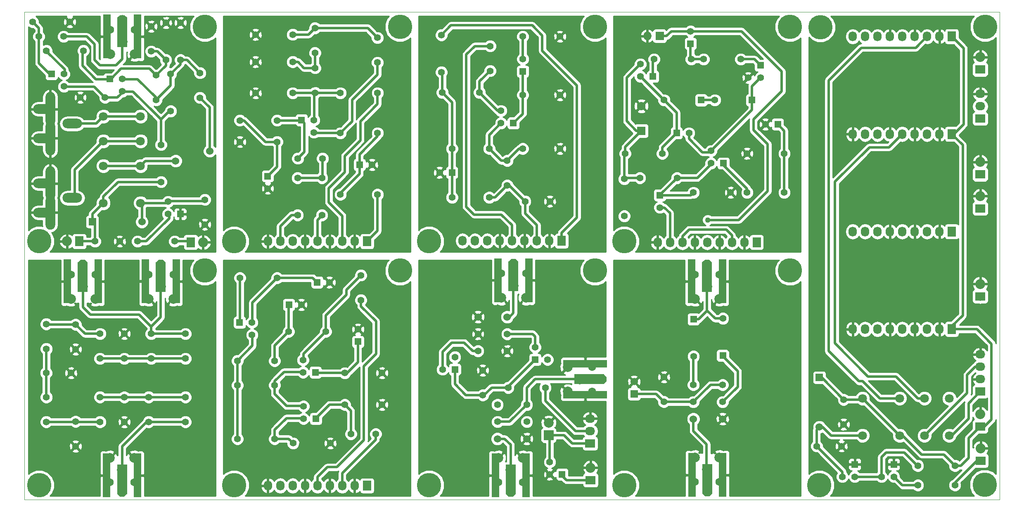
<source format=gbl>
G75*
G71*
%MOMM*%
%OFA0B0*%
%FSLAX53Y53*%
%IPPOS*%
%LPD*%
%ADD12C,1.39700*%
%ADD15O,2.03200X1.72720*%
%ADD18R,1.77800X1.77800*%
%ADD23C,5.00126*%
%ADD24C,1.60020*%
%ADD26R,1.99898X1.99898*%
%ADD27O,2.03200X2.03200*%
%ADD28C,0.50800*%
%ADD31C,0.25400*%
%ADD34R,6.09600X1.99898*%
%ADD35R,2.03200X1.80000*%
%ADD38R,1.52400X1.52400*%
%ADD43R,1.42240X1.42240*%
%ADD44R,1.99898X6.09600*%
%ADD47C,1.77800*%
%ADD52R,1.52400X8.99922*%
%ADD53C,1.52400*%
%ADD56C,0.15000*%
%ADD58R,1.72720X2.03200*%
%ADD61O,1.72720X1.72720*%
%ADD65R,1.80000X2.03200*%
%ADD66C,1.79832*%
%ADD68C,1.08966*%
%ADD69O,1.72720X2.03200*%
%ADD70R,2.03200X1.72720*%
%ADD71C,1.42240*%
%ADD75R,1.39700X1.39700*%
%ADD76C,1.99898*%
%ADD78R,1.72720X1.72720*%
%ADD79R,8.99922X1.52400*%
%ADD84O,4.00050X1.99898*%
%ADD85O,1.99898X7.00024*%
X0000000Y0000000D02*
G01*
D56*
D23*
X0037003Y0047000D03*
X0003000Y0003000D03*
D71*
X0033001Y0028960D03*
X0033001Y0034040D03*
X0026001Y0028960D03*
X0026001Y0034040D03*
X0015501Y0034040D03*
X0015501Y0028960D03*
X0004501Y0030960D03*
X0004501Y0036040D03*
X0004501Y0015960D03*
X0004501Y0021040D03*
X0015501Y0021039D03*
X0015501Y0015959D03*
X0025501Y0015959D03*
X0025501Y0021039D03*
X0033002Y0015959D03*
X0033002Y0021039D03*
D12*
X0020501Y0028960D03*
X0020501Y0034040D03*
X0010501Y0035940D03*
X0010501Y0030860D03*
X0010500Y0016040D03*
X0010500Y0010960D03*
X0004461Y0026000D03*
X0009541Y0026000D03*
X0020500Y0021039D03*
X0020500Y0015959D03*
D52*
X0023196Y0005001D03*
D56*
G36*
X0019032Y0001108D02*
X0021030Y0001108D01*
X0020431Y0000608D01*
X0019631Y0000608D01*
X0019032Y0001108D01*
X0019032Y0001108D01*
G37*
D52*
X0016871Y0005001D03*
D44*
X0020031Y0004160D03*
D76*
X0019980Y0006101D03*
D24*
X0017481Y0003601D03*
X0022482Y0003601D03*
D76*
X0022482Y0008600D03*
X0017481Y0008600D03*
D52*
X0008806Y0044799D03*
D56*
G36*
X0012970Y0048692D02*
X0010972Y0048692D01*
X0011571Y0049192D01*
X0012371Y0049192D01*
X0012970Y0048692D01*
X0012970Y0048692D01*
G37*
D52*
X0015131Y0044799D03*
D44*
X0011971Y0045640D03*
D76*
X0012022Y0043699D03*
D24*
X0014521Y0046199D03*
X0009520Y0046199D03*
D76*
X0009520Y0041200D03*
X0014521Y0041200D03*
D52*
X0024806Y0044799D03*
D56*
G36*
X0028970Y0048692D02*
X0026972Y0048692D01*
X0027571Y0049192D01*
X0028371Y0049192D01*
X0028970Y0048692D01*
X0028970Y0048692D01*
G37*
D52*
X0031131Y0044799D03*
D44*
X0027971Y0045640D03*
D76*
X0028022Y0043699D03*
D24*
X0030521Y0046199D03*
X0025520Y0046199D03*
D76*
X0025520Y0041200D03*
X0030521Y0041200D03*
D28*
X0022800Y0044799D02*
X0022001Y0044000D01*
X0024806Y0044799D02*
X0022800Y0044799D01*
X0020500Y0021039D02*
X0015501Y0021039D01*
X0025540Y0021039D02*
X0025501Y0021001D01*
X0020462Y0021039D02*
X0020500Y0021001D01*
X0020500Y0021001D02*
X0020462Y0021039D01*
X0025501Y0021039D02*
X0020462Y0021039D01*
X0033002Y0021039D02*
X0025540Y0021039D01*
X0020500Y0021001D02*
X0020500Y0021039D01*
X0015501Y0015959D02*
X0010582Y0015959D01*
X0010582Y0015959D02*
X0010500Y0016040D01*
X0010420Y0015960D02*
X0010500Y0016040D01*
X0004501Y0015960D02*
X0010420Y0015960D01*
X0004501Y0026040D02*
X0004461Y0026000D01*
X0004501Y0030960D02*
X0004501Y0026040D01*
X0004461Y0021080D02*
X0004501Y0021040D01*
X0004461Y0026000D02*
X0004461Y0021080D01*
X0010419Y0036040D02*
X0010500Y0035959D01*
X0012401Y0034040D02*
X0010501Y0035940D01*
X0015501Y0034040D02*
X0012401Y0034040D01*
X0004601Y0035940D02*
X0004501Y0036040D01*
X0010501Y0035940D02*
X0004601Y0035940D01*
X0026001Y0028960D02*
X0020501Y0028960D01*
X0033001Y0028960D02*
X0026001Y0028960D01*
X0020501Y0028960D02*
X0015501Y0028960D01*
X0033002Y0015959D02*
X0025501Y0015959D01*
X0025501Y0015959D02*
X0024958Y0015959D01*
X0020031Y0010930D02*
X0020031Y0004160D01*
X0025060Y0015959D02*
X0020031Y0010930D01*
X0033001Y0034040D02*
X0026001Y0034040D01*
X0026001Y0035500D02*
X0027971Y0037470D01*
X0027971Y0037470D02*
X0027971Y0045640D01*
X0012001Y0045610D02*
X0011971Y0045640D01*
X0023501Y0038000D02*
X0013501Y0038000D01*
X0013501Y0038000D02*
X0012001Y0039500D01*
X0012001Y0039500D02*
X0012001Y0045610D01*
X0026001Y0035500D02*
X0023501Y0038000D01*
X0026001Y0034040D02*
X0026001Y0035500D01*
X0012001Y0049000D02*
X0011971Y0048942D01*
X0011971Y0048970D02*
X0012001Y0049000D01*
X0011971Y0045640D02*
X0011971Y0048970D01*
D31*
G36*
X0023409Y0049175D02*
X0023409Y0045085D01*
X0023568Y0044926D01*
X0024679Y0044926D01*
X0024679Y0044946D01*
X0024765Y0044946D01*
X0024766Y0044945D01*
X0024953Y0044878D01*
X0024953Y0044672D01*
X0024933Y0044672D01*
X0024933Y0042738D01*
X0024679Y0042633D01*
X0024679Y0044672D01*
X0023568Y0044672D01*
X0023409Y0044514D01*
X0023409Y0040173D01*
X0023506Y0039940D01*
X0023684Y0039761D01*
X0023918Y0039665D01*
X0024170Y0039665D01*
X0024520Y0039665D01*
X0024644Y0039788D01*
X0024646Y0039781D01*
X0025255Y0039555D01*
X0025905Y0039579D01*
X0026394Y0039781D01*
X0026492Y0040048D01*
X0026203Y0040337D01*
X0026203Y0040696D01*
X0026672Y0040228D01*
X0026939Y0040326D01*
X0027082Y0040711D01*
X0027082Y0037838D01*
X0026001Y0036757D01*
X0024130Y0038629D01*
X0023841Y0038821D01*
X0023841Y0038821D01*
X0023501Y0038889D01*
X0013869Y0038889D01*
X0012890Y0039868D01*
X0012890Y0040373D01*
X0013083Y0040373D01*
X0013102Y0040326D01*
X0013369Y0040228D01*
X0013514Y0040373D01*
X0013734Y0040373D01*
X0013734Y0040233D01*
X0013549Y0040048D01*
X0013647Y0039781D01*
X0014257Y0039555D01*
X0014907Y0039579D01*
X0015328Y0039753D01*
X0015417Y0039665D01*
X0015766Y0039665D01*
X0016019Y0039665D01*
X0016252Y0039761D01*
X0016431Y0039940D01*
X0016528Y0040173D01*
X0016528Y0044514D01*
X0016369Y0044672D01*
X0015258Y0044672D01*
X0015258Y0042670D01*
X0015128Y0042718D01*
X0015128Y0044884D01*
X0015258Y0044938D01*
X0015258Y0044926D01*
X0016369Y0044926D01*
X0016528Y0045085D01*
X0016528Y0049175D01*
X0023409Y0049175D01*
X0023409Y0049175D01*
G37*
X0023409Y0049175D02*
X0023409Y0045085D01*
X0023568Y0044926D01*
X0024679Y0044926D01*
X0024679Y0044946D01*
X0024765Y0044946D01*
X0024766Y0044945D01*
X0024953Y0044878D01*
X0024953Y0044672D01*
X0024933Y0044672D01*
X0024933Y0042738D01*
X0024679Y0042633D01*
X0024679Y0044672D01*
X0023568Y0044672D01*
X0023409Y0044514D01*
X0023409Y0040173D01*
X0023506Y0039940D01*
X0023684Y0039761D01*
X0023918Y0039665D01*
X0024170Y0039665D01*
X0024520Y0039665D01*
X0024644Y0039788D01*
X0024646Y0039781D01*
X0025255Y0039555D01*
X0025905Y0039579D01*
X0026394Y0039781D01*
X0026492Y0040048D01*
X0026203Y0040337D01*
X0026203Y0040696D01*
X0026672Y0040228D01*
X0026939Y0040326D01*
X0027082Y0040711D01*
X0027082Y0037838D01*
X0026001Y0036757D01*
X0024130Y0038629D01*
X0023841Y0038821D01*
X0023841Y0038821D01*
X0023501Y0038889D01*
X0013869Y0038889D01*
X0012890Y0039868D01*
X0012890Y0040373D01*
X0013083Y0040373D01*
X0013102Y0040326D01*
X0013369Y0040228D01*
X0013514Y0040373D01*
X0013734Y0040373D01*
X0013734Y0040233D01*
X0013549Y0040048D01*
X0013647Y0039781D01*
X0014257Y0039555D01*
X0014907Y0039579D01*
X0015328Y0039753D01*
X0015417Y0039665D01*
X0015766Y0039665D01*
X0016019Y0039665D01*
X0016252Y0039761D01*
X0016431Y0039940D01*
X0016528Y0040173D01*
X0016528Y0044514D01*
X0016369Y0044672D01*
X0015258Y0044672D01*
X0015258Y0042670D01*
X0015128Y0042718D01*
X0015128Y0044884D01*
X0015258Y0044938D01*
X0015258Y0044926D01*
X0016369Y0044926D01*
X0016528Y0045085D01*
X0016528Y0049175D01*
X0023409Y0049175D01*
G36*
X0034742Y0049175D02*
X0034346Y0048779D01*
X0033868Y0047627D01*
X0033866Y0046379D01*
X0034343Y0045227D01*
X0035224Y0044344D01*
X0036376Y0043865D01*
X0037624Y0043864D01*
X0038776Y0044341D01*
X0039174Y0044738D01*
X0039174Y0032306D01*
X0004234Y0032306D01*
X0003739Y0032102D01*
X0003360Y0031724D01*
X0003155Y0031229D01*
X0003155Y0030693D01*
X0003359Y0030198D01*
X0003612Y0029945D01*
X0003612Y0027037D01*
X0003331Y0026756D01*
X0003128Y0026266D01*
X0003127Y0025736D01*
X0003330Y0025246D01*
X0003572Y0025003D01*
X0003572Y0022015D01*
X0003360Y0021804D01*
X0003155Y0021309D01*
X0003155Y0020773D01*
X0003359Y0020278D01*
X0003737Y0019899D01*
X0004232Y0019694D01*
X0004768Y0019694D01*
X0005263Y0019898D01*
X0005642Y0020276D01*
X0005847Y0020771D01*
X0005847Y0021307D01*
X0005643Y0021802D01*
X0005350Y0022095D01*
X0005350Y0025003D01*
X0005591Y0025244D01*
X0005794Y0025734D01*
X0005795Y0026264D01*
X0005592Y0026754D01*
X0005390Y0026957D01*
X0005390Y0029945D01*
X0005642Y0030196D01*
X0005847Y0030691D01*
X0005847Y0031227D01*
X0005643Y0031722D01*
X0005265Y0032101D01*
X0004770Y0032306D01*
X0004234Y0032306D01*
X0039174Y0032306D01*
X0039174Y0032206D01*
X0010694Y0032206D01*
X0010164Y0032177D01*
X0009808Y0032030D01*
X0009746Y0031794D01*
X0009926Y0031615D01*
X0009567Y0031615D01*
X0009331Y0031553D01*
X0009155Y0031053D01*
X0009184Y0030523D01*
X0009331Y0030167D01*
X0009567Y0030105D01*
X0010321Y0030860D01*
X0009567Y0031615D01*
X0009926Y0031615D01*
X0010501Y0031040D01*
X0011256Y0031794D01*
X0011194Y0032030D01*
X0010694Y0032206D01*
X0039174Y0032206D01*
X0039174Y0031615D01*
X0011435Y0031615D01*
X0010681Y0030860D01*
X0010860Y0030680D01*
X0010501Y0030680D01*
X0009746Y0029926D01*
X0009808Y0029690D01*
X0010308Y0029514D01*
X0010838Y0029543D01*
X0011194Y0029690D01*
X0011256Y0029926D01*
X0010501Y0030680D01*
X0010860Y0030680D01*
X0011435Y0030105D01*
X0011671Y0030167D01*
X0011847Y0030667D01*
X0011818Y0031197D01*
X0011671Y0031553D01*
X0011435Y0031615D01*
X0039174Y0031615D01*
X0039174Y0030306D01*
X0032734Y0030306D01*
X0032239Y0030102D01*
X0031986Y0029849D01*
X0027016Y0029849D01*
X0026765Y0030101D01*
X0026270Y0030306D01*
X0025734Y0030306D01*
X0025239Y0030102D01*
X0024986Y0029849D01*
X0021498Y0029849D01*
X0021257Y0030090D01*
X0020767Y0030293D01*
X0020237Y0030294D01*
X0019747Y0030091D01*
X0019504Y0029849D01*
X0016516Y0029849D01*
X0016265Y0030101D01*
X0015770Y0030306D01*
X0015234Y0030306D01*
X0014739Y0030102D01*
X0014360Y0029724D01*
X0014155Y0029229D01*
X0014155Y0028693D01*
X0014359Y0028198D01*
X0014737Y0027819D01*
X0015232Y0027614D01*
X0015768Y0027614D01*
X0016263Y0027818D01*
X0016516Y0028071D01*
X0019504Y0028071D01*
X0019745Y0027830D01*
X0020235Y0027627D01*
X0020765Y0027626D01*
X0021255Y0027829D01*
X0021498Y0028071D01*
X0024986Y0028071D01*
X0025237Y0027819D01*
X0025732Y0027614D01*
X0026268Y0027614D01*
X0026763Y0027818D01*
X0027016Y0028071D01*
X0031986Y0028071D01*
X0032237Y0027819D01*
X0032732Y0027614D01*
X0033268Y0027614D01*
X0033763Y0027818D01*
X0034142Y0028196D01*
X0034347Y0028691D01*
X0034347Y0029227D01*
X0034143Y0029722D01*
X0033765Y0030101D01*
X0033270Y0030306D01*
X0032734Y0030306D01*
X0039174Y0030306D01*
X0039174Y0027346D01*
X0009734Y0027346D01*
X0009204Y0027317D01*
X0008848Y0027170D01*
X0008786Y0026934D01*
X0008966Y0026755D01*
X0008607Y0026755D01*
X0008371Y0026693D01*
X0008195Y0026193D01*
X0008224Y0025663D01*
X0008371Y0025307D01*
X0008607Y0025245D01*
X0009361Y0026000D01*
X0008607Y0026755D01*
X0008966Y0026755D01*
X0009541Y0026180D01*
X0010296Y0026934D01*
X0010234Y0027170D01*
X0009734Y0027346D01*
X0039174Y0027346D01*
X0039174Y0026755D01*
X0010475Y0026755D01*
X0009721Y0026000D01*
X0009900Y0025820D01*
X0009541Y0025820D01*
X0008786Y0025066D01*
X0008848Y0024830D01*
X0009348Y0024654D01*
X0009878Y0024683D01*
X0010234Y0024830D01*
X0010296Y0025066D01*
X0009541Y0025820D01*
X0009900Y0025820D01*
X0010475Y0025245D01*
X0010711Y0025307D01*
X0010887Y0025807D01*
X0010858Y0026337D01*
X0010711Y0026693D01*
X0010475Y0026755D01*
X0039174Y0026755D01*
X0039174Y0022386D01*
X0032735Y0022386D01*
X0032241Y0022181D01*
X0031987Y0021928D01*
X0026516Y0021928D01*
X0026265Y0022180D01*
X0025770Y0022385D01*
X0025235Y0022386D01*
X0024740Y0022181D01*
X0024487Y0021928D01*
X0021497Y0021928D01*
X0021257Y0022169D01*
X0020767Y0022372D01*
X0020236Y0022373D01*
X0019746Y0022170D01*
X0019503Y0021928D01*
X0016516Y0021928D01*
X0016265Y0022180D01*
X0015770Y0022385D01*
X0015235Y0022386D01*
X0014740Y0022181D01*
X0014361Y0021803D01*
X0014156Y0021308D01*
X0014155Y0020772D01*
X0014360Y0020278D01*
X0014738Y0019898D01*
X0015233Y0019693D01*
X0015768Y0019693D01*
X0016263Y0019897D01*
X0016516Y0020150D01*
X0019503Y0020150D01*
X0019744Y0019909D01*
X0020234Y0019706D01*
X0020764Y0019705D01*
X0021255Y0019908D01*
X0021497Y0020150D01*
X0024487Y0020150D01*
X0024738Y0019898D01*
X0025233Y0019693D01*
X0025768Y0019693D01*
X0026263Y0019897D01*
X0026516Y0020150D01*
X0031987Y0020150D01*
X0032239Y0019898D01*
X0032733Y0019693D01*
X0033269Y0019693D01*
X0033764Y0019897D01*
X0034143Y0020276D01*
X0034348Y0020770D01*
X0034349Y0021306D01*
X0034144Y0021801D01*
X0033766Y0022180D01*
X0033271Y0022385D01*
X0032735Y0022386D01*
X0039174Y0022386D01*
X0039174Y0017374D01*
X0010236Y0017374D01*
X0009746Y0017172D01*
X0009423Y0016849D01*
X0005516Y0016849D01*
X0005265Y0017101D01*
X0004770Y0017306D01*
X0004234Y0017306D01*
X0003739Y0017102D01*
X0003360Y0016724D01*
X0003155Y0016229D01*
X0003155Y0015693D01*
X0003359Y0015198D01*
X0003737Y0014819D01*
X0004232Y0014614D01*
X0004768Y0014614D01*
X0005263Y0014818D01*
X0005516Y0015071D01*
X0009584Y0015071D01*
X0009744Y0014911D01*
X0010234Y0014707D01*
X0010764Y0014707D01*
X0011255Y0014909D01*
X0011416Y0015070D01*
X0014487Y0015070D01*
X0014738Y0014818D01*
X0015233Y0014613D01*
X0015768Y0014613D01*
X0016263Y0014817D01*
X0016642Y0015196D01*
X0016847Y0015690D01*
X0016848Y0016226D01*
X0016643Y0016721D01*
X0016265Y0017100D01*
X0015770Y0017305D01*
X0015235Y0017306D01*
X0014740Y0017101D01*
X0014487Y0016848D01*
X0011578Y0016848D01*
X0011257Y0017170D01*
X0010767Y0017374D01*
X0010236Y0017374D01*
X0039174Y0017374D01*
X0039174Y0000826D01*
X0024593Y0000826D01*
X0024593Y0004715D01*
X0024434Y0004874D01*
X0023323Y0004874D01*
X0023323Y0004854D01*
X0023237Y0004854D01*
X0023236Y0004855D01*
X0023049Y0004922D01*
X0023049Y0005128D01*
X0023069Y0005128D01*
X0023069Y0007062D01*
X0023323Y0007167D01*
X0023323Y0005128D01*
X0024434Y0005128D01*
X0024593Y0005286D01*
X0024593Y0009627D01*
X0024496Y0009860D01*
X0024318Y0010039D01*
X0024084Y0010135D01*
X0023832Y0010135D01*
X0023482Y0010135D01*
X0023359Y0010012D01*
X0023356Y0010019D01*
X0022747Y0010245D01*
X0022097Y0010221D01*
X0021608Y0010019D01*
X0021510Y0009752D01*
X0021799Y0009463D01*
X0021799Y0009127D01*
X0021775Y0009127D01*
X0021330Y0009572D01*
X0021063Y0009474D01*
X0020934Y0009127D01*
X0020920Y0009127D01*
X0020920Y0010562D01*
X0025048Y0014690D01*
X0025233Y0014613D01*
X0025768Y0014613D01*
X0026263Y0014817D01*
X0026516Y0015070D01*
X0031987Y0015070D01*
X0032239Y0014818D01*
X0032733Y0014613D01*
X0033269Y0014613D01*
X0033764Y0014817D01*
X0034143Y0015196D01*
X0034348Y0015690D01*
X0034349Y0016226D01*
X0034144Y0016721D01*
X0033766Y0017100D01*
X0033271Y0017305D01*
X0032735Y0017306D01*
X0032241Y0017101D01*
X0031987Y0016848D01*
X0026516Y0016848D01*
X0026265Y0017100D01*
X0025770Y0017305D01*
X0025235Y0017306D01*
X0025234Y0017305D01*
X0020693Y0017305D01*
X0020163Y0017276D01*
X0019807Y0017129D01*
X0019746Y0016893D01*
X0019925Y0016714D01*
X0019566Y0016714D01*
X0019330Y0016652D01*
X0019154Y0016152D01*
X0019183Y0015622D01*
X0019330Y0015266D01*
X0019566Y0015205D01*
X0020321Y0015959D01*
X0019566Y0016714D01*
X0019925Y0016714D01*
X0020500Y0016139D01*
X0021255Y0016893D01*
X0021193Y0017129D01*
X0020693Y0017305D01*
X0025234Y0017305D01*
X0024740Y0017101D01*
X0024361Y0016723D01*
X0024357Y0016714D01*
X0021434Y0016714D01*
X0020680Y0015959D01*
X0020859Y0015779D01*
X0020500Y0015779D01*
X0019746Y0015025D01*
X0019807Y0014789D01*
X0020308Y0014613D01*
X0020837Y0014642D01*
X0021193Y0014789D01*
X0021255Y0015025D01*
X0020500Y0015779D01*
X0020859Y0015779D01*
X0021434Y0015205D01*
X0021670Y0015266D01*
X0021846Y0015767D01*
X0021817Y0016296D01*
X0021670Y0016652D01*
X0021434Y0016714D01*
X0024357Y0016714D01*
X0024265Y0016491D01*
X0024137Y0016299D01*
X0024135Y0016291D01*
X0020150Y0012306D01*
X0010693Y0012306D01*
X0010163Y0012278D01*
X0009807Y0012130D01*
X0009746Y0011895D01*
X0009925Y0011715D01*
X0009566Y0011715D01*
X0009330Y0011653D01*
X0009154Y0011153D01*
X0009183Y0010623D01*
X0009330Y0010267D01*
X0009566Y0010206D01*
X0010321Y0010960D01*
X0009566Y0011715D01*
X0009925Y0011715D01*
X0010500Y0011140D01*
X0011255Y0011895D01*
X0011193Y0012130D01*
X0010693Y0012306D01*
X0020150Y0012306D01*
X0019559Y0011715D01*
X0011434Y0011715D01*
X0010680Y0010960D01*
X0010859Y0010781D01*
X0010500Y0010781D01*
X0009746Y0010026D01*
X0009807Y0009791D01*
X0010308Y0009614D01*
X0010837Y0009643D01*
X0011193Y0009791D01*
X0011255Y0010026D01*
X0010500Y0010781D01*
X0010859Y0010781D01*
X0011434Y0010206D01*
X0011670Y0010267D01*
X0011846Y0010768D01*
X0011817Y0011298D01*
X0011670Y0011653D01*
X0011434Y0011715D01*
X0019559Y0011715D01*
X0019402Y0011559D01*
X0019210Y0011270D01*
X0019142Y0010930D01*
X0019142Y0009127D01*
X0019043Y0009127D01*
X0018900Y0009474D01*
X0018633Y0009572D01*
X0018268Y0009208D01*
X0018268Y0009567D01*
X0018453Y0009752D01*
X0018355Y0010019D01*
X0017745Y0010245D01*
X0017095Y0010221D01*
X0016674Y0010047D01*
X0016585Y0010135D01*
X0016236Y0010135D01*
X0015983Y0010135D01*
X0015750Y0010039D01*
X0015571Y0009860D01*
X0015474Y0009627D01*
X0015474Y0005286D01*
X0015633Y0005128D01*
X0016744Y0005128D01*
X0016744Y0007130D01*
X0016998Y0007036D01*
X0016998Y0005128D01*
X0017018Y0005128D01*
X0017018Y0004976D01*
X0016744Y0004862D01*
X0016744Y0004874D01*
X0015633Y0004874D01*
X0015474Y0004715D01*
X0015474Y0000826D01*
X0005260Y0000826D01*
X0005656Y0001221D01*
X0006135Y0002374D01*
X0006136Y0003621D01*
X0005659Y0004774D01*
X0004778Y0005657D01*
X0003626Y0006135D01*
X0002379Y0006136D01*
X0001226Y0005660D01*
X0000825Y0005260D01*
X0000825Y0049175D01*
X0007409Y0049175D01*
X0007409Y0045085D01*
X0007568Y0044926D01*
X0008679Y0044926D01*
X0008679Y0044946D01*
X0008765Y0044946D01*
X0008766Y0044945D01*
X0008953Y0044878D01*
X0008953Y0044672D01*
X0008933Y0044672D01*
X0008933Y0042738D01*
X0008679Y0042633D01*
X0008679Y0044672D01*
X0007568Y0044672D01*
X0007409Y0044514D01*
X0007409Y0040173D01*
X0007506Y0039940D01*
X0007684Y0039761D01*
X0007918Y0039665D01*
X0008170Y0039665D01*
X0008520Y0039665D01*
X0008643Y0039788D01*
X0008646Y0039781D01*
X0009255Y0039555D01*
X0009905Y0039579D01*
X0010394Y0039781D01*
X0010492Y0040048D01*
X0010203Y0040337D01*
X0010203Y0040373D01*
X0010527Y0040373D01*
X0010672Y0040228D01*
X0010939Y0040326D01*
X0010956Y0040373D01*
X0011112Y0040373D01*
X0011112Y0039500D01*
X0011180Y0039160D01*
X0011372Y0038871D01*
X0012857Y0037386D01*
X0004234Y0037386D01*
X0003739Y0037182D01*
X0003360Y0036804D01*
X0003155Y0036309D01*
X0003155Y0035773D01*
X0003359Y0035278D01*
X0003737Y0034899D01*
X0004232Y0034694D01*
X0004768Y0034694D01*
X0005263Y0034898D01*
X0005416Y0035051D01*
X0009504Y0035051D01*
X0009745Y0034810D01*
X0010235Y0034607D01*
X0010577Y0034606D01*
X0011772Y0033411D01*
X0012061Y0033219D01*
X0012401Y0033151D01*
X0014486Y0033151D01*
X0014737Y0032899D01*
X0015232Y0032694D01*
X0015768Y0032694D01*
X0016263Y0032898D01*
X0016642Y0033276D01*
X0016847Y0033771D01*
X0016847Y0034307D01*
X0016643Y0034802D01*
X0016265Y0035181D01*
X0015770Y0035386D01*
X0015234Y0035386D01*
X0014739Y0035182D01*
X0014486Y0034929D01*
X0012769Y0034929D01*
X0011834Y0035864D01*
X0011835Y0036204D01*
X0011632Y0036694D01*
X0011257Y0037070D01*
X0010767Y0037273D01*
X0010237Y0037274D01*
X0009747Y0037071D01*
X0009504Y0036829D01*
X0005616Y0036829D01*
X0005265Y0037181D01*
X0004770Y0037386D01*
X0004234Y0037386D01*
X0012857Y0037386D01*
X0012872Y0037371D01*
X0013161Y0037179D01*
X0013501Y0037111D01*
X0023133Y0037111D01*
X0024858Y0035386D01*
X0020694Y0035386D01*
X0020164Y0035357D01*
X0019808Y0035210D01*
X0019746Y0034974D01*
X0019926Y0034795D01*
X0019567Y0034795D01*
X0019331Y0034733D01*
X0019155Y0034233D01*
X0019184Y0033703D01*
X0019331Y0033347D01*
X0019567Y0033285D01*
X0020321Y0034040D01*
X0019567Y0034795D01*
X0019926Y0034795D01*
X0020501Y0034220D01*
X0021256Y0034974D01*
X0021194Y0035210D01*
X0020694Y0035386D01*
X0024858Y0035386D01*
X0025112Y0035132D01*
X0025112Y0035055D01*
X0024860Y0034804D01*
X0024857Y0034795D01*
X0021435Y0034795D01*
X0020681Y0034040D01*
X0020860Y0033860D01*
X0020501Y0033860D01*
X0019746Y0033106D01*
X0019808Y0032870D01*
X0020308Y0032694D01*
X0020838Y0032723D01*
X0021194Y0032870D01*
X0021256Y0033106D01*
X0020501Y0033860D01*
X0020860Y0033860D01*
X0021435Y0033285D01*
X0021671Y0033347D01*
X0021847Y0033847D01*
X0021818Y0034377D01*
X0021671Y0034733D01*
X0021435Y0034795D01*
X0024857Y0034795D01*
X0024655Y0034309D01*
X0024655Y0033773D01*
X0024859Y0033278D01*
X0025237Y0032899D01*
X0025732Y0032694D01*
X0026268Y0032694D01*
X0026763Y0032898D01*
X0027016Y0033151D01*
X0031986Y0033151D01*
X0032237Y0032899D01*
X0032732Y0032694D01*
X0033268Y0032694D01*
X0033763Y0032898D01*
X0034142Y0033276D01*
X0034347Y0033771D01*
X0034347Y0034307D01*
X0034143Y0034802D01*
X0033765Y0035181D01*
X0033270Y0035386D01*
X0032734Y0035386D01*
X0032239Y0035182D01*
X0031986Y0034929D01*
X0027016Y0034929D01*
X0026890Y0035055D01*
X0026890Y0035132D01*
X0028600Y0036841D01*
X0028792Y0037130D01*
X0028792Y0037130D01*
X0028860Y0037470D01*
X0028860Y0041373D01*
X0028879Y0041373D01*
X0028900Y0040815D01*
X0029102Y0040326D01*
X0029369Y0040228D01*
X0029734Y0040592D01*
X0029734Y0040233D01*
X0029549Y0040048D01*
X0029647Y0039781D01*
X0030257Y0039555D01*
X0030907Y0039579D01*
X0031328Y0039753D01*
X0031417Y0039665D01*
X0031766Y0039665D01*
X0032019Y0039665D01*
X0032252Y0039761D01*
X0032431Y0039940D01*
X0032528Y0040173D01*
X0032528Y0044514D01*
X0032369Y0044672D01*
X0031258Y0044672D01*
X0031258Y0042670D01*
X0031004Y0042764D01*
X0031004Y0044672D01*
X0030984Y0044672D01*
X0030984Y0044824D01*
X0031258Y0044938D01*
X0031258Y0044926D01*
X0032369Y0044926D01*
X0032528Y0045085D01*
X0032528Y0049175D01*
X0034742Y0049175D01*
X0034742Y0049175D01*
G37*
X0034742Y0049175D02*
X0034346Y0048779D01*
X0033868Y0047627D01*
X0033866Y0046379D01*
X0034343Y0045227D01*
X0035224Y0044344D01*
X0036376Y0043865D01*
X0037624Y0043864D01*
X0038776Y0044341D01*
X0039174Y0044738D01*
X0039174Y0032306D01*
X0004234Y0032306D01*
X0003739Y0032102D01*
X0003360Y0031724D01*
X0003155Y0031229D01*
X0003155Y0030693D01*
X0003359Y0030198D01*
X0003612Y0029945D01*
X0003612Y0027037D01*
X0003331Y0026756D01*
X0003128Y0026266D01*
X0003127Y0025736D01*
X0003330Y0025246D01*
X0003572Y0025003D01*
X0003572Y0022015D01*
X0003360Y0021804D01*
X0003155Y0021309D01*
X0003155Y0020773D01*
X0003359Y0020278D01*
X0003737Y0019899D01*
X0004232Y0019694D01*
X0004768Y0019694D01*
X0005263Y0019898D01*
X0005642Y0020276D01*
X0005847Y0020771D01*
X0005847Y0021307D01*
X0005643Y0021802D01*
X0005350Y0022095D01*
X0005350Y0025003D01*
X0005591Y0025244D01*
X0005794Y0025734D01*
X0005795Y0026264D01*
X0005592Y0026754D01*
X0005390Y0026957D01*
X0005390Y0029945D01*
X0005642Y0030196D01*
X0005847Y0030691D01*
X0005847Y0031227D01*
X0005643Y0031722D01*
X0005265Y0032101D01*
X0004770Y0032306D01*
X0004234Y0032306D01*
X0039174Y0032306D01*
X0039174Y0032206D01*
X0010694Y0032206D01*
X0010164Y0032177D01*
X0009808Y0032030D01*
X0009746Y0031794D01*
X0009926Y0031615D01*
X0009567Y0031615D01*
X0009331Y0031553D01*
X0009155Y0031053D01*
X0009184Y0030523D01*
X0009331Y0030167D01*
X0009567Y0030105D01*
X0010321Y0030860D01*
X0009567Y0031615D01*
X0009926Y0031615D01*
X0010501Y0031040D01*
X0011256Y0031794D01*
X0011194Y0032030D01*
X0010694Y0032206D01*
X0039174Y0032206D01*
X0039174Y0031615D01*
X0011435Y0031615D01*
X0010681Y0030860D01*
X0010860Y0030680D01*
X0010501Y0030680D01*
X0009746Y0029926D01*
X0009808Y0029690D01*
X0010308Y0029514D01*
X0010838Y0029543D01*
X0011194Y0029690D01*
X0011256Y0029926D01*
X0010501Y0030680D01*
X0010860Y0030680D01*
X0011435Y0030105D01*
X0011671Y0030167D01*
X0011847Y0030667D01*
X0011818Y0031197D01*
X0011671Y0031553D01*
X0011435Y0031615D01*
X0039174Y0031615D01*
X0039174Y0030306D01*
X0032734Y0030306D01*
X0032239Y0030102D01*
X0031986Y0029849D01*
X0027016Y0029849D01*
X0026765Y0030101D01*
X0026270Y0030306D01*
X0025734Y0030306D01*
X0025239Y0030102D01*
X0024986Y0029849D01*
X0021498Y0029849D01*
X0021257Y0030090D01*
X0020767Y0030293D01*
X0020237Y0030294D01*
X0019747Y0030091D01*
X0019504Y0029849D01*
X0016516Y0029849D01*
X0016265Y0030101D01*
X0015770Y0030306D01*
X0015234Y0030306D01*
X0014739Y0030102D01*
X0014360Y0029724D01*
X0014155Y0029229D01*
X0014155Y0028693D01*
X0014359Y0028198D01*
X0014737Y0027819D01*
X0015232Y0027614D01*
X0015768Y0027614D01*
X0016263Y0027818D01*
X0016516Y0028071D01*
X0019504Y0028071D01*
X0019745Y0027830D01*
X0020235Y0027627D01*
X0020765Y0027626D01*
X0021255Y0027829D01*
X0021498Y0028071D01*
X0024986Y0028071D01*
X0025237Y0027819D01*
X0025732Y0027614D01*
X0026268Y0027614D01*
X0026763Y0027818D01*
X0027016Y0028071D01*
X0031986Y0028071D01*
X0032237Y0027819D01*
X0032732Y0027614D01*
X0033268Y0027614D01*
X0033763Y0027818D01*
X0034142Y0028196D01*
X0034347Y0028691D01*
X0034347Y0029227D01*
X0034143Y0029722D01*
X0033765Y0030101D01*
X0033270Y0030306D01*
X0032734Y0030306D01*
X0039174Y0030306D01*
X0039174Y0027346D01*
X0009734Y0027346D01*
X0009204Y0027317D01*
X0008848Y0027170D01*
X0008786Y0026934D01*
X0008966Y0026755D01*
X0008607Y0026755D01*
X0008371Y0026693D01*
X0008195Y0026193D01*
X0008224Y0025663D01*
X0008371Y0025307D01*
X0008607Y0025245D01*
X0009361Y0026000D01*
X0008607Y0026755D01*
X0008966Y0026755D01*
X0009541Y0026180D01*
X0010296Y0026934D01*
X0010234Y0027170D01*
X0009734Y0027346D01*
X0039174Y0027346D01*
X0039174Y0026755D01*
X0010475Y0026755D01*
X0009721Y0026000D01*
X0009900Y0025820D01*
X0009541Y0025820D01*
X0008786Y0025066D01*
X0008848Y0024830D01*
X0009348Y0024654D01*
X0009878Y0024683D01*
X0010234Y0024830D01*
X0010296Y0025066D01*
X0009541Y0025820D01*
X0009900Y0025820D01*
X0010475Y0025245D01*
X0010711Y0025307D01*
X0010887Y0025807D01*
X0010858Y0026337D01*
X0010711Y0026693D01*
X0010475Y0026755D01*
X0039174Y0026755D01*
X0039174Y0022386D01*
X0032735Y0022386D01*
X0032241Y0022181D01*
X0031987Y0021928D01*
X0026516Y0021928D01*
X0026265Y0022180D01*
X0025770Y0022385D01*
X0025235Y0022386D01*
X0024740Y0022181D01*
X0024487Y0021928D01*
X0021497Y0021928D01*
X0021257Y0022169D01*
X0020767Y0022372D01*
X0020236Y0022373D01*
X0019746Y0022170D01*
X0019503Y0021928D01*
X0016516Y0021928D01*
X0016265Y0022180D01*
X0015770Y0022385D01*
X0015235Y0022386D01*
X0014740Y0022181D01*
X0014361Y0021803D01*
X0014156Y0021308D01*
X0014155Y0020772D01*
X0014360Y0020278D01*
X0014738Y0019898D01*
X0015233Y0019693D01*
X0015768Y0019693D01*
X0016263Y0019897D01*
X0016516Y0020150D01*
X0019503Y0020150D01*
X0019744Y0019909D01*
X0020234Y0019706D01*
X0020764Y0019705D01*
X0021255Y0019908D01*
X0021497Y0020150D01*
X0024487Y0020150D01*
X0024738Y0019898D01*
X0025233Y0019693D01*
X0025768Y0019693D01*
X0026263Y0019897D01*
X0026516Y0020150D01*
X0031987Y0020150D01*
X0032239Y0019898D01*
X0032733Y0019693D01*
X0033269Y0019693D01*
X0033764Y0019897D01*
X0034143Y0020276D01*
X0034348Y0020770D01*
X0034349Y0021306D01*
X0034144Y0021801D01*
X0033766Y0022180D01*
X0033271Y0022385D01*
X0032735Y0022386D01*
X0039174Y0022386D01*
X0039174Y0017374D01*
X0010236Y0017374D01*
X0009746Y0017172D01*
X0009423Y0016849D01*
X0005516Y0016849D01*
X0005265Y0017101D01*
X0004770Y0017306D01*
X0004234Y0017306D01*
X0003739Y0017102D01*
X0003360Y0016724D01*
X0003155Y0016229D01*
X0003155Y0015693D01*
X0003359Y0015198D01*
X0003737Y0014819D01*
X0004232Y0014614D01*
X0004768Y0014614D01*
X0005263Y0014818D01*
X0005516Y0015071D01*
X0009584Y0015071D01*
X0009744Y0014911D01*
X0010234Y0014707D01*
X0010764Y0014707D01*
X0011255Y0014909D01*
X0011416Y0015070D01*
X0014487Y0015070D01*
X0014738Y0014818D01*
X0015233Y0014613D01*
X0015768Y0014613D01*
X0016263Y0014817D01*
X0016642Y0015196D01*
X0016847Y0015690D01*
X0016848Y0016226D01*
X0016643Y0016721D01*
X0016265Y0017100D01*
X0015770Y0017305D01*
X0015235Y0017306D01*
X0014740Y0017101D01*
X0014487Y0016848D01*
X0011578Y0016848D01*
X0011257Y0017170D01*
X0010767Y0017374D01*
X0010236Y0017374D01*
X0039174Y0017374D01*
X0039174Y0000826D01*
X0024593Y0000826D01*
X0024593Y0004715D01*
X0024434Y0004874D01*
X0023323Y0004874D01*
X0023323Y0004854D01*
X0023237Y0004854D01*
X0023236Y0004855D01*
X0023049Y0004922D01*
X0023049Y0005128D01*
X0023069Y0005128D01*
X0023069Y0007062D01*
X0023323Y0007167D01*
X0023323Y0005128D01*
X0024434Y0005128D01*
X0024593Y0005286D01*
X0024593Y0009627D01*
X0024496Y0009860D01*
X0024318Y0010039D01*
X0024084Y0010135D01*
X0023832Y0010135D01*
X0023482Y0010135D01*
X0023359Y0010012D01*
X0023356Y0010019D01*
X0022747Y0010245D01*
X0022097Y0010221D01*
X0021608Y0010019D01*
X0021510Y0009752D01*
X0021799Y0009463D01*
X0021799Y0009127D01*
X0021775Y0009127D01*
X0021330Y0009572D01*
X0021063Y0009474D01*
X0020934Y0009127D01*
X0020920Y0009127D01*
X0020920Y0010562D01*
X0025048Y0014690D01*
X0025233Y0014613D01*
X0025768Y0014613D01*
X0026263Y0014817D01*
X0026516Y0015070D01*
X0031987Y0015070D01*
X0032239Y0014818D01*
X0032733Y0014613D01*
X0033269Y0014613D01*
X0033764Y0014817D01*
X0034143Y0015196D01*
X0034348Y0015690D01*
X0034349Y0016226D01*
X0034144Y0016721D01*
X0033766Y0017100D01*
X0033271Y0017305D01*
X0032735Y0017306D01*
X0032241Y0017101D01*
X0031987Y0016848D01*
X0026516Y0016848D01*
X0026265Y0017100D01*
X0025770Y0017305D01*
X0025235Y0017306D01*
X0025234Y0017305D01*
X0020693Y0017305D01*
X0020163Y0017276D01*
X0019807Y0017129D01*
X0019746Y0016893D01*
X0019925Y0016714D01*
X0019566Y0016714D01*
X0019330Y0016652D01*
X0019154Y0016152D01*
X0019183Y0015622D01*
X0019330Y0015266D01*
X0019566Y0015205D01*
X0020321Y0015959D01*
X0019566Y0016714D01*
X0019925Y0016714D01*
X0020500Y0016139D01*
X0021255Y0016893D01*
X0021193Y0017129D01*
X0020693Y0017305D01*
X0025234Y0017305D01*
X0024740Y0017101D01*
X0024361Y0016723D01*
X0024357Y0016714D01*
X0021434Y0016714D01*
X0020680Y0015959D01*
X0020859Y0015779D01*
X0020500Y0015779D01*
X0019746Y0015025D01*
X0019807Y0014789D01*
X0020308Y0014613D01*
X0020837Y0014642D01*
X0021193Y0014789D01*
X0021255Y0015025D01*
X0020500Y0015779D01*
X0020859Y0015779D01*
X0021434Y0015205D01*
X0021670Y0015266D01*
X0021846Y0015767D01*
X0021817Y0016296D01*
X0021670Y0016652D01*
X0021434Y0016714D01*
X0024357Y0016714D01*
X0024265Y0016491D01*
X0024137Y0016299D01*
X0024135Y0016291D01*
X0020150Y0012306D01*
X0010693Y0012306D01*
X0010163Y0012278D01*
X0009807Y0012130D01*
X0009746Y0011895D01*
X0009925Y0011715D01*
X0009566Y0011715D01*
X0009330Y0011653D01*
X0009154Y0011153D01*
X0009183Y0010623D01*
X0009330Y0010267D01*
X0009566Y0010206D01*
X0010321Y0010960D01*
X0009566Y0011715D01*
X0009925Y0011715D01*
X0010500Y0011140D01*
X0011255Y0011895D01*
X0011193Y0012130D01*
X0010693Y0012306D01*
X0020150Y0012306D01*
X0019559Y0011715D01*
X0011434Y0011715D01*
X0010680Y0010960D01*
X0010859Y0010781D01*
X0010500Y0010781D01*
X0009746Y0010026D01*
X0009807Y0009791D01*
X0010308Y0009614D01*
X0010837Y0009643D01*
X0011193Y0009791D01*
X0011255Y0010026D01*
X0010500Y0010781D01*
X0010859Y0010781D01*
X0011434Y0010206D01*
X0011670Y0010267D01*
X0011846Y0010768D01*
X0011817Y0011298D01*
X0011670Y0011653D01*
X0011434Y0011715D01*
X0019559Y0011715D01*
X0019402Y0011559D01*
X0019210Y0011270D01*
X0019142Y0010930D01*
X0019142Y0009127D01*
X0019043Y0009127D01*
X0018900Y0009474D01*
X0018633Y0009572D01*
X0018268Y0009208D01*
X0018268Y0009567D01*
X0018453Y0009752D01*
X0018355Y0010019D01*
X0017745Y0010245D01*
X0017095Y0010221D01*
X0016674Y0010047D01*
X0016585Y0010135D01*
X0016236Y0010135D01*
X0015983Y0010135D01*
X0015750Y0010039D01*
X0015571Y0009860D01*
X0015474Y0009627D01*
X0015474Y0005286D01*
X0015633Y0005128D01*
X0016744Y0005128D01*
X0016744Y0007130D01*
X0016998Y0007036D01*
X0016998Y0005128D01*
X0017018Y0005128D01*
X0017018Y0004976D01*
X0016744Y0004862D01*
X0016744Y0004874D01*
X0015633Y0004874D01*
X0015474Y0004715D01*
X0015474Y0000826D01*
X0005260Y0000826D01*
X0005656Y0001221D01*
X0006135Y0002374D01*
X0006136Y0003621D01*
X0005659Y0004774D01*
X0004778Y0005657D01*
X0003626Y0006135D01*
X0002379Y0006136D01*
X0001226Y0005660D01*
X0000825Y0005260D01*
X0000825Y0049175D01*
X0007409Y0049175D01*
X0007409Y0045085D01*
X0007568Y0044926D01*
X0008679Y0044926D01*
X0008679Y0044946D01*
X0008765Y0044946D01*
X0008766Y0044945D01*
X0008953Y0044878D01*
X0008953Y0044672D01*
X0008933Y0044672D01*
X0008933Y0042738D01*
X0008679Y0042633D01*
X0008679Y0044672D01*
X0007568Y0044672D01*
X0007409Y0044514D01*
X0007409Y0040173D01*
X0007506Y0039940D01*
X0007684Y0039761D01*
X0007918Y0039665D01*
X0008170Y0039665D01*
X0008520Y0039665D01*
X0008643Y0039788D01*
X0008646Y0039781D01*
X0009255Y0039555D01*
X0009905Y0039579D01*
X0010394Y0039781D01*
X0010492Y0040048D01*
X0010203Y0040337D01*
X0010203Y0040373D01*
X0010527Y0040373D01*
X0010672Y0040228D01*
X0010939Y0040326D01*
X0010956Y0040373D01*
X0011112Y0040373D01*
X0011112Y0039500D01*
X0011180Y0039160D01*
X0011372Y0038871D01*
X0012857Y0037386D01*
X0004234Y0037386D01*
X0003739Y0037182D01*
X0003360Y0036804D01*
X0003155Y0036309D01*
X0003155Y0035773D01*
X0003359Y0035278D01*
X0003737Y0034899D01*
X0004232Y0034694D01*
X0004768Y0034694D01*
X0005263Y0034898D01*
X0005416Y0035051D01*
X0009504Y0035051D01*
X0009745Y0034810D01*
X0010235Y0034607D01*
X0010577Y0034606D01*
X0011772Y0033411D01*
X0012061Y0033219D01*
X0012401Y0033151D01*
X0014486Y0033151D01*
X0014737Y0032899D01*
X0015232Y0032694D01*
X0015768Y0032694D01*
X0016263Y0032898D01*
X0016642Y0033276D01*
X0016847Y0033771D01*
X0016847Y0034307D01*
X0016643Y0034802D01*
X0016265Y0035181D01*
X0015770Y0035386D01*
X0015234Y0035386D01*
X0014739Y0035182D01*
X0014486Y0034929D01*
X0012769Y0034929D01*
X0011834Y0035864D01*
X0011835Y0036204D01*
X0011632Y0036694D01*
X0011257Y0037070D01*
X0010767Y0037273D01*
X0010237Y0037274D01*
X0009747Y0037071D01*
X0009504Y0036829D01*
X0005616Y0036829D01*
X0005265Y0037181D01*
X0004770Y0037386D01*
X0004234Y0037386D01*
X0012857Y0037386D01*
X0012872Y0037371D01*
X0013161Y0037179D01*
X0013501Y0037111D01*
X0023133Y0037111D01*
X0024858Y0035386D01*
X0020694Y0035386D01*
X0020164Y0035357D01*
X0019808Y0035210D01*
X0019746Y0034974D01*
X0019926Y0034795D01*
X0019567Y0034795D01*
X0019331Y0034733D01*
X0019155Y0034233D01*
X0019184Y0033703D01*
X0019331Y0033347D01*
X0019567Y0033285D01*
X0020321Y0034040D01*
X0019567Y0034795D01*
X0019926Y0034795D01*
X0020501Y0034220D01*
X0021256Y0034974D01*
X0021194Y0035210D01*
X0020694Y0035386D01*
X0024858Y0035386D01*
X0025112Y0035132D01*
X0025112Y0035055D01*
X0024860Y0034804D01*
X0024857Y0034795D01*
X0021435Y0034795D01*
X0020681Y0034040D01*
X0020860Y0033860D01*
X0020501Y0033860D01*
X0019746Y0033106D01*
X0019808Y0032870D01*
X0020308Y0032694D01*
X0020838Y0032723D01*
X0021194Y0032870D01*
X0021256Y0033106D01*
X0020501Y0033860D01*
X0020860Y0033860D01*
X0021435Y0033285D01*
X0021671Y0033347D01*
X0021847Y0033847D01*
X0021818Y0034377D01*
X0021671Y0034733D01*
X0021435Y0034795D01*
X0024857Y0034795D01*
X0024655Y0034309D01*
X0024655Y0033773D01*
X0024859Y0033278D01*
X0025237Y0032899D01*
X0025732Y0032694D01*
X0026268Y0032694D01*
X0026763Y0032898D01*
X0027016Y0033151D01*
X0031986Y0033151D01*
X0032237Y0032899D01*
X0032732Y0032694D01*
X0033268Y0032694D01*
X0033763Y0032898D01*
X0034142Y0033276D01*
X0034347Y0033771D01*
X0034347Y0034307D01*
X0034143Y0034802D01*
X0033765Y0035181D01*
X0033270Y0035386D01*
X0032734Y0035386D01*
X0032239Y0035182D01*
X0031986Y0034929D01*
X0027016Y0034929D01*
X0026890Y0035055D01*
X0026890Y0035132D01*
X0028600Y0036841D01*
X0028792Y0037130D01*
X0028792Y0037130D01*
X0028860Y0037470D01*
X0028860Y0041373D01*
X0028879Y0041373D01*
X0028900Y0040815D01*
X0029102Y0040326D01*
X0029369Y0040228D01*
X0029734Y0040592D01*
X0029734Y0040233D01*
X0029549Y0040048D01*
X0029647Y0039781D01*
X0030257Y0039555D01*
X0030907Y0039579D01*
X0031328Y0039753D01*
X0031417Y0039665D01*
X0031766Y0039665D01*
X0032019Y0039665D01*
X0032252Y0039761D01*
X0032431Y0039940D01*
X0032528Y0040173D01*
X0032528Y0044514D01*
X0032369Y0044672D01*
X0031258Y0044672D01*
X0031258Y0042670D01*
X0031004Y0042764D01*
X0031004Y0044672D01*
X0030984Y0044672D01*
X0030984Y0044824D01*
X0031258Y0044938D01*
X0031258Y0044926D01*
X0032369Y0044926D01*
X0032528Y0045085D01*
X0032528Y0049175D01*
X0034742Y0049175D01*
X0040000Y0000000D02*
G01*
D56*
D23*
X0077003Y0047000D03*
X0043000Y0003000D03*
D12*
X0043690Y0028499D03*
X0051310Y0028499D03*
X0043690Y0012500D03*
X0051310Y0012500D03*
X0055091Y0011600D03*
X0062711Y0011600D03*
X0065692Y0026000D03*
X0073312Y0026000D03*
X0065692Y0019500D03*
X0073312Y0019500D03*
X0043690Y0023500D03*
X0051310Y0023500D03*
X0054191Y0034501D03*
X0061811Y0034501D03*
X0044191Y0045499D03*
X0051811Y0045499D03*
X0069002Y0046040D03*
X0069002Y0040960D03*
X0066962Y0013500D03*
X0072042Y0013500D03*
D75*
X0068401Y0032430D03*
D12*
X0068401Y0034970D03*
D75*
X0054231Y0040000D03*
D12*
X0056771Y0040000D03*
D75*
X0060031Y0044600D03*
D12*
X0062571Y0044600D03*
D58*
X0070261Y0002900D03*
D69*
X0067721Y0002900D03*
X0065181Y0002900D03*
X0062641Y0002900D03*
X0060101Y0002900D03*
X0057561Y0002900D03*
X0055021Y0002900D03*
X0052481Y0002900D03*
X0049941Y0002900D03*
D75*
X0059771Y0016630D03*
D12*
X0057231Y0016630D03*
X0057231Y0019170D03*
D75*
X0059671Y0026130D03*
D12*
X0057131Y0026130D03*
X0057131Y0028670D03*
D75*
X0044131Y0036370D03*
D12*
X0046671Y0036370D03*
X0046671Y0033830D03*
D28*
X0044191Y0045499D02*
X0044191Y0036310D01*
X0044191Y0036310D02*
X0044232Y0036269D01*
X0062540Y0019500D02*
X0059771Y0016731D01*
X0065692Y0019500D02*
X0062540Y0019500D01*
X0066962Y0018230D02*
X0065692Y0019500D01*
X0066962Y0013500D02*
X0066962Y0018230D01*
X0072042Y0012341D02*
X0065181Y0005480D01*
X0065181Y0005480D02*
X0065181Y0002900D01*
X0072042Y0013500D02*
X0072042Y0012341D01*
X0065692Y0026000D02*
X0060002Y0026000D01*
X0060002Y0026000D02*
X0059771Y0026231D01*
X0068401Y0028200D02*
X0068401Y0032430D01*
X0066201Y0026000D02*
X0068401Y0028200D01*
X0065692Y0026000D02*
X0066201Y0026000D01*
X0051310Y0028499D02*
X0051310Y0031621D01*
X0051310Y0031621D02*
X0054231Y0034542D01*
X0054191Y0039960D02*
X0054231Y0040000D01*
X0054191Y0039960D02*
X0054231Y0040000D01*
X0054191Y0034501D02*
X0054191Y0039960D01*
X0057231Y0029921D02*
X0061811Y0034501D01*
X0057231Y0028771D02*
X0057231Y0029921D01*
X0061811Y0037808D02*
X0066002Y0041999D01*
X0066002Y0041999D02*
X0066002Y0043041D01*
X0066002Y0043041D02*
X0069002Y0046040D01*
X0061811Y0034501D02*
X0061811Y0037808D01*
X0069002Y0040960D02*
X0069002Y0040501D01*
X0069002Y0039699D02*
X0072101Y0036600D01*
X0072101Y0036600D02*
X0072101Y0029900D01*
X0072101Y0029900D02*
X0069601Y0027400D01*
X0069601Y0027400D02*
X0069601Y0012200D01*
X0069601Y0012200D02*
X0064101Y0006700D01*
X0064101Y0006700D02*
X0062101Y0006700D01*
X0062101Y0006700D02*
X0060101Y0004700D01*
X0060101Y0004700D02*
X0060101Y0002900D01*
X0069002Y0040960D02*
X0069002Y0039699D01*
X0046772Y0036269D02*
X0046772Y0040460D01*
X0046772Y0040460D02*
X0051811Y0045499D01*
X0059132Y0045499D02*
X0060031Y0044600D01*
X0051811Y0045499D02*
X0059132Y0045499D01*
X0051310Y0023500D02*
X0051310Y0024311D01*
X0053729Y0019271D02*
X0051310Y0021689D01*
X0051310Y0021689D02*
X0051310Y0023500D01*
X0057231Y0019271D02*
X0053729Y0019271D01*
X0051310Y0024311D02*
X0053231Y0026231D01*
X0053231Y0026231D02*
X0057231Y0026231D01*
X0051310Y0012500D02*
X0051310Y0014311D01*
X0053731Y0016731D02*
X0057231Y0016731D01*
X0051310Y0014311D02*
X0053731Y0016731D01*
X0054191Y0012500D02*
X0055091Y0011600D01*
X0051310Y0012500D02*
X0054191Y0012500D01*
X0043690Y0012500D02*
X0043690Y0023500D01*
X0043690Y0023500D02*
X0043690Y0028499D01*
X0046772Y0031580D02*
X0046772Y0033729D01*
X0043690Y0028499D02*
X0046772Y0031580D01*
D31*
G36*
X0074742Y0049175D02*
X0074346Y0048779D01*
X0073868Y0047627D01*
X0073867Y0047374D01*
X0068737Y0047374D01*
X0068247Y0047171D01*
X0067908Y0046833D01*
X0051547Y0046833D01*
X0051056Y0046630D01*
X0050681Y0046256D01*
X0050478Y0045766D01*
X0050477Y0045423D01*
X0046143Y0041089D01*
X0045950Y0040800D01*
X0045883Y0040460D01*
X0045883Y0037467D01*
X0045541Y0037126D01*
X0045477Y0036972D01*
X0045477Y0037069D01*
X0045430Y0037311D01*
X0045290Y0037523D01*
X0045080Y0037665D01*
X0045080Y0044503D01*
X0045321Y0044743D01*
X0045524Y0045233D01*
X0045525Y0045763D01*
X0045322Y0046254D01*
X0044947Y0046629D01*
X0044457Y0046833D01*
X0043927Y0046833D01*
X0043436Y0046630D01*
X0043061Y0046256D01*
X0042858Y0045766D01*
X0042857Y0045235D01*
X0043060Y0044745D01*
X0043302Y0044502D01*
X0043302Y0037691D01*
X0043190Y0037669D01*
X0042978Y0037529D01*
X0042835Y0037318D01*
X0042785Y0037069D01*
X0042785Y0035672D01*
X0042832Y0035429D01*
X0042972Y0035217D01*
X0043183Y0035074D01*
X0043433Y0035024D01*
X0044830Y0035024D01*
X0045072Y0035071D01*
X0045284Y0035211D01*
X0045427Y0035422D01*
X0045477Y0035672D01*
X0045477Y0035768D01*
X0045540Y0035616D01*
X0045915Y0035240D01*
X0046252Y0035100D01*
X0045917Y0034961D01*
X0045541Y0034586D01*
X0045338Y0034096D01*
X0045337Y0033566D01*
X0045540Y0033076D01*
X0045883Y0032732D01*
X0045883Y0031948D01*
X0043767Y0029832D01*
X0043426Y0029833D01*
X0042936Y0029630D01*
X0042561Y0029255D01*
X0042357Y0028765D01*
X0042357Y0028235D01*
X0042559Y0027745D01*
X0042801Y0027502D01*
X0042801Y0024497D01*
X0042561Y0024257D01*
X0042357Y0023767D01*
X0042357Y0023236D01*
X0042559Y0022746D01*
X0042801Y0022503D01*
X0042801Y0013496D01*
X0042561Y0013256D01*
X0042357Y0012766D01*
X0042357Y0012236D01*
X0042559Y0011745D01*
X0042934Y0011370D01*
X0043424Y0011166D01*
X0043955Y0011166D01*
X0044445Y0011368D01*
X0044820Y0011743D01*
X0045024Y0012233D01*
X0045024Y0012764D01*
X0044822Y0013254D01*
X0044579Y0013497D01*
X0044579Y0022504D01*
X0044820Y0022744D01*
X0045024Y0023234D01*
X0045024Y0023764D01*
X0044822Y0024255D01*
X0044579Y0024497D01*
X0044579Y0027502D01*
X0044820Y0027743D01*
X0045024Y0028233D01*
X0045024Y0028575D01*
X0047400Y0030951D01*
X0047593Y0031240D01*
X0047661Y0031580D01*
X0047661Y0032934D01*
X0047801Y0033074D01*
X0048004Y0033564D01*
X0048005Y0034094D01*
X0047802Y0034584D01*
X0047427Y0034960D01*
X0047090Y0035100D01*
X0047425Y0035239D01*
X0047801Y0035614D01*
X0048004Y0036104D01*
X0048005Y0036634D01*
X0047802Y0037124D01*
X0047661Y0037266D01*
X0047661Y0040092D01*
X0051735Y0044166D01*
X0052075Y0044166D01*
X0052565Y0044368D01*
X0052808Y0044610D01*
X0058685Y0044610D01*
X0058685Y0043902D01*
X0058732Y0043659D01*
X0058872Y0043447D01*
X0059083Y0043304D01*
X0059333Y0043254D01*
X0060730Y0043254D01*
X0060972Y0043301D01*
X0061184Y0043441D01*
X0061327Y0043652D01*
X0061377Y0043902D01*
X0061377Y0043966D01*
X0061401Y0043907D01*
X0061637Y0043845D01*
X0062391Y0044600D01*
X0061637Y0045355D01*
X0061401Y0045293D01*
X0061377Y0045224D01*
X0061377Y0045299D01*
X0061330Y0045541D01*
X0061190Y0045753D01*
X0060979Y0045896D01*
X0060730Y0045946D01*
X0059942Y0045946D01*
X0059760Y0046128D01*
X0059472Y0046321D01*
X0059472Y0046321D01*
X0059132Y0046388D01*
X0052808Y0046388D01*
X0052567Y0046629D01*
X0052077Y0046833D01*
X0051547Y0046833D01*
X0067908Y0046833D01*
X0067872Y0046797D01*
X0067668Y0046307D01*
X0067668Y0045964D01*
X0067650Y0045946D01*
X0062764Y0045946D01*
X0062234Y0045917D01*
X0061878Y0045770D01*
X0061816Y0045534D01*
X0062571Y0044780D01*
X0063326Y0045534D01*
X0063264Y0045770D01*
X0062764Y0045946D01*
X0067650Y0045946D01*
X0067059Y0045355D01*
X0063505Y0045355D01*
X0062751Y0044600D01*
X0062930Y0044420D01*
X0062571Y0044420D01*
X0061816Y0043666D01*
X0061878Y0043430D01*
X0062378Y0043254D01*
X0062908Y0043283D01*
X0063264Y0043430D01*
X0063326Y0043666D01*
X0062571Y0044420D01*
X0062930Y0044420D01*
X0063505Y0043845D01*
X0063741Y0043907D01*
X0063917Y0044407D01*
X0063888Y0044937D01*
X0063741Y0045293D01*
X0063505Y0045355D01*
X0067059Y0045355D01*
X0065373Y0043669D01*
X0065181Y0043381D01*
X0065113Y0043041D01*
X0065113Y0042367D01*
X0064091Y0041346D01*
X0054930Y0041346D01*
X0053533Y0041346D01*
X0053290Y0041299D01*
X0053078Y0041159D01*
X0052935Y0040948D01*
X0052885Y0040699D01*
X0052885Y0039302D01*
X0052932Y0039059D01*
X0053072Y0038847D01*
X0053283Y0038704D01*
X0053302Y0038700D01*
X0053302Y0035498D01*
X0053061Y0035257D01*
X0052858Y0034767D01*
X0052857Y0034425D01*
X0050682Y0032249D01*
X0050489Y0031961D01*
X0050421Y0031621D01*
X0050421Y0029496D01*
X0050181Y0029255D01*
X0049977Y0028765D01*
X0049977Y0028235D01*
X0050179Y0027745D01*
X0050554Y0027369D01*
X0051044Y0027166D01*
X0051575Y0027165D01*
X0052065Y0027368D01*
X0052440Y0027743D01*
X0052644Y0028233D01*
X0052644Y0028763D01*
X0052442Y0029253D01*
X0052199Y0029496D01*
X0052199Y0031252D01*
X0054115Y0033168D01*
X0054455Y0033167D01*
X0054945Y0033370D01*
X0055321Y0033745D01*
X0055524Y0034235D01*
X0055525Y0034765D01*
X0055322Y0035255D01*
X0055080Y0035498D01*
X0055080Y0038683D01*
X0055172Y0038701D01*
X0055384Y0038841D01*
X0055527Y0039052D01*
X0055577Y0039302D01*
X0055577Y0039366D01*
X0055601Y0039307D01*
X0055837Y0039245D01*
X0056591Y0040000D01*
X0055837Y0040755D01*
X0055601Y0040693D01*
X0055577Y0040624D01*
X0055577Y0040699D01*
X0055530Y0040941D01*
X0055390Y0041153D01*
X0055179Y0041296D01*
X0054930Y0041346D01*
X0064091Y0041346D01*
X0064091Y0041346D01*
X0056964Y0041346D01*
X0056434Y0041317D01*
X0056078Y0041170D01*
X0056016Y0040934D01*
X0056771Y0040180D01*
X0057526Y0040934D01*
X0057464Y0041170D01*
X0056964Y0041346D01*
X0064091Y0041346D01*
X0063500Y0040755D01*
X0057705Y0040755D01*
X0056951Y0040000D01*
X0057130Y0039820D01*
X0056771Y0039820D01*
X0056016Y0039066D01*
X0056078Y0038830D01*
X0056578Y0038654D01*
X0057108Y0038683D01*
X0057464Y0038830D01*
X0057526Y0039066D01*
X0056771Y0039820D01*
X0057130Y0039820D01*
X0057705Y0039245D01*
X0057941Y0039307D01*
X0058117Y0039807D01*
X0058088Y0040337D01*
X0057941Y0040693D01*
X0057705Y0040755D01*
X0063500Y0040755D01*
X0061182Y0038437D01*
X0060990Y0038148D01*
X0060922Y0037808D01*
X0060922Y0035498D01*
X0060681Y0035257D01*
X0060478Y0034767D01*
X0060477Y0034425D01*
X0056603Y0030550D01*
X0056410Y0030262D01*
X0056342Y0029921D01*
X0056342Y0029767D01*
X0056001Y0029426D01*
X0055798Y0028936D01*
X0055797Y0028406D01*
X0056000Y0027916D01*
X0056375Y0027540D01*
X0056712Y0027400D01*
X0056377Y0027261D01*
X0056235Y0027120D01*
X0053231Y0027120D01*
X0052891Y0027052D01*
X0052602Y0026859D01*
X0050682Y0024939D01*
X0050489Y0024651D01*
X0050468Y0024543D01*
X0050181Y0024257D01*
X0049977Y0023767D01*
X0049977Y0023236D01*
X0050179Y0022746D01*
X0050421Y0022503D01*
X0050421Y0021689D01*
X0050489Y0021349D01*
X0050682Y0021061D01*
X0053100Y0018643D01*
X0053388Y0018450D01*
X0053729Y0018382D01*
X0056133Y0018382D01*
X0056475Y0018040D01*
X0056812Y0017900D01*
X0056477Y0017761D01*
X0056335Y0017620D01*
X0053731Y0017620D01*
X0053391Y0017553D01*
X0053391Y0017553D01*
X0053102Y0017360D01*
X0050682Y0014939D01*
X0050489Y0014651D01*
X0050421Y0014311D01*
X0050421Y0013496D01*
X0050181Y0013256D01*
X0049977Y0012766D01*
X0049977Y0012236D01*
X0050179Y0011745D01*
X0050554Y0011370D01*
X0051044Y0011166D01*
X0051575Y0011166D01*
X0052065Y0011368D01*
X0052307Y0011611D01*
X0053758Y0011611D01*
X0053757Y0011336D01*
X0053960Y0010846D01*
X0054335Y0010470D01*
X0054825Y0010267D01*
X0055355Y0010266D01*
X0055845Y0010469D01*
X0056221Y0010844D01*
X0056424Y0011334D01*
X0056425Y0011864D01*
X0056222Y0012354D01*
X0055847Y0012730D01*
X0055357Y0012933D01*
X0055015Y0012934D01*
X0054820Y0013128D01*
X0054532Y0013321D01*
X0054532Y0013321D01*
X0054191Y0013389D01*
X0052307Y0013389D01*
X0052199Y0013497D01*
X0052199Y0013942D01*
X0054099Y0015842D01*
X0056133Y0015842D01*
X0056475Y0015500D01*
X0056965Y0015297D01*
X0057495Y0015296D01*
X0057985Y0015499D01*
X0058361Y0015874D01*
X0058425Y0016028D01*
X0058425Y0015932D01*
X0058472Y0015689D01*
X0058612Y0015477D01*
X0058823Y0015334D01*
X0059073Y0015284D01*
X0060470Y0015284D01*
X0060712Y0015331D01*
X0060924Y0015471D01*
X0061067Y0015682D01*
X0061117Y0015932D01*
X0061117Y0016820D01*
X0062908Y0018611D01*
X0064695Y0018611D01*
X0064936Y0018370D01*
X0065426Y0018167D01*
X0065768Y0018166D01*
X0066073Y0017862D01*
X0066073Y0014497D01*
X0065832Y0014257D01*
X0065629Y0013767D01*
X0065628Y0013236D01*
X0065748Y0012946D01*
X0062904Y0012946D01*
X0062374Y0012917D01*
X0062018Y0012770D01*
X0061956Y0012534D01*
X0062136Y0012355D01*
X0061777Y0012355D01*
X0061541Y0012293D01*
X0061365Y0011793D01*
X0061394Y0011263D01*
X0061541Y0010907D01*
X0061777Y0010845D01*
X0062531Y0011600D01*
X0061777Y0012355D01*
X0062136Y0012355D01*
X0062711Y0011780D01*
X0063466Y0012534D01*
X0063404Y0012770D01*
X0062904Y0012946D01*
X0065748Y0012946D01*
X0065831Y0012746D01*
X0066206Y0012371D01*
X0066244Y0012355D01*
X0063645Y0012355D01*
X0062891Y0011600D01*
X0063070Y0011420D01*
X0062711Y0011420D01*
X0061956Y0010666D01*
X0062018Y0010430D01*
X0062518Y0010254D01*
X0063048Y0010283D01*
X0063404Y0010430D01*
X0063466Y0010666D01*
X0062711Y0011420D01*
X0063070Y0011420D01*
X0063645Y0010845D01*
X0063881Y0010907D01*
X0064057Y0011407D01*
X0064028Y0011937D01*
X0063881Y0012293D01*
X0063645Y0012355D01*
X0066244Y0012355D01*
X0066696Y0012167D01*
X0067226Y0012167D01*
X0067716Y0012369D01*
X0068092Y0012744D01*
X0068295Y0013234D01*
X0068296Y0013764D01*
X0068093Y0014255D01*
X0067851Y0014497D01*
X0067851Y0018230D01*
X0067783Y0018570D01*
X0067783Y0018570D01*
X0067591Y0018858D01*
X0067025Y0019424D01*
X0067026Y0019764D01*
X0066823Y0020254D01*
X0066448Y0020630D01*
X0065958Y0020833D01*
X0065428Y0020834D01*
X0064938Y0020631D01*
X0064695Y0020389D01*
X0062540Y0020389D01*
X0062200Y0020321D01*
X0062200Y0020321D01*
X0061911Y0020128D01*
X0059759Y0017976D01*
X0059073Y0017976D01*
X0058830Y0017929D01*
X0058618Y0017789D01*
X0058475Y0017578D01*
X0058425Y0017329D01*
X0058425Y0017232D01*
X0058362Y0017384D01*
X0057987Y0017760D01*
X0057650Y0017900D01*
X0057985Y0018039D01*
X0058361Y0018414D01*
X0058564Y0018904D01*
X0058565Y0019434D01*
X0058362Y0019924D01*
X0057987Y0020300D01*
X0057497Y0020503D01*
X0056967Y0020504D01*
X0056477Y0020301D01*
X0056335Y0020160D01*
X0054097Y0020160D01*
X0052199Y0022058D01*
X0052199Y0022504D01*
X0052440Y0022744D01*
X0052644Y0023234D01*
X0052644Y0023764D01*
X0052462Y0024205D01*
X0053599Y0025342D01*
X0056034Y0025342D01*
X0056375Y0025000D01*
X0056865Y0024797D01*
X0057395Y0024796D01*
X0057885Y0024999D01*
X0058261Y0025374D01*
X0058325Y0025528D01*
X0058325Y0025432D01*
X0058372Y0025189D01*
X0058512Y0024977D01*
X0058723Y0024834D01*
X0058973Y0024784D01*
X0060370Y0024784D01*
X0060612Y0024831D01*
X0060824Y0024971D01*
X0060919Y0025111D01*
X0064695Y0025111D01*
X0064936Y0024870D01*
X0065426Y0024666D01*
X0065956Y0024666D01*
X0066446Y0024869D01*
X0066822Y0025243D01*
X0066907Y0025449D01*
X0068712Y0027254D01*
X0068712Y0012568D01*
X0063733Y0007589D01*
X0062101Y0007589D01*
X0061761Y0007521D01*
X0061761Y0007521D01*
X0061472Y0007329D01*
X0059472Y0005329D01*
X0059280Y0005040D01*
X0059212Y0004700D01*
X0059212Y0004583D01*
X0055021Y0004583D01*
X0054448Y0004469D01*
X0053961Y0004144D01*
X0053751Y0003830D01*
X0053541Y0004144D01*
X0053054Y0004469D01*
X0052481Y0004583D01*
X0051908Y0004469D01*
X0051421Y0004144D01*
X0051215Y0003835D01*
X0050843Y0004251D01*
X0050316Y0004505D01*
X0050300Y0004507D01*
X0049582Y0004507D01*
X0049566Y0004505D01*
X0049039Y0004251D01*
X0048649Y0003814D01*
X0048456Y0003262D01*
X0048600Y0003027D01*
X0049814Y0003027D01*
X0049814Y0004386D01*
X0049582Y0004507D01*
X0050300Y0004507D01*
X0050068Y0004386D01*
X0050068Y0003027D01*
X0050088Y0003027D01*
X0050088Y0002773D01*
X0050068Y0002773D01*
X0049814Y0002773D01*
X0048600Y0002773D01*
X0048456Y0002538D01*
X0048649Y0001986D01*
X0049039Y0001549D01*
X0049566Y0001295D01*
X0049582Y0001293D01*
X0049814Y0001414D01*
X0049814Y0002773D01*
X0050068Y0002773D01*
X0050068Y0001414D01*
X0050300Y0001293D01*
X0050316Y0001295D01*
X0050843Y0001549D01*
X0051215Y0001965D01*
X0051421Y0001656D01*
X0051908Y0001331D01*
X0052481Y0001217D01*
X0053054Y0001331D01*
X0053541Y0001656D01*
X0053751Y0001970D01*
X0053961Y0001656D01*
X0054448Y0001331D01*
X0055021Y0001217D01*
X0055594Y0001331D01*
X0056081Y0001656D01*
X0056287Y0001965D01*
X0056659Y0001549D01*
X0057186Y0001295D01*
X0057202Y0001293D01*
X0057434Y0001414D01*
X0057434Y0002773D01*
X0057414Y0002773D01*
X0057414Y0003027D01*
X0057434Y0003027D01*
X0057434Y0004386D01*
X0057202Y0004507D01*
X0057186Y0004505D01*
X0056659Y0004251D01*
X0056287Y0003835D01*
X0056081Y0004144D01*
X0055594Y0004469D01*
X0055021Y0004583D01*
X0059212Y0004583D01*
X0059212Y0004258D01*
X0059041Y0004144D01*
X0058835Y0003835D01*
X0058463Y0004251D01*
X0057936Y0004505D01*
X0057920Y0004507D01*
X0057688Y0004386D01*
X0057688Y0003027D01*
X0057708Y0003027D01*
X0057708Y0002773D01*
X0057688Y0002773D01*
X0057688Y0001414D01*
X0057920Y0001293D01*
X0057936Y0001295D01*
X0058463Y0001549D01*
X0058835Y0001965D01*
X0059041Y0001656D01*
X0059528Y0001331D01*
X0060101Y0001217D01*
X0060674Y0001331D01*
X0061161Y0001656D01*
X0061367Y0001965D01*
X0061739Y0001549D01*
X0062266Y0001295D01*
X0062282Y0001293D01*
X0062514Y0001414D01*
X0062514Y0002773D01*
X0062494Y0002773D01*
X0062494Y0003027D01*
X0062514Y0003027D01*
X0062514Y0004386D01*
X0062282Y0004507D01*
X0062266Y0004505D01*
X0061739Y0004251D01*
X0061367Y0003835D01*
X0061161Y0004144D01*
X0060990Y0004258D01*
X0060990Y0004332D01*
X0062469Y0005811D01*
X0064101Y0005811D01*
X0064392Y0005869D01*
X0064360Y0005820D01*
X0064292Y0005480D01*
X0064292Y0004258D01*
X0064121Y0004144D01*
X0063915Y0003835D01*
X0063543Y0004251D01*
X0063016Y0004505D01*
X0063000Y0004507D01*
X0062768Y0004386D01*
X0062768Y0003027D01*
X0062788Y0003027D01*
X0062788Y0002773D01*
X0062768Y0002773D01*
X0062768Y0001414D01*
X0063000Y0001293D01*
X0063016Y0001295D01*
X0063543Y0001549D01*
X0063915Y0001965D01*
X0064121Y0001656D01*
X0064608Y0001331D01*
X0065181Y0001217D01*
X0065754Y0001331D01*
X0066241Y0001656D01*
X0066447Y0001965D01*
X0066819Y0001549D01*
X0067346Y0001295D01*
X0067362Y0001293D01*
X0067594Y0001414D01*
X0067594Y0002773D01*
X0067574Y0002773D01*
X0067574Y0003027D01*
X0067594Y0003027D01*
X0067594Y0004386D01*
X0067362Y0004507D01*
X0067346Y0004505D01*
X0066819Y0004251D01*
X0066447Y0003835D01*
X0066241Y0004144D01*
X0066070Y0004258D01*
X0066070Y0005112D01*
X0072671Y0011712D01*
X0072863Y0012001D01*
X0072863Y0012001D01*
X0072931Y0012341D01*
X0072931Y0012504D01*
X0073172Y0012744D01*
X0073375Y0013234D01*
X0073376Y0013764D01*
X0073173Y0014255D01*
X0072798Y0014630D01*
X0072308Y0014834D01*
X0071778Y0014834D01*
X0071288Y0014632D01*
X0070912Y0014257D01*
X0070709Y0013767D01*
X0070708Y0013236D01*
X0070911Y0012746D01*
X0071050Y0012606D01*
X0070452Y0012008D01*
X0070490Y0012200D01*
X0070490Y0027032D01*
X0072730Y0029271D01*
X0072922Y0029560D01*
X0072922Y0029560D01*
X0072990Y0029900D01*
X0072990Y0036600D01*
X0072922Y0036940D01*
X0072922Y0036940D01*
X0072730Y0037229D01*
X0069943Y0040016D01*
X0070131Y0040204D01*
X0070335Y0040694D01*
X0070335Y0041224D01*
X0070133Y0041715D01*
X0069758Y0042090D01*
X0069268Y0042294D01*
X0068737Y0042294D01*
X0068247Y0042091D01*
X0067872Y0041717D01*
X0067668Y0041227D01*
X0067668Y0040696D01*
X0067870Y0040206D01*
X0068113Y0039963D01*
X0068113Y0039699D01*
X0068180Y0039359D01*
X0068373Y0039071D01*
X0071128Y0036316D01*
X0068594Y0036316D01*
X0068064Y0036287D01*
X0067708Y0036140D01*
X0067646Y0035904D01*
X0067826Y0035725D01*
X0067467Y0035725D01*
X0067231Y0035663D01*
X0067055Y0035163D01*
X0067084Y0034633D01*
X0067231Y0034277D01*
X0067467Y0034215D01*
X0068221Y0034970D01*
X0067467Y0035725D01*
X0067826Y0035725D01*
X0068401Y0035150D01*
X0069156Y0035904D01*
X0069094Y0036140D01*
X0068594Y0036316D01*
X0071128Y0036316D01*
X0071212Y0036232D01*
X0071212Y0035725D01*
X0069335Y0035725D01*
X0068581Y0034970D01*
X0069335Y0034215D01*
X0069571Y0034277D01*
X0069747Y0034777D01*
X0069718Y0035307D01*
X0069571Y0035663D01*
X0069335Y0035725D01*
X0071212Y0035725D01*
X0071212Y0030268D01*
X0069290Y0028346D01*
X0069290Y0031121D01*
X0069342Y0031131D01*
X0069554Y0031271D01*
X0069697Y0031482D01*
X0069747Y0031732D01*
X0069747Y0033129D01*
X0069700Y0033371D01*
X0069560Y0033583D01*
X0069349Y0033726D01*
X0069100Y0033776D01*
X0069035Y0033776D01*
X0069094Y0033800D01*
X0069156Y0034036D01*
X0068401Y0034790D01*
X0067646Y0034036D01*
X0067708Y0033800D01*
X0067777Y0033776D01*
X0067703Y0033776D01*
X0067460Y0033729D01*
X0067248Y0033589D01*
X0067105Y0033378D01*
X0067055Y0033129D01*
X0067055Y0031732D01*
X0067102Y0031489D01*
X0067242Y0031277D01*
X0067453Y0031134D01*
X0067512Y0031122D01*
X0067512Y0028568D01*
X0066183Y0027240D01*
X0065958Y0027333D01*
X0065428Y0027333D01*
X0064938Y0027131D01*
X0064695Y0026889D01*
X0061005Y0026889D01*
X0060970Y0027071D01*
X0060830Y0027283D01*
X0060619Y0027426D01*
X0060370Y0027476D01*
X0058973Y0027476D01*
X0058730Y0027429D01*
X0058518Y0027289D01*
X0058375Y0027078D01*
X0058325Y0026829D01*
X0058325Y0026732D01*
X0058262Y0026884D01*
X0057887Y0027260D01*
X0057550Y0027400D01*
X0057885Y0027539D01*
X0058261Y0027914D01*
X0058464Y0028404D01*
X0058465Y0028934D01*
X0058262Y0029424D01*
X0058127Y0029560D01*
X0061735Y0033168D01*
X0062075Y0033167D01*
X0062565Y0033370D01*
X0062941Y0033745D01*
X0063144Y0034235D01*
X0063145Y0034765D01*
X0062942Y0035255D01*
X0062700Y0035498D01*
X0062700Y0037440D01*
X0066630Y0041371D01*
X0066823Y0041659D01*
X0066823Y0041659D01*
X0066891Y0041999D01*
X0066891Y0042672D01*
X0068925Y0044707D01*
X0069266Y0044707D01*
X0069756Y0044909D01*
X0070131Y0045284D01*
X0070335Y0045774D01*
X0070335Y0046304D01*
X0070133Y0046795D01*
X0069758Y0047170D01*
X0069268Y0047374D01*
X0068737Y0047374D01*
X0073867Y0047374D01*
X0073866Y0046379D01*
X0074343Y0045227D01*
X0075224Y0044344D01*
X0076376Y0043865D01*
X0077624Y0043864D01*
X0078776Y0044341D01*
X0079174Y0044738D01*
X0079174Y0027346D01*
X0073504Y0027346D01*
X0072975Y0027317D01*
X0072619Y0027170D01*
X0072557Y0026934D01*
X0072737Y0026754D01*
X0072378Y0026754D01*
X0072142Y0026693D01*
X0071966Y0026192D01*
X0071995Y0025663D01*
X0072142Y0025307D01*
X0072378Y0025245D01*
X0073132Y0026000D01*
X0072378Y0026754D01*
X0072737Y0026754D01*
X0073312Y0026179D01*
X0074067Y0026934D01*
X0074005Y0027170D01*
X0073504Y0027346D01*
X0079174Y0027346D01*
X0079174Y0026754D01*
X0074246Y0026754D01*
X0073492Y0026000D01*
X0073671Y0025820D01*
X0073312Y0025820D01*
X0072557Y0025066D01*
X0072619Y0024830D01*
X0073119Y0024654D01*
X0073649Y0024683D01*
X0074005Y0024830D01*
X0074067Y0025066D01*
X0073312Y0025820D01*
X0073671Y0025820D01*
X0074246Y0025245D01*
X0074482Y0025307D01*
X0074658Y0025807D01*
X0074629Y0026337D01*
X0074482Y0026693D01*
X0074246Y0026754D01*
X0079174Y0026754D01*
X0079174Y0020846D01*
X0073504Y0020846D01*
X0072975Y0020817D01*
X0072619Y0020670D01*
X0072557Y0020434D01*
X0072737Y0020254D01*
X0072378Y0020254D01*
X0072142Y0020193D01*
X0071966Y0019692D01*
X0071995Y0019163D01*
X0072142Y0018807D01*
X0072378Y0018745D01*
X0073132Y0019500D01*
X0072378Y0020254D01*
X0072737Y0020254D01*
X0073312Y0019679D01*
X0074067Y0020434D01*
X0074005Y0020670D01*
X0073504Y0020846D01*
X0079174Y0020846D01*
X0079174Y0020254D01*
X0074246Y0020254D01*
X0073492Y0019500D01*
X0073671Y0019320D01*
X0073312Y0019320D01*
X0072557Y0018566D01*
X0072619Y0018330D01*
X0073119Y0018154D01*
X0073649Y0018183D01*
X0074005Y0018330D01*
X0074067Y0018566D01*
X0073312Y0019320D01*
X0073671Y0019320D01*
X0074246Y0018745D01*
X0074482Y0018807D01*
X0074658Y0019307D01*
X0074629Y0019837D01*
X0074482Y0020193D01*
X0074246Y0020254D01*
X0079174Y0020254D01*
X0079174Y0004563D01*
X0071125Y0004563D01*
X0069397Y0004563D01*
X0069155Y0004516D01*
X0068942Y0004377D01*
X0068800Y0004166D01*
X0068782Y0004073D01*
X0068623Y0004251D01*
X0068096Y0004505D01*
X0068080Y0004507D01*
X0067848Y0004386D01*
X0067848Y0003027D01*
X0067868Y0003027D01*
X0067868Y0002773D01*
X0067848Y0002773D01*
X0067848Y0001414D01*
X0068080Y0001293D01*
X0068096Y0001295D01*
X0068623Y0001549D01*
X0068781Y0001726D01*
X0068797Y0001642D01*
X0068937Y0001429D01*
X0069148Y0001287D01*
X0069397Y0001237D01*
X0071125Y0001237D01*
X0071367Y0001284D01*
X0071580Y0001423D01*
X0071722Y0001634D01*
X0071772Y0001884D01*
X0071772Y0003916D01*
X0071725Y0004158D01*
X0071585Y0004371D01*
X0071374Y0004513D01*
X0071125Y0004563D01*
X0079174Y0004563D01*
X0079174Y0000826D01*
X0045260Y0000826D01*
X0045656Y0001221D01*
X0046135Y0002374D01*
X0046136Y0003621D01*
X0045659Y0004774D01*
X0044778Y0005657D01*
X0043626Y0006135D01*
X0042379Y0006136D01*
X0041226Y0005660D01*
X0040825Y0005260D01*
X0040825Y0049175D01*
X0074742Y0049175D01*
X0074742Y0049175D01*
G37*
X0074742Y0049175D02*
X0074346Y0048779D01*
X0073868Y0047627D01*
X0073867Y0047374D01*
X0068737Y0047374D01*
X0068247Y0047171D01*
X0067908Y0046833D01*
X0051547Y0046833D01*
X0051056Y0046630D01*
X0050681Y0046256D01*
X0050478Y0045766D01*
X0050477Y0045423D01*
X0046143Y0041089D01*
X0045950Y0040800D01*
X0045883Y0040460D01*
X0045883Y0037467D01*
X0045541Y0037126D01*
X0045477Y0036972D01*
X0045477Y0037069D01*
X0045430Y0037311D01*
X0045290Y0037523D01*
X0045080Y0037665D01*
X0045080Y0044503D01*
X0045321Y0044743D01*
X0045524Y0045233D01*
X0045525Y0045763D01*
X0045322Y0046254D01*
X0044947Y0046629D01*
X0044457Y0046833D01*
X0043927Y0046833D01*
X0043436Y0046630D01*
X0043061Y0046256D01*
X0042858Y0045766D01*
X0042857Y0045235D01*
X0043060Y0044745D01*
X0043302Y0044502D01*
X0043302Y0037691D01*
X0043190Y0037669D01*
X0042978Y0037529D01*
X0042835Y0037318D01*
X0042785Y0037069D01*
X0042785Y0035672D01*
X0042832Y0035429D01*
X0042972Y0035217D01*
X0043183Y0035074D01*
X0043433Y0035024D01*
X0044830Y0035024D01*
X0045072Y0035071D01*
X0045284Y0035211D01*
X0045427Y0035422D01*
X0045477Y0035672D01*
X0045477Y0035768D01*
X0045540Y0035616D01*
X0045915Y0035240D01*
X0046252Y0035100D01*
X0045917Y0034961D01*
X0045541Y0034586D01*
X0045338Y0034096D01*
X0045337Y0033566D01*
X0045540Y0033076D01*
X0045883Y0032732D01*
X0045883Y0031948D01*
X0043767Y0029832D01*
X0043426Y0029833D01*
X0042936Y0029630D01*
X0042561Y0029255D01*
X0042357Y0028765D01*
X0042357Y0028235D01*
X0042559Y0027745D01*
X0042801Y0027502D01*
X0042801Y0024497D01*
X0042561Y0024257D01*
X0042357Y0023767D01*
X0042357Y0023236D01*
X0042559Y0022746D01*
X0042801Y0022503D01*
X0042801Y0013496D01*
X0042561Y0013256D01*
X0042357Y0012766D01*
X0042357Y0012236D01*
X0042559Y0011745D01*
X0042934Y0011370D01*
X0043424Y0011166D01*
X0043955Y0011166D01*
X0044445Y0011368D01*
X0044820Y0011743D01*
X0045024Y0012233D01*
X0045024Y0012764D01*
X0044822Y0013254D01*
X0044579Y0013497D01*
X0044579Y0022504D01*
X0044820Y0022744D01*
X0045024Y0023234D01*
X0045024Y0023764D01*
X0044822Y0024255D01*
X0044579Y0024497D01*
X0044579Y0027502D01*
X0044820Y0027743D01*
X0045024Y0028233D01*
X0045024Y0028575D01*
X0047400Y0030951D01*
X0047593Y0031240D01*
X0047661Y0031580D01*
X0047661Y0032934D01*
X0047801Y0033074D01*
X0048004Y0033564D01*
X0048005Y0034094D01*
X0047802Y0034584D01*
X0047427Y0034960D01*
X0047090Y0035100D01*
X0047425Y0035239D01*
X0047801Y0035614D01*
X0048004Y0036104D01*
X0048005Y0036634D01*
X0047802Y0037124D01*
X0047661Y0037266D01*
X0047661Y0040092D01*
X0051735Y0044166D01*
X0052075Y0044166D01*
X0052565Y0044368D01*
X0052808Y0044610D01*
X0058685Y0044610D01*
X0058685Y0043902D01*
X0058732Y0043659D01*
X0058872Y0043447D01*
X0059083Y0043304D01*
X0059333Y0043254D01*
X0060730Y0043254D01*
X0060972Y0043301D01*
X0061184Y0043441D01*
X0061327Y0043652D01*
X0061377Y0043902D01*
X0061377Y0043966D01*
X0061401Y0043907D01*
X0061637Y0043845D01*
X0062391Y0044600D01*
X0061637Y0045355D01*
X0061401Y0045293D01*
X0061377Y0045224D01*
X0061377Y0045299D01*
X0061330Y0045541D01*
X0061190Y0045753D01*
X0060979Y0045896D01*
X0060730Y0045946D01*
X0059942Y0045946D01*
X0059760Y0046128D01*
X0059472Y0046321D01*
X0059472Y0046321D01*
X0059132Y0046388D01*
X0052808Y0046388D01*
X0052567Y0046629D01*
X0052077Y0046833D01*
X0051547Y0046833D01*
X0067908Y0046833D01*
X0067872Y0046797D01*
X0067668Y0046307D01*
X0067668Y0045964D01*
X0067650Y0045946D01*
X0062764Y0045946D01*
X0062234Y0045917D01*
X0061878Y0045770D01*
X0061816Y0045534D01*
X0062571Y0044780D01*
X0063326Y0045534D01*
X0063264Y0045770D01*
X0062764Y0045946D01*
X0067650Y0045946D01*
X0067059Y0045355D01*
X0063505Y0045355D01*
X0062751Y0044600D01*
X0062930Y0044420D01*
X0062571Y0044420D01*
X0061816Y0043666D01*
X0061878Y0043430D01*
X0062378Y0043254D01*
X0062908Y0043283D01*
X0063264Y0043430D01*
X0063326Y0043666D01*
X0062571Y0044420D01*
X0062930Y0044420D01*
X0063505Y0043845D01*
X0063741Y0043907D01*
X0063917Y0044407D01*
X0063888Y0044937D01*
X0063741Y0045293D01*
X0063505Y0045355D01*
X0067059Y0045355D01*
X0065373Y0043669D01*
X0065181Y0043381D01*
X0065113Y0043041D01*
X0065113Y0042367D01*
X0064091Y0041346D01*
X0054930Y0041346D01*
X0053533Y0041346D01*
X0053290Y0041299D01*
X0053078Y0041159D01*
X0052935Y0040948D01*
X0052885Y0040699D01*
X0052885Y0039302D01*
X0052932Y0039059D01*
X0053072Y0038847D01*
X0053283Y0038704D01*
X0053302Y0038700D01*
X0053302Y0035498D01*
X0053061Y0035257D01*
X0052858Y0034767D01*
X0052857Y0034425D01*
X0050682Y0032249D01*
X0050489Y0031961D01*
X0050421Y0031621D01*
X0050421Y0029496D01*
X0050181Y0029255D01*
X0049977Y0028765D01*
X0049977Y0028235D01*
X0050179Y0027745D01*
X0050554Y0027369D01*
X0051044Y0027166D01*
X0051575Y0027165D01*
X0052065Y0027368D01*
X0052440Y0027743D01*
X0052644Y0028233D01*
X0052644Y0028763D01*
X0052442Y0029253D01*
X0052199Y0029496D01*
X0052199Y0031252D01*
X0054115Y0033168D01*
X0054455Y0033167D01*
X0054945Y0033370D01*
X0055321Y0033745D01*
X0055524Y0034235D01*
X0055525Y0034765D01*
X0055322Y0035255D01*
X0055080Y0035498D01*
X0055080Y0038683D01*
X0055172Y0038701D01*
X0055384Y0038841D01*
X0055527Y0039052D01*
X0055577Y0039302D01*
X0055577Y0039366D01*
X0055601Y0039307D01*
X0055837Y0039245D01*
X0056591Y0040000D01*
X0055837Y0040755D01*
X0055601Y0040693D01*
X0055577Y0040624D01*
X0055577Y0040699D01*
X0055530Y0040941D01*
X0055390Y0041153D01*
X0055179Y0041296D01*
X0054930Y0041346D01*
X0064091Y0041346D01*
X0064091Y0041346D01*
X0056964Y0041346D01*
X0056434Y0041317D01*
X0056078Y0041170D01*
X0056016Y0040934D01*
X0056771Y0040180D01*
X0057526Y0040934D01*
X0057464Y0041170D01*
X0056964Y0041346D01*
X0064091Y0041346D01*
X0063500Y0040755D01*
X0057705Y0040755D01*
X0056951Y0040000D01*
X0057130Y0039820D01*
X0056771Y0039820D01*
X0056016Y0039066D01*
X0056078Y0038830D01*
X0056578Y0038654D01*
X0057108Y0038683D01*
X0057464Y0038830D01*
X0057526Y0039066D01*
X0056771Y0039820D01*
X0057130Y0039820D01*
X0057705Y0039245D01*
X0057941Y0039307D01*
X0058117Y0039807D01*
X0058088Y0040337D01*
X0057941Y0040693D01*
X0057705Y0040755D01*
X0063500Y0040755D01*
X0061182Y0038437D01*
X0060990Y0038148D01*
X0060922Y0037808D01*
X0060922Y0035498D01*
X0060681Y0035257D01*
X0060478Y0034767D01*
X0060477Y0034425D01*
X0056603Y0030550D01*
X0056410Y0030262D01*
X0056342Y0029921D01*
X0056342Y0029767D01*
X0056001Y0029426D01*
X0055798Y0028936D01*
X0055797Y0028406D01*
X0056000Y0027916D01*
X0056375Y0027540D01*
X0056712Y0027400D01*
X0056377Y0027261D01*
X0056235Y0027120D01*
X0053231Y0027120D01*
X0052891Y0027052D01*
X0052602Y0026859D01*
X0050682Y0024939D01*
X0050489Y0024651D01*
X0050468Y0024543D01*
X0050181Y0024257D01*
X0049977Y0023767D01*
X0049977Y0023236D01*
X0050179Y0022746D01*
X0050421Y0022503D01*
X0050421Y0021689D01*
X0050489Y0021349D01*
X0050682Y0021061D01*
X0053100Y0018643D01*
X0053388Y0018450D01*
X0053729Y0018382D01*
X0056133Y0018382D01*
X0056475Y0018040D01*
X0056812Y0017900D01*
X0056477Y0017761D01*
X0056335Y0017620D01*
X0053731Y0017620D01*
X0053391Y0017553D01*
X0053391Y0017553D01*
X0053102Y0017360D01*
X0050682Y0014939D01*
X0050489Y0014651D01*
X0050421Y0014311D01*
X0050421Y0013496D01*
X0050181Y0013256D01*
X0049977Y0012766D01*
X0049977Y0012236D01*
X0050179Y0011745D01*
X0050554Y0011370D01*
X0051044Y0011166D01*
X0051575Y0011166D01*
X0052065Y0011368D01*
X0052307Y0011611D01*
X0053758Y0011611D01*
X0053757Y0011336D01*
X0053960Y0010846D01*
X0054335Y0010470D01*
X0054825Y0010267D01*
X0055355Y0010266D01*
X0055845Y0010469D01*
X0056221Y0010844D01*
X0056424Y0011334D01*
X0056425Y0011864D01*
X0056222Y0012354D01*
X0055847Y0012730D01*
X0055357Y0012933D01*
X0055015Y0012934D01*
X0054820Y0013128D01*
X0054532Y0013321D01*
X0054532Y0013321D01*
X0054191Y0013389D01*
X0052307Y0013389D01*
X0052199Y0013497D01*
X0052199Y0013942D01*
X0054099Y0015842D01*
X0056133Y0015842D01*
X0056475Y0015500D01*
X0056965Y0015297D01*
X0057495Y0015296D01*
X0057985Y0015499D01*
X0058361Y0015874D01*
X0058425Y0016028D01*
X0058425Y0015932D01*
X0058472Y0015689D01*
X0058612Y0015477D01*
X0058823Y0015334D01*
X0059073Y0015284D01*
X0060470Y0015284D01*
X0060712Y0015331D01*
X0060924Y0015471D01*
X0061067Y0015682D01*
X0061117Y0015932D01*
X0061117Y0016820D01*
X0062908Y0018611D01*
X0064695Y0018611D01*
X0064936Y0018370D01*
X0065426Y0018167D01*
X0065768Y0018166D01*
X0066073Y0017862D01*
X0066073Y0014497D01*
X0065832Y0014257D01*
X0065629Y0013767D01*
X0065628Y0013236D01*
X0065748Y0012946D01*
X0062904Y0012946D01*
X0062374Y0012917D01*
X0062018Y0012770D01*
X0061956Y0012534D01*
X0062136Y0012355D01*
X0061777Y0012355D01*
X0061541Y0012293D01*
X0061365Y0011793D01*
X0061394Y0011263D01*
X0061541Y0010907D01*
X0061777Y0010845D01*
X0062531Y0011600D01*
X0061777Y0012355D01*
X0062136Y0012355D01*
X0062711Y0011780D01*
X0063466Y0012534D01*
X0063404Y0012770D01*
X0062904Y0012946D01*
X0065748Y0012946D01*
X0065831Y0012746D01*
X0066206Y0012371D01*
X0066244Y0012355D01*
X0063645Y0012355D01*
X0062891Y0011600D01*
X0063070Y0011420D01*
X0062711Y0011420D01*
X0061956Y0010666D01*
X0062018Y0010430D01*
X0062518Y0010254D01*
X0063048Y0010283D01*
X0063404Y0010430D01*
X0063466Y0010666D01*
X0062711Y0011420D01*
X0063070Y0011420D01*
X0063645Y0010845D01*
X0063881Y0010907D01*
X0064057Y0011407D01*
X0064028Y0011937D01*
X0063881Y0012293D01*
X0063645Y0012355D01*
X0066244Y0012355D01*
X0066696Y0012167D01*
X0067226Y0012167D01*
X0067716Y0012369D01*
X0068092Y0012744D01*
X0068295Y0013234D01*
X0068296Y0013764D01*
X0068093Y0014255D01*
X0067851Y0014497D01*
X0067851Y0018230D01*
X0067783Y0018570D01*
X0067783Y0018570D01*
X0067591Y0018858D01*
X0067025Y0019424D01*
X0067026Y0019764D01*
X0066823Y0020254D01*
X0066448Y0020630D01*
X0065958Y0020833D01*
X0065428Y0020834D01*
X0064938Y0020631D01*
X0064695Y0020389D01*
X0062540Y0020389D01*
X0062200Y0020321D01*
X0062200Y0020321D01*
X0061911Y0020128D01*
X0059759Y0017976D01*
X0059073Y0017976D01*
X0058830Y0017929D01*
X0058618Y0017789D01*
X0058475Y0017578D01*
X0058425Y0017329D01*
X0058425Y0017232D01*
X0058362Y0017384D01*
X0057987Y0017760D01*
X0057650Y0017900D01*
X0057985Y0018039D01*
X0058361Y0018414D01*
X0058564Y0018904D01*
X0058565Y0019434D01*
X0058362Y0019924D01*
X0057987Y0020300D01*
X0057497Y0020503D01*
X0056967Y0020504D01*
X0056477Y0020301D01*
X0056335Y0020160D01*
X0054097Y0020160D01*
X0052199Y0022058D01*
X0052199Y0022504D01*
X0052440Y0022744D01*
X0052644Y0023234D01*
X0052644Y0023764D01*
X0052462Y0024205D01*
X0053599Y0025342D01*
X0056034Y0025342D01*
X0056375Y0025000D01*
X0056865Y0024797D01*
X0057395Y0024796D01*
X0057885Y0024999D01*
X0058261Y0025374D01*
X0058325Y0025528D01*
X0058325Y0025432D01*
X0058372Y0025189D01*
X0058512Y0024977D01*
X0058723Y0024834D01*
X0058973Y0024784D01*
X0060370Y0024784D01*
X0060612Y0024831D01*
X0060824Y0024971D01*
X0060919Y0025111D01*
X0064695Y0025111D01*
X0064936Y0024870D01*
X0065426Y0024666D01*
X0065956Y0024666D01*
X0066446Y0024869D01*
X0066822Y0025243D01*
X0066907Y0025449D01*
X0068712Y0027254D01*
X0068712Y0012568D01*
X0063733Y0007589D01*
X0062101Y0007589D01*
X0061761Y0007521D01*
X0061761Y0007521D01*
X0061472Y0007329D01*
X0059472Y0005329D01*
X0059280Y0005040D01*
X0059212Y0004700D01*
X0059212Y0004583D01*
X0055021Y0004583D01*
X0054448Y0004469D01*
X0053961Y0004144D01*
X0053751Y0003830D01*
X0053541Y0004144D01*
X0053054Y0004469D01*
X0052481Y0004583D01*
X0051908Y0004469D01*
X0051421Y0004144D01*
X0051215Y0003835D01*
X0050843Y0004251D01*
X0050316Y0004505D01*
X0050300Y0004507D01*
X0049582Y0004507D01*
X0049566Y0004505D01*
X0049039Y0004251D01*
X0048649Y0003814D01*
X0048456Y0003262D01*
X0048600Y0003027D01*
X0049814Y0003027D01*
X0049814Y0004386D01*
X0049582Y0004507D01*
X0050300Y0004507D01*
X0050068Y0004386D01*
X0050068Y0003027D01*
X0050088Y0003027D01*
X0050088Y0002773D01*
X0050068Y0002773D01*
X0049814Y0002773D01*
X0048600Y0002773D01*
X0048456Y0002538D01*
X0048649Y0001986D01*
X0049039Y0001549D01*
X0049566Y0001295D01*
X0049582Y0001293D01*
X0049814Y0001414D01*
X0049814Y0002773D01*
X0050068Y0002773D01*
X0050068Y0001414D01*
X0050300Y0001293D01*
X0050316Y0001295D01*
X0050843Y0001549D01*
X0051215Y0001965D01*
X0051421Y0001656D01*
X0051908Y0001331D01*
X0052481Y0001217D01*
X0053054Y0001331D01*
X0053541Y0001656D01*
X0053751Y0001970D01*
X0053961Y0001656D01*
X0054448Y0001331D01*
X0055021Y0001217D01*
X0055594Y0001331D01*
X0056081Y0001656D01*
X0056287Y0001965D01*
X0056659Y0001549D01*
X0057186Y0001295D01*
X0057202Y0001293D01*
X0057434Y0001414D01*
X0057434Y0002773D01*
X0057414Y0002773D01*
X0057414Y0003027D01*
X0057434Y0003027D01*
X0057434Y0004386D01*
X0057202Y0004507D01*
X0057186Y0004505D01*
X0056659Y0004251D01*
X0056287Y0003835D01*
X0056081Y0004144D01*
X0055594Y0004469D01*
X0055021Y0004583D01*
X0059212Y0004583D01*
X0059212Y0004258D01*
X0059041Y0004144D01*
X0058835Y0003835D01*
X0058463Y0004251D01*
X0057936Y0004505D01*
X0057920Y0004507D01*
X0057688Y0004386D01*
X0057688Y0003027D01*
X0057708Y0003027D01*
X0057708Y0002773D01*
X0057688Y0002773D01*
X0057688Y0001414D01*
X0057920Y0001293D01*
X0057936Y0001295D01*
X0058463Y0001549D01*
X0058835Y0001965D01*
X0059041Y0001656D01*
X0059528Y0001331D01*
X0060101Y0001217D01*
X0060674Y0001331D01*
X0061161Y0001656D01*
X0061367Y0001965D01*
X0061739Y0001549D01*
X0062266Y0001295D01*
X0062282Y0001293D01*
X0062514Y0001414D01*
X0062514Y0002773D01*
X0062494Y0002773D01*
X0062494Y0003027D01*
X0062514Y0003027D01*
X0062514Y0004386D01*
X0062282Y0004507D01*
X0062266Y0004505D01*
X0061739Y0004251D01*
X0061367Y0003835D01*
X0061161Y0004144D01*
X0060990Y0004258D01*
X0060990Y0004332D01*
X0062469Y0005811D01*
X0064101Y0005811D01*
X0064392Y0005869D01*
X0064360Y0005820D01*
X0064292Y0005480D01*
X0064292Y0004258D01*
X0064121Y0004144D01*
X0063915Y0003835D01*
X0063543Y0004251D01*
X0063016Y0004505D01*
X0063000Y0004507D01*
X0062768Y0004386D01*
X0062768Y0003027D01*
X0062788Y0003027D01*
X0062788Y0002773D01*
X0062768Y0002773D01*
X0062768Y0001414D01*
X0063000Y0001293D01*
X0063016Y0001295D01*
X0063543Y0001549D01*
X0063915Y0001965D01*
X0064121Y0001656D01*
X0064608Y0001331D01*
X0065181Y0001217D01*
X0065754Y0001331D01*
X0066241Y0001656D01*
X0066447Y0001965D01*
X0066819Y0001549D01*
X0067346Y0001295D01*
X0067362Y0001293D01*
X0067594Y0001414D01*
X0067594Y0002773D01*
X0067574Y0002773D01*
X0067574Y0003027D01*
X0067594Y0003027D01*
X0067594Y0004386D01*
X0067362Y0004507D01*
X0067346Y0004505D01*
X0066819Y0004251D01*
X0066447Y0003835D01*
X0066241Y0004144D01*
X0066070Y0004258D01*
X0066070Y0005112D01*
X0072671Y0011712D01*
X0072863Y0012001D01*
X0072863Y0012001D01*
X0072931Y0012341D01*
X0072931Y0012504D01*
X0073172Y0012744D01*
X0073375Y0013234D01*
X0073376Y0013764D01*
X0073173Y0014255D01*
X0072798Y0014630D01*
X0072308Y0014834D01*
X0071778Y0014834D01*
X0071288Y0014632D01*
X0070912Y0014257D01*
X0070709Y0013767D01*
X0070708Y0013236D01*
X0070911Y0012746D01*
X0071050Y0012606D01*
X0070452Y0012008D01*
X0070490Y0012200D01*
X0070490Y0027032D01*
X0072730Y0029271D01*
X0072922Y0029560D01*
X0072922Y0029560D01*
X0072990Y0029900D01*
X0072990Y0036600D01*
X0072922Y0036940D01*
X0072922Y0036940D01*
X0072730Y0037229D01*
X0069943Y0040016D01*
X0070131Y0040204D01*
X0070335Y0040694D01*
X0070335Y0041224D01*
X0070133Y0041715D01*
X0069758Y0042090D01*
X0069268Y0042294D01*
X0068737Y0042294D01*
X0068247Y0042091D01*
X0067872Y0041717D01*
X0067668Y0041227D01*
X0067668Y0040696D01*
X0067870Y0040206D01*
X0068113Y0039963D01*
X0068113Y0039699D01*
X0068180Y0039359D01*
X0068373Y0039071D01*
X0071128Y0036316D01*
X0068594Y0036316D01*
X0068064Y0036287D01*
X0067708Y0036140D01*
X0067646Y0035904D01*
X0067826Y0035725D01*
X0067467Y0035725D01*
X0067231Y0035663D01*
X0067055Y0035163D01*
X0067084Y0034633D01*
X0067231Y0034277D01*
X0067467Y0034215D01*
X0068221Y0034970D01*
X0067467Y0035725D01*
X0067826Y0035725D01*
X0068401Y0035150D01*
X0069156Y0035904D01*
X0069094Y0036140D01*
X0068594Y0036316D01*
X0071128Y0036316D01*
X0071212Y0036232D01*
X0071212Y0035725D01*
X0069335Y0035725D01*
X0068581Y0034970D01*
X0069335Y0034215D01*
X0069571Y0034277D01*
X0069747Y0034777D01*
X0069718Y0035307D01*
X0069571Y0035663D01*
X0069335Y0035725D01*
X0071212Y0035725D01*
X0071212Y0030268D01*
X0069290Y0028346D01*
X0069290Y0031121D01*
X0069342Y0031131D01*
X0069554Y0031271D01*
X0069697Y0031482D01*
X0069747Y0031732D01*
X0069747Y0033129D01*
X0069700Y0033371D01*
X0069560Y0033583D01*
X0069349Y0033726D01*
X0069100Y0033776D01*
X0069035Y0033776D01*
X0069094Y0033800D01*
X0069156Y0034036D01*
X0068401Y0034790D01*
X0067646Y0034036D01*
X0067708Y0033800D01*
X0067777Y0033776D01*
X0067703Y0033776D01*
X0067460Y0033729D01*
X0067248Y0033589D01*
X0067105Y0033378D01*
X0067055Y0033129D01*
X0067055Y0031732D01*
X0067102Y0031489D01*
X0067242Y0031277D01*
X0067453Y0031134D01*
X0067512Y0031122D01*
X0067512Y0028568D01*
X0066183Y0027240D01*
X0065958Y0027333D01*
X0065428Y0027333D01*
X0064938Y0027131D01*
X0064695Y0026889D01*
X0061005Y0026889D01*
X0060970Y0027071D01*
X0060830Y0027283D01*
X0060619Y0027426D01*
X0060370Y0027476D01*
X0058973Y0027476D01*
X0058730Y0027429D01*
X0058518Y0027289D01*
X0058375Y0027078D01*
X0058325Y0026829D01*
X0058325Y0026732D01*
X0058262Y0026884D01*
X0057887Y0027260D01*
X0057550Y0027400D01*
X0057885Y0027539D01*
X0058261Y0027914D01*
X0058464Y0028404D01*
X0058465Y0028934D01*
X0058262Y0029424D01*
X0058127Y0029560D01*
X0061735Y0033168D01*
X0062075Y0033167D01*
X0062565Y0033370D01*
X0062941Y0033745D01*
X0063144Y0034235D01*
X0063145Y0034765D01*
X0062942Y0035255D01*
X0062700Y0035498D01*
X0062700Y0037440D01*
X0066630Y0041371D01*
X0066823Y0041659D01*
X0066823Y0041659D01*
X0066891Y0041999D01*
X0066891Y0042672D01*
X0068925Y0044707D01*
X0069266Y0044707D01*
X0069756Y0044909D01*
X0070131Y0045284D01*
X0070335Y0045774D01*
X0070335Y0046304D01*
X0070133Y0046795D01*
X0069758Y0047170D01*
X0069268Y0047374D01*
X0068737Y0047374D01*
X0073867Y0047374D01*
X0073866Y0046379D01*
X0074343Y0045227D01*
X0075224Y0044344D01*
X0076376Y0043865D01*
X0077624Y0043864D01*
X0078776Y0044341D01*
X0079174Y0044738D01*
X0079174Y0027346D01*
X0073504Y0027346D01*
X0072975Y0027317D01*
X0072619Y0027170D01*
X0072557Y0026934D01*
X0072737Y0026754D01*
X0072378Y0026754D01*
X0072142Y0026693D01*
X0071966Y0026192D01*
X0071995Y0025663D01*
X0072142Y0025307D01*
X0072378Y0025245D01*
X0073132Y0026000D01*
X0072378Y0026754D01*
X0072737Y0026754D01*
X0073312Y0026179D01*
X0074067Y0026934D01*
X0074005Y0027170D01*
X0073504Y0027346D01*
X0079174Y0027346D01*
X0079174Y0026754D01*
X0074246Y0026754D01*
X0073492Y0026000D01*
X0073671Y0025820D01*
X0073312Y0025820D01*
X0072557Y0025066D01*
X0072619Y0024830D01*
X0073119Y0024654D01*
X0073649Y0024683D01*
X0074005Y0024830D01*
X0074067Y0025066D01*
X0073312Y0025820D01*
X0073671Y0025820D01*
X0074246Y0025245D01*
X0074482Y0025307D01*
X0074658Y0025807D01*
X0074629Y0026337D01*
X0074482Y0026693D01*
X0074246Y0026754D01*
X0079174Y0026754D01*
X0079174Y0020846D01*
X0073504Y0020846D01*
X0072975Y0020817D01*
X0072619Y0020670D01*
X0072557Y0020434D01*
X0072737Y0020254D01*
X0072378Y0020254D01*
X0072142Y0020193D01*
X0071966Y0019692D01*
X0071995Y0019163D01*
X0072142Y0018807D01*
X0072378Y0018745D01*
X0073132Y0019500D01*
X0072378Y0020254D01*
X0072737Y0020254D01*
X0073312Y0019679D01*
X0074067Y0020434D01*
X0074005Y0020670D01*
X0073504Y0020846D01*
X0079174Y0020846D01*
X0079174Y0020254D01*
X0074246Y0020254D01*
X0073492Y0019500D01*
X0073671Y0019320D01*
X0073312Y0019320D01*
X0072557Y0018566D01*
X0072619Y0018330D01*
X0073119Y0018154D01*
X0073649Y0018183D01*
X0074005Y0018330D01*
X0074067Y0018566D01*
X0073312Y0019320D01*
X0073671Y0019320D01*
X0074246Y0018745D01*
X0074482Y0018807D01*
X0074658Y0019307D01*
X0074629Y0019837D01*
X0074482Y0020193D01*
X0074246Y0020254D01*
X0079174Y0020254D01*
X0079174Y0004563D01*
X0071125Y0004563D01*
X0069397Y0004563D01*
X0069155Y0004516D01*
X0068942Y0004377D01*
X0068800Y0004166D01*
X0068782Y0004073D01*
X0068623Y0004251D01*
X0068096Y0004505D01*
X0068080Y0004507D01*
X0067848Y0004386D01*
X0067848Y0003027D01*
X0067868Y0003027D01*
X0067868Y0002773D01*
X0067848Y0002773D01*
X0067848Y0001414D01*
X0068080Y0001293D01*
X0068096Y0001295D01*
X0068623Y0001549D01*
X0068781Y0001726D01*
X0068797Y0001642D01*
X0068937Y0001429D01*
X0069148Y0001287D01*
X0069397Y0001237D01*
X0071125Y0001237D01*
X0071367Y0001284D01*
X0071580Y0001423D01*
X0071722Y0001634D01*
X0071772Y0001884D01*
X0071772Y0003916D01*
X0071725Y0004158D01*
X0071585Y0004371D01*
X0071374Y0004513D01*
X0071125Y0004563D01*
X0079174Y0004563D01*
X0079174Y0000826D01*
X0045260Y0000826D01*
X0045656Y0001221D01*
X0046135Y0002374D01*
X0046136Y0003621D01*
X0045659Y0004774D01*
X0044778Y0005657D01*
X0043626Y0006135D01*
X0042379Y0006136D01*
X0041226Y0005660D01*
X0040825Y0005260D01*
X0040825Y0049175D01*
X0074742Y0049175D01*
X0080000Y0000000D02*
G01*
D56*
D35*
X0116101Y0004030D03*
D27*
X0116101Y0006570D03*
D23*
X0117003Y0047000D03*
X0083000Y0003000D03*
D53*
X0099002Y0037501D03*
X0093002Y0037501D03*
D12*
X0099002Y0034001D03*
X0093002Y0034001D03*
X0099002Y0030501D03*
X0093002Y0030501D03*
D53*
X0097000Y0012500D03*
X0103000Y0012500D03*
D12*
X0097000Y0016000D03*
X0103000Y0016000D03*
X0097000Y0019500D03*
X0103000Y0019500D03*
X0104732Y0031270D03*
D75*
X0104732Y0028730D03*
D12*
X0107272Y0028730D03*
X0106812Y0023000D03*
X0099192Y0023000D03*
D26*
X0107500Y0013231D03*
D76*
X0107500Y0015771D03*
D12*
X0094000Y0021461D03*
X0094000Y0026541D03*
D75*
X0110272Y0005230D03*
D12*
X0107732Y0005230D03*
X0107732Y0007770D03*
X0085730Y0026731D03*
D75*
X0088270Y0026731D03*
D12*
X0088270Y0029271D03*
D79*
X0115001Y0027895D03*
D56*
G36*
X0118894Y0023730D02*
X0118894Y0025729D01*
X0119394Y0025130D01*
X0119394Y0024330D01*
X0118894Y0023730D01*
X0118894Y0023730D01*
G37*
D79*
X0115001Y0021570D03*
D34*
X0115842Y0024730D03*
D76*
X0113901Y0024679D03*
D24*
X0116401Y0022180D03*
X0116401Y0027181D03*
D76*
X0111402Y0027181D03*
X0111402Y0022180D03*
D52*
X0097107Y0044999D03*
D56*
G36*
X0101271Y0048891D02*
X0099272Y0048891D01*
X0099872Y0049392D01*
X0100672Y0049392D01*
X0101271Y0048891D01*
X0101271Y0048891D01*
G37*
D52*
X0103431Y0044999D03*
D44*
X0100272Y0045840D03*
D76*
X0100322Y0043899D03*
D24*
X0102822Y0046398D03*
X0097821Y0046398D03*
D76*
X0097821Y0041400D03*
X0102822Y0041400D03*
D52*
X0102895Y0005002D03*
D56*
G36*
X0098731Y0001109D02*
X0100730Y0001109D01*
X0100131Y0000609D01*
X0099331Y0000609D01*
X0098731Y0001109D01*
X0098731Y0001109D01*
G37*
D52*
X0096571Y0005002D03*
D44*
X0099731Y0004161D03*
D76*
X0099680Y0006101D03*
D24*
X0097180Y0003602D03*
X0102182Y0003602D03*
D76*
X0102182Y0008601D03*
X0097180Y0008601D03*
D70*
X0116001Y0011560D03*
D15*
X0116001Y0014100D03*
X0116001Y0016640D03*
D28*
X0090541Y0021461D02*
X0088270Y0023731D01*
X0094000Y0021461D02*
X0094262Y0021461D01*
X0094262Y0021461D02*
X0095801Y0023000D01*
X0088270Y0023731D02*
X0088270Y0026731D01*
X0094000Y0021461D02*
X0090541Y0021461D01*
X0099002Y0023000D02*
X0104732Y0028730D01*
X0095801Y0023000D02*
X0099002Y0023000D01*
X0107500Y0013231D02*
X0110670Y0013231D01*
X0112341Y0011560D02*
X0116001Y0011560D01*
X0110670Y0013231D02*
X0112341Y0011560D01*
X0107732Y0013000D02*
X0107500Y0013231D01*
X0107732Y0007770D02*
X0107732Y0013000D01*
X0110272Y0005230D02*
X0110272Y0004929D01*
X0110272Y0004929D02*
X0111171Y0004030D01*
X0111171Y0004030D02*
X0116101Y0004030D01*
X0104732Y0031270D02*
X0104732Y0033470D01*
X0104732Y0033470D02*
X0104201Y0034001D01*
X0104201Y0034001D02*
X0099002Y0034001D01*
X0091900Y0030501D02*
X0090201Y0032200D01*
X0090201Y0032200D02*
X0087600Y0032200D01*
X0087600Y0032200D02*
X0085730Y0030330D01*
X0085730Y0030330D02*
X0085730Y0026731D01*
X0093002Y0030501D02*
X0091900Y0030501D01*
X0116001Y0014100D02*
X0113001Y0014100D01*
X0106812Y0020289D02*
X0106812Y0023000D01*
X0113001Y0014100D02*
X0106812Y0020289D01*
X0099731Y0004161D02*
X0099731Y0000859D01*
X0097000Y0012500D02*
X0098501Y0012500D01*
X0098501Y0012500D02*
X0099731Y0011270D01*
X0099731Y0011270D02*
X0099731Y0004161D01*
X0100272Y0045840D02*
X0100272Y0049142D01*
X0099499Y0037501D02*
X0100272Y0038273D01*
X0100272Y0038273D02*
X0100272Y0045840D01*
X0099002Y0037501D02*
X0099499Y0037501D01*
X0115842Y0024730D02*
X0119144Y0024730D01*
X0099499Y0016000D02*
X0103000Y0019500D01*
X0097000Y0016000D02*
X0099499Y0016000D01*
X0103000Y0022997D02*
X0104732Y0024730D01*
X0104732Y0024730D02*
X0115842Y0024730D01*
X0103000Y0019500D02*
X0103000Y0022997D01*
D31*
G36*
X0114742Y0049175D02*
X0114346Y0048779D01*
X0113868Y0047627D01*
X0113866Y0046379D01*
X0114343Y0045227D01*
X0115224Y0044344D01*
X0116376Y0043865D01*
X0117624Y0043864D01*
X0118776Y0044341D01*
X0119174Y0044738D01*
X0119174Y0035347D01*
X0093195Y0035347D01*
X0092665Y0035318D01*
X0092309Y0035171D01*
X0092248Y0034935D01*
X0092427Y0034755D01*
X0092068Y0034755D01*
X0091832Y0034694D01*
X0091656Y0034193D01*
X0091685Y0033664D01*
X0091832Y0033308D01*
X0092068Y0033246D01*
X0092823Y0034001D01*
X0092068Y0034755D01*
X0092427Y0034755D01*
X0093002Y0034180D01*
X0093757Y0034935D01*
X0093695Y0035171D01*
X0093195Y0035347D01*
X0119174Y0035347D01*
X0119174Y0035334D01*
X0098738Y0035334D01*
X0098247Y0035132D01*
X0097872Y0034757D01*
X0097871Y0034755D01*
X0093936Y0034755D01*
X0093182Y0034001D01*
X0093361Y0033821D01*
X0093002Y0033821D01*
X0092248Y0033067D01*
X0092309Y0032831D01*
X0092810Y0032655D01*
X0093339Y0032684D01*
X0093695Y0032831D01*
X0093757Y0033067D01*
X0093002Y0033821D01*
X0093361Y0033821D01*
X0093936Y0033246D01*
X0094172Y0033308D01*
X0094348Y0033808D01*
X0094319Y0034338D01*
X0094172Y0034694D01*
X0093936Y0034755D01*
X0097871Y0034755D01*
X0097668Y0034267D01*
X0097668Y0033737D01*
X0097870Y0033246D01*
X0098245Y0032871D01*
X0098735Y0032667D01*
X0099266Y0032667D01*
X0099756Y0032870D01*
X0099999Y0033112D01*
X0103833Y0033112D01*
X0103843Y0033102D01*
X0103843Y0032267D01*
X0103602Y0032027D01*
X0103527Y0031847D01*
X0099194Y0031847D01*
X0098664Y0031818D01*
X0098309Y0031670D01*
X0098247Y0031435D01*
X0098427Y0031255D01*
X0098067Y0031255D01*
X0097832Y0031194D01*
X0097656Y0030693D01*
X0097684Y0030163D01*
X0097832Y0029808D01*
X0098067Y0029746D01*
X0098822Y0030501D01*
X0098067Y0031255D01*
X0098427Y0031255D01*
X0099002Y0030680D01*
X0099756Y0031435D01*
X0099695Y0031670D01*
X0099194Y0031847D01*
X0103527Y0031847D01*
X0103399Y0031537D01*
X0103398Y0031255D01*
X0099936Y0031255D01*
X0099181Y0030501D01*
X0099361Y0030321D01*
X0099002Y0030321D01*
X0098247Y0029566D01*
X0098309Y0029331D01*
X0098809Y0029155D01*
X0099339Y0029183D01*
X0099695Y0029331D01*
X0099756Y0029566D01*
X0099002Y0030321D01*
X0099361Y0030321D01*
X0099936Y0029746D01*
X0100171Y0029808D01*
X0100348Y0030308D01*
X0100319Y0030838D01*
X0100171Y0031194D01*
X0099936Y0031255D01*
X0103398Y0031255D01*
X0103398Y0031006D01*
X0103601Y0030516D01*
X0103975Y0030140D01*
X0104130Y0030076D01*
X0104033Y0030076D01*
X0103791Y0030029D01*
X0103578Y0029889D01*
X0103436Y0029678D01*
X0103386Y0029429D01*
X0103386Y0028642D01*
X0102631Y0027887D01*
X0094193Y0027887D01*
X0093663Y0027858D01*
X0093307Y0027711D01*
X0093246Y0027475D01*
X0093425Y0027295D01*
X0093066Y0027295D01*
X0092831Y0027234D01*
X0092654Y0026733D01*
X0092683Y0026204D01*
X0092831Y0025848D01*
X0093066Y0025786D01*
X0093821Y0026541D01*
X0093066Y0027295D01*
X0093425Y0027295D01*
X0094000Y0026720D01*
X0094755Y0027475D01*
X0094693Y0027711D01*
X0094193Y0027887D01*
X0102631Y0027887D01*
X0102040Y0027295D01*
X0094935Y0027295D01*
X0094180Y0026541D01*
X0094360Y0026361D01*
X0094000Y0026361D01*
X0093246Y0025607D01*
X0093307Y0025371D01*
X0093808Y0025195D01*
X0094338Y0025224D01*
X0094693Y0025371D01*
X0094755Y0025607D01*
X0094000Y0026361D01*
X0094360Y0026361D01*
X0094935Y0025786D01*
X0095170Y0025848D01*
X0095346Y0026348D01*
X0095317Y0026878D01*
X0095170Y0027234D01*
X0094935Y0027295D01*
X0102040Y0027295D01*
X0099078Y0024334D01*
X0098928Y0024334D01*
X0098438Y0024131D01*
X0098195Y0023889D01*
X0095801Y0023889D01*
X0095461Y0023821D01*
X0095461Y0023821D01*
X0095173Y0023629D01*
X0094317Y0022773D01*
X0094267Y0022794D01*
X0093736Y0022794D01*
X0093246Y0022592D01*
X0093003Y0022350D01*
X0090909Y0022350D01*
X0089159Y0024100D01*
X0089159Y0025422D01*
X0089211Y0025432D01*
X0089424Y0025572D01*
X0089566Y0025783D01*
X0089616Y0026033D01*
X0089616Y0027430D01*
X0089569Y0027672D01*
X0089429Y0027885D01*
X0089218Y0028027D01*
X0088969Y0028077D01*
X0088872Y0028077D01*
X0089024Y0028140D01*
X0089400Y0028515D01*
X0089603Y0029005D01*
X0089604Y0029535D01*
X0089401Y0030026D01*
X0089026Y0030401D01*
X0088537Y0030604D01*
X0088006Y0030605D01*
X0087516Y0030402D01*
X0087140Y0030028D01*
X0086937Y0029538D01*
X0086936Y0029007D01*
X0087139Y0028517D01*
X0087514Y0028141D01*
X0087668Y0028077D01*
X0087572Y0028077D01*
X0087329Y0028030D01*
X0087117Y0027890D01*
X0086974Y0027679D01*
X0086924Y0027430D01*
X0086924Y0027333D01*
X0086861Y0027486D01*
X0086619Y0027728D01*
X0086619Y0029962D01*
X0087968Y0031311D01*
X0089832Y0031311D01*
X0091271Y0029872D01*
X0091560Y0029679D01*
X0091900Y0029612D01*
X0092005Y0029612D01*
X0092246Y0029371D01*
X0092736Y0029167D01*
X0093266Y0029167D01*
X0093757Y0029369D01*
X0094132Y0029744D01*
X0094335Y0030234D01*
X0094336Y0030765D01*
X0094133Y0031255D01*
X0093758Y0031630D01*
X0093269Y0031834D01*
X0092738Y0031834D01*
X0092248Y0031632D01*
X0092137Y0031521D01*
X0090829Y0032828D01*
X0090541Y0033021D01*
X0090541Y0033021D01*
X0090201Y0033089D01*
X0087600Y0033089D01*
X0087259Y0033021D01*
X0086971Y0032828D01*
X0085101Y0030959D01*
X0084909Y0030671D01*
X0084841Y0030330D01*
X0084841Y0027728D01*
X0084600Y0027488D01*
X0084397Y0026998D01*
X0084396Y0026467D01*
X0084599Y0025977D01*
X0084974Y0025601D01*
X0085464Y0025398D01*
X0085994Y0025397D01*
X0086484Y0025600D01*
X0086860Y0025975D01*
X0086924Y0026130D01*
X0086924Y0026033D01*
X0086971Y0025791D01*
X0087111Y0025578D01*
X0087322Y0025435D01*
X0087381Y0025423D01*
X0087381Y0023731D01*
X0087449Y0023391D01*
X0087641Y0023103D01*
X0089912Y0020832D01*
X0090201Y0020639D01*
X0090541Y0020572D01*
X0093004Y0020572D01*
X0093244Y0020331D01*
X0093734Y0020127D01*
X0094264Y0020127D01*
X0094755Y0020330D01*
X0095130Y0020704D01*
X0095334Y0021194D01*
X0095334Y0021275D01*
X0096169Y0022111D01*
X0098195Y0022111D01*
X0098436Y0021870D01*
X0098926Y0021667D01*
X0099456Y0021666D01*
X0099946Y0021869D01*
X0100322Y0022244D01*
X0100525Y0022734D01*
X0100526Y0023264D01*
X0100525Y0023266D01*
X0104643Y0027384D01*
X0105430Y0027384D01*
X0105672Y0027431D01*
X0105885Y0027571D01*
X0106028Y0027782D01*
X0106078Y0028032D01*
X0106078Y0028128D01*
X0106141Y0027976D01*
X0106515Y0027600D01*
X0107005Y0027397D01*
X0107536Y0027396D01*
X0108026Y0027599D01*
X0108402Y0027974D01*
X0108605Y0028464D01*
X0108606Y0028994D01*
X0108403Y0029485D01*
X0108028Y0029860D01*
X0107538Y0030063D01*
X0107008Y0030064D01*
X0106517Y0029861D01*
X0106142Y0029487D01*
X0106078Y0029332D01*
X0106078Y0029429D01*
X0106031Y0029671D01*
X0105891Y0029884D01*
X0105680Y0030026D01*
X0105430Y0030076D01*
X0105334Y0030076D01*
X0105486Y0030139D01*
X0105862Y0030514D01*
X0106065Y0031004D01*
X0106066Y0031534D01*
X0105863Y0032025D01*
X0105621Y0032267D01*
X0105621Y0033470D01*
X0105553Y0033810D01*
X0105553Y0033810D01*
X0105360Y0034098D01*
X0104830Y0034629D01*
X0104541Y0034822D01*
X0104201Y0034890D01*
X0099998Y0034890D01*
X0099758Y0035131D01*
X0099268Y0035334D01*
X0098738Y0035334D01*
X0119174Y0035334D01*
X0119174Y0029292D01*
X0115287Y0029292D01*
X0115128Y0029133D01*
X0115128Y0028022D01*
X0115148Y0028022D01*
X0115148Y0027935D01*
X0115147Y0027935D01*
X0115079Y0027748D01*
X0114874Y0027748D01*
X0114874Y0027768D01*
X0112940Y0027768D01*
X0112835Y0028022D01*
X0114874Y0028022D01*
X0114874Y0029133D01*
X0114715Y0029292D01*
X0110375Y0029292D01*
X0110142Y0029195D01*
X0109963Y0029016D01*
X0109866Y0028783D01*
X0109866Y0028530D01*
X0109866Y0028180D01*
X0109990Y0028057D01*
X0109983Y0028055D01*
X0109756Y0027445D01*
X0109781Y0026795D01*
X0109983Y0026307D01*
X0110250Y0026208D01*
X0110539Y0026498D01*
X0110898Y0026498D01*
X0110429Y0026029D01*
X0110528Y0025762D01*
X0110913Y0025619D01*
X0104732Y0025619D01*
X0104392Y0025551D01*
X0104392Y0025551D01*
X0104103Y0025358D01*
X0102371Y0023626D01*
X0102178Y0023338D01*
X0102111Y0022997D01*
X0102111Y0020834D01*
X0096736Y0020834D01*
X0096246Y0020631D01*
X0095870Y0020256D01*
X0095667Y0019766D01*
X0095666Y0019236D01*
X0095869Y0018745D01*
X0096244Y0018370D01*
X0096734Y0018167D01*
X0097264Y0018166D01*
X0097754Y0018369D01*
X0098130Y0018743D01*
X0098333Y0019233D01*
X0098334Y0019764D01*
X0098131Y0020254D01*
X0097756Y0020630D01*
X0097266Y0020833D01*
X0096736Y0020834D01*
X0102111Y0020834D01*
X0102111Y0020497D01*
X0101870Y0020256D01*
X0101666Y0019766D01*
X0101666Y0019424D01*
X0099131Y0016889D01*
X0097997Y0016889D01*
X0097756Y0017130D01*
X0097266Y0017333D01*
X0096736Y0017333D01*
X0096246Y0017131D01*
X0095870Y0016756D01*
X0095667Y0016266D01*
X0095666Y0015736D01*
X0095869Y0015245D01*
X0096244Y0014870D01*
X0096734Y0014666D01*
X0097264Y0014666D01*
X0097754Y0014869D01*
X0097997Y0015111D01*
X0099499Y0015111D01*
X0099840Y0015178D01*
X0100128Y0015371D01*
X0102923Y0018166D01*
X0103264Y0018166D01*
X0103754Y0018369D01*
X0104129Y0018743D01*
X0104333Y0019233D01*
X0104333Y0019764D01*
X0104131Y0020254D01*
X0103889Y0020497D01*
X0103889Y0022629D01*
X0105100Y0023841D01*
X0105767Y0023841D01*
X0105682Y0023756D01*
X0105479Y0023266D01*
X0105478Y0022736D01*
X0105681Y0022246D01*
X0105923Y0022003D01*
X0105923Y0020289D01*
X0105991Y0019949D01*
X0106183Y0019660D01*
X0108427Y0017417D01*
X0107765Y0017417D01*
X0107115Y0017392D01*
X0106973Y0017333D01*
X0102735Y0017333D01*
X0102245Y0017131D01*
X0101870Y0016756D01*
X0101666Y0016266D01*
X0101666Y0015736D01*
X0101868Y0015245D01*
X0102243Y0014870D01*
X0102733Y0014666D01*
X0103264Y0014666D01*
X0103754Y0014869D01*
X0104129Y0015243D01*
X0104333Y0015733D01*
X0104333Y0016264D01*
X0104131Y0016754D01*
X0103756Y0017130D01*
X0103266Y0017333D01*
X0102735Y0017333D01*
X0106973Y0017333D01*
X0106626Y0017190D01*
X0106528Y0016923D01*
X0107500Y0015951D01*
X0108473Y0016923D01*
X0108374Y0017190D01*
X0107765Y0017417D01*
X0108427Y0017417D01*
X0112372Y0013471D01*
X0112661Y0013279D01*
X0113001Y0013211D01*
X0114643Y0013211D01*
X0114757Y0013040D01*
X0114772Y0013030D01*
X0114743Y0013024D01*
X0114530Y0012884D01*
X0114388Y0012673D01*
X0114343Y0012449D01*
X0112709Y0012449D01*
X0111299Y0013860D01*
X0111010Y0014052D01*
X0111010Y0014052D01*
X0110670Y0014120D01*
X0109147Y0014120D01*
X0109147Y0014231D01*
X0109100Y0014473D01*
X0108961Y0014686D01*
X0108750Y0014828D01*
X0108738Y0014830D01*
X0108919Y0014897D01*
X0109146Y0015507D01*
X0109122Y0016157D01*
X0108919Y0016645D01*
X0108653Y0016744D01*
X0107680Y0015771D01*
X0107694Y0015757D01*
X0107515Y0015577D01*
X0107500Y0015592D01*
X0107486Y0015577D01*
X0107307Y0015757D01*
X0107321Y0015771D01*
X0106348Y0016744D01*
X0106081Y0016645D01*
X0105855Y0016036D01*
X0105879Y0015386D01*
X0106081Y0014897D01*
X0106260Y0014831D01*
X0106259Y0014831D01*
X0106046Y0014691D01*
X0105904Y0014480D01*
X0105854Y0014231D01*
X0105854Y0013909D01*
X0103207Y0013909D01*
X0102652Y0013881D01*
X0102268Y0013722D01*
X0102199Y0013480D01*
X0102379Y0013300D01*
X0102019Y0013300D01*
X0101777Y0013231D01*
X0101590Y0012707D01*
X0101618Y0012152D01*
X0101777Y0011768D01*
X0102019Y0011699D01*
X0102820Y0012500D01*
X0102019Y0013300D01*
X0102379Y0013300D01*
X0103000Y0012679D01*
X0103800Y0013480D01*
X0103731Y0013722D01*
X0103207Y0013909D01*
X0105854Y0013909D01*
X0105854Y0013300D01*
X0103980Y0013300D01*
X0103179Y0012500D01*
X0103359Y0012320D01*
X0103000Y0012320D01*
X0102199Y0011519D01*
X0102268Y0011277D01*
X0102792Y0011090D01*
X0103347Y0011118D01*
X0103731Y0011277D01*
X0103800Y0011519D01*
X0103000Y0012320D01*
X0103359Y0012320D01*
X0103980Y0011699D01*
X0104222Y0011768D01*
X0104409Y0012292D01*
X0104381Y0012847D01*
X0104222Y0013231D01*
X0103980Y0013300D01*
X0105854Y0013300D01*
X0105854Y0012232D01*
X0105900Y0011990D01*
X0106040Y0011777D01*
X0106251Y0011634D01*
X0106501Y0011584D01*
X0106843Y0011584D01*
X0106843Y0008767D01*
X0106602Y0008526D01*
X0106398Y0008037D01*
X0106398Y0007506D01*
X0106600Y0007016D01*
X0106975Y0006640D01*
X0107297Y0006507D01*
X0107039Y0006400D01*
X0106977Y0006164D01*
X0107157Y0005985D01*
X0106797Y0005985D01*
X0106562Y0005923D01*
X0106386Y0005423D01*
X0106414Y0004893D01*
X0106562Y0004537D01*
X0106797Y0004476D01*
X0107552Y0005230D01*
X0106797Y0005985D01*
X0107157Y0005985D01*
X0107732Y0005410D01*
X0108486Y0006164D01*
X0108425Y0006400D01*
X0108145Y0006498D01*
X0108486Y0006639D01*
X0108861Y0007014D01*
X0109065Y0007504D01*
X0109065Y0008034D01*
X0108863Y0008525D01*
X0108621Y0008767D01*
X0108621Y0011608D01*
X0108742Y0011631D01*
X0108955Y0011771D01*
X0109097Y0011982D01*
X0109147Y0012232D01*
X0109147Y0012342D01*
X0110302Y0012342D01*
X0111712Y0010931D01*
X0112001Y0010739D01*
X0112341Y0010671D01*
X0114342Y0010671D01*
X0114385Y0010454D01*
X0114524Y0010241D01*
X0114735Y0010099D01*
X0114985Y0010049D01*
X0117017Y0010049D01*
X0117259Y0010096D01*
X0117472Y0010236D01*
X0117614Y0010447D01*
X0117664Y0010696D01*
X0117664Y0012424D01*
X0117617Y0012666D01*
X0117478Y0012879D01*
X0117267Y0013021D01*
X0117228Y0013029D01*
X0117245Y0013040D01*
X0117570Y0013527D01*
X0117684Y0014100D01*
X0117570Y0014673D01*
X0117245Y0015160D01*
X0116936Y0015366D01*
X0117352Y0015738D01*
X0117606Y0016265D01*
X0117608Y0016281D01*
X0117487Y0016513D01*
X0116128Y0016513D01*
X0116128Y0016493D01*
X0115874Y0016493D01*
X0115874Y0016513D01*
X0114515Y0016513D01*
X0114394Y0016281D01*
X0114396Y0016265D01*
X0114650Y0015738D01*
X0115066Y0015366D01*
X0114757Y0015160D01*
X0114643Y0014989D01*
X0113369Y0014989D01*
X0107701Y0020657D01*
X0107701Y0022003D01*
X0107942Y0022244D01*
X0108145Y0022734D01*
X0108146Y0023264D01*
X0107943Y0023754D01*
X0107857Y0023841D01*
X0112143Y0023841D01*
X0112147Y0023646D01*
X0111666Y0023825D01*
X0111017Y0023801D01*
X0110528Y0023599D01*
X0110429Y0023332D01*
X0110794Y0022967D01*
X0110435Y0022967D01*
X0110250Y0023152D01*
X0109983Y0023054D01*
X0109756Y0022444D01*
X0109781Y0021794D01*
X0109955Y0021373D01*
X0109866Y0021284D01*
X0109866Y0020934D01*
X0109866Y0020682D01*
X0109963Y0020448D01*
X0110142Y0020270D01*
X0110375Y0020173D01*
X0114715Y0020173D01*
X0114874Y0020332D01*
X0114874Y0021443D01*
X0112872Y0021443D01*
X0112966Y0021697D01*
X0114874Y0021697D01*
X0114874Y0021717D01*
X0115026Y0021717D01*
X0115139Y0021443D01*
X0115128Y0021443D01*
X0115128Y0020332D01*
X0115287Y0020173D01*
X0119174Y0020173D01*
X0119174Y0018125D01*
X0116363Y0018125D01*
X0115639Y0018125D01*
X0115087Y0017932D01*
X0114650Y0017542D01*
X0114396Y0017015D01*
X0114394Y0016999D01*
X0114515Y0016767D01*
X0115874Y0016767D01*
X0115874Y0017981D01*
X0115639Y0018125D01*
X0116363Y0018125D01*
X0116128Y0017981D01*
X0116128Y0016767D01*
X0117487Y0016767D01*
X0117608Y0016999D01*
X0117606Y0017015D01*
X0117352Y0017542D01*
X0116915Y0017932D01*
X0116363Y0018125D01*
X0119174Y0018125D01*
X0119174Y0008176D01*
X0116484Y0008176D01*
X0115718Y0008176D01*
X0115236Y0007976D01*
X0114764Y0007538D01*
X0114495Y0006953D01*
X0114614Y0006697D01*
X0115974Y0006697D01*
X0115974Y0008057D01*
X0115718Y0008176D01*
X0116484Y0008176D01*
X0116228Y0008057D01*
X0116228Y0006697D01*
X0117588Y0006697D01*
X0117707Y0006953D01*
X0117438Y0007538D01*
X0116966Y0007976D01*
X0116484Y0008176D01*
X0119174Y0008176D01*
X0119174Y0006576D01*
X0110970Y0006576D01*
X0109573Y0006576D01*
X0109331Y0006529D01*
X0109118Y0006389D01*
X0108976Y0006178D01*
X0108926Y0005929D01*
X0108926Y0005864D01*
X0108901Y0005923D01*
X0108666Y0005985D01*
X0107911Y0005230D01*
X0108091Y0005051D01*
X0107732Y0005051D01*
X0106977Y0004296D01*
X0107039Y0004060D01*
X0107539Y0003884D01*
X0108069Y0003913D01*
X0108425Y0004060D01*
X0108486Y0004296D01*
X0107732Y0005051D01*
X0108091Y0005051D01*
X0108666Y0004476D01*
X0108901Y0004537D01*
X0108926Y0004606D01*
X0108926Y0004532D01*
X0108973Y0004290D01*
X0109112Y0004077D01*
X0109323Y0003934D01*
X0109573Y0003884D01*
X0110060Y0003884D01*
X0110542Y0003401D01*
X0110831Y0003209D01*
X0111171Y0003141D01*
X0114438Y0003141D01*
X0114438Y0003130D01*
X0114485Y0002888D01*
X0114624Y0002675D01*
X0114835Y0002533D01*
X0115085Y0002483D01*
X0117117Y0002483D01*
X0117359Y0002530D01*
X0117572Y0002669D01*
X0117714Y0002880D01*
X0117764Y0003130D01*
X0117764Y0004930D01*
X0117717Y0005172D01*
X0117578Y0005385D01*
X0117367Y0005527D01*
X0117360Y0005529D01*
X0117438Y0005602D01*
X0117707Y0006187D01*
X0117588Y0006443D01*
X0116228Y0006443D01*
X0116228Y0006423D01*
X0115974Y0006423D01*
X0115974Y0006443D01*
X0114614Y0006443D01*
X0114495Y0006187D01*
X0114764Y0005602D01*
X0114842Y0005530D01*
X0114630Y0005391D01*
X0114488Y0005180D01*
X0114438Y0004930D01*
X0114438Y0004919D01*
X0111618Y0004919D01*
X0111618Y0005929D01*
X0111571Y0006171D01*
X0111431Y0006384D01*
X0111220Y0006526D01*
X0110970Y0006576D01*
X0119174Y0006576D01*
X0119174Y0000826D01*
X0104292Y0000826D01*
X0104292Y0004716D01*
X0104134Y0004875D01*
X0103022Y0004875D01*
X0103022Y0004855D01*
X0102936Y0004855D01*
X0102936Y0004856D01*
X0102748Y0004923D01*
X0102748Y0005129D01*
X0102768Y0005129D01*
X0102768Y0007063D01*
X0103022Y0007168D01*
X0103022Y0005129D01*
X0104134Y0005129D01*
X0104292Y0005287D01*
X0104292Y0009627D01*
X0104196Y0009861D01*
X0104017Y0010039D01*
X0103784Y0010136D01*
X0103531Y0010136D01*
X0103181Y0010136D01*
X0103058Y0010013D01*
X0103056Y0010020D01*
X0102446Y0010246D01*
X0101796Y0010222D01*
X0101308Y0010020D01*
X0101209Y0009753D01*
X0101498Y0009464D01*
X0101498Y0009104D01*
X0101030Y0009573D01*
X0100763Y0009475D01*
X0100620Y0009089D01*
X0100620Y0011270D01*
X0100552Y0011610D01*
X0100552Y0011610D01*
X0100359Y0011899D01*
X0099130Y0013128D01*
X0098841Y0013321D01*
X0098841Y0013321D01*
X0098501Y0013389D01*
X0098087Y0013389D01*
X0097792Y0013683D01*
X0097279Y0013896D01*
X0096723Y0013897D01*
X0096210Y0013685D01*
X0095816Y0013292D01*
X0095603Y0012779D01*
X0095603Y0012223D01*
X0095815Y0011709D01*
X0096208Y0011316D01*
X0096721Y0011103D01*
X0097277Y0011102D01*
X0097790Y0011315D01*
X0098087Y0011611D01*
X0098133Y0011611D01*
X0098842Y0010902D01*
X0098842Y0007856D01*
X0098731Y0007856D01*
X0098641Y0007839D01*
X0098826Y0008336D01*
X0098802Y0008986D01*
X0098599Y0009475D01*
X0098333Y0009573D01*
X0097968Y0009208D01*
X0097968Y0009568D01*
X0098153Y0009753D01*
X0098054Y0010020D01*
X0097445Y0010246D01*
X0096795Y0010222D01*
X0096374Y0010048D01*
X0096285Y0010136D01*
X0095935Y0010136D01*
X0095683Y0010136D01*
X0095449Y0010039D01*
X0095270Y0009861D01*
X0095174Y0009627D01*
X0095174Y0005287D01*
X0095333Y0005129D01*
X0096444Y0005129D01*
X0096444Y0007131D01*
X0096698Y0007036D01*
X0096698Y0005129D01*
X0096718Y0005129D01*
X0096718Y0004977D01*
X0096444Y0004863D01*
X0096444Y0004875D01*
X0095333Y0004875D01*
X0095174Y0004716D01*
X0095174Y0000826D01*
X0085260Y0000826D01*
X0085656Y0001221D01*
X0086135Y0002374D01*
X0086136Y0003621D01*
X0085659Y0004774D01*
X0084778Y0005657D01*
X0083626Y0006135D01*
X0082379Y0006136D01*
X0081226Y0005660D01*
X0080825Y0005260D01*
X0080825Y0049175D01*
X0095710Y0049175D01*
X0095710Y0045285D01*
X0095869Y0045126D01*
X0096980Y0045126D01*
X0096980Y0045146D01*
X0097066Y0045146D01*
X0097066Y0045144D01*
X0097254Y0045077D01*
X0097254Y0044872D01*
X0097234Y0044872D01*
X0097234Y0042938D01*
X0096980Y0042832D01*
X0096980Y0044872D01*
X0095869Y0044872D01*
X0095710Y0044713D01*
X0095710Y0040373D01*
X0095806Y0040140D01*
X0095985Y0039961D01*
X0096218Y0039864D01*
X0096471Y0039864D01*
X0096821Y0039864D01*
X0096944Y0039987D01*
X0096947Y0039981D01*
X0097556Y0039754D01*
X0098206Y0039778D01*
X0098694Y0039981D01*
X0098793Y0040248D01*
X0098504Y0040537D01*
X0098504Y0040896D01*
X0098973Y0040427D01*
X0099239Y0040526D01*
X0099383Y0040911D01*
X0099383Y0038910D01*
X0093210Y0038910D01*
X0092655Y0038882D01*
X0092271Y0038723D01*
X0092202Y0038481D01*
X0092381Y0038301D01*
X0092022Y0038301D01*
X0091780Y0038232D01*
X0091593Y0037709D01*
X0091621Y0037153D01*
X0091780Y0036770D01*
X0092022Y0036700D01*
X0092823Y0037501D01*
X0092022Y0038301D01*
X0092381Y0038301D01*
X0093002Y0037680D01*
X0093803Y0038481D01*
X0093733Y0038723D01*
X0093210Y0038910D01*
X0099383Y0038910D01*
X0099383Y0038855D01*
X0099281Y0038898D01*
X0098725Y0038898D01*
X0098211Y0038686D01*
X0097826Y0038301D01*
X0093982Y0038301D01*
X0093182Y0037501D01*
X0093361Y0037321D01*
X0093002Y0037321D01*
X0092202Y0036521D01*
X0092271Y0036278D01*
X0092794Y0036092D01*
X0093349Y0036119D01*
X0093733Y0036278D01*
X0093803Y0036521D01*
X0093002Y0037321D01*
X0093361Y0037321D01*
X0093982Y0036700D01*
X0094225Y0036770D01*
X0094411Y0037293D01*
X0094383Y0037848D01*
X0094225Y0038232D01*
X0093982Y0038301D01*
X0097826Y0038301D01*
X0097818Y0038293D01*
X0097605Y0037780D01*
X0097604Y0037224D01*
X0097817Y0036711D01*
X0098209Y0036317D01*
X0098723Y0036104D01*
X0099278Y0036104D01*
X0099792Y0036316D01*
X0100185Y0036708D01*
X0100342Y0037086D01*
X0100900Y0037644D01*
X0101093Y0037933D01*
X0101093Y0037933D01*
X0101161Y0038273D01*
X0101161Y0042144D01*
X0101271Y0042144D01*
X0101361Y0042162D01*
X0101176Y0041664D01*
X0101200Y0041014D01*
X0101403Y0040526D01*
X0101670Y0040427D01*
X0102034Y0040792D01*
X0102034Y0040433D01*
X0101849Y0040248D01*
X0101948Y0039981D01*
X0102557Y0039754D01*
X0103207Y0039778D01*
X0103628Y0039953D01*
X0103717Y0039864D01*
X0104067Y0039864D01*
X0104320Y0039864D01*
X0104553Y0039961D01*
X0104732Y0040140D01*
X0104828Y0040373D01*
X0104828Y0044713D01*
X0104670Y0044872D01*
X0103558Y0044872D01*
X0103558Y0042870D01*
X0103304Y0042964D01*
X0103304Y0044872D01*
X0103284Y0044872D01*
X0103284Y0045024D01*
X0103558Y0045137D01*
X0103558Y0045126D01*
X0104670Y0045126D01*
X0104828Y0045285D01*
X0104828Y0049175D01*
X0114742Y0049175D01*
X0114742Y0049175D01*
G37*
X0114742Y0049175D02*
X0114346Y0048779D01*
X0113868Y0047627D01*
X0113866Y0046379D01*
X0114343Y0045227D01*
X0115224Y0044344D01*
X0116376Y0043865D01*
X0117624Y0043864D01*
X0118776Y0044341D01*
X0119174Y0044738D01*
X0119174Y0035347D01*
X0093195Y0035347D01*
X0092665Y0035318D01*
X0092309Y0035171D01*
X0092248Y0034935D01*
X0092427Y0034755D01*
X0092068Y0034755D01*
X0091832Y0034694D01*
X0091656Y0034193D01*
X0091685Y0033664D01*
X0091832Y0033308D01*
X0092068Y0033246D01*
X0092823Y0034001D01*
X0092068Y0034755D01*
X0092427Y0034755D01*
X0093002Y0034180D01*
X0093757Y0034935D01*
X0093695Y0035171D01*
X0093195Y0035347D01*
X0119174Y0035347D01*
X0119174Y0035334D01*
X0098738Y0035334D01*
X0098247Y0035132D01*
X0097872Y0034757D01*
X0097871Y0034755D01*
X0093936Y0034755D01*
X0093182Y0034001D01*
X0093361Y0033821D01*
X0093002Y0033821D01*
X0092248Y0033067D01*
X0092309Y0032831D01*
X0092810Y0032655D01*
X0093339Y0032684D01*
X0093695Y0032831D01*
X0093757Y0033067D01*
X0093002Y0033821D01*
X0093361Y0033821D01*
X0093936Y0033246D01*
X0094172Y0033308D01*
X0094348Y0033808D01*
X0094319Y0034338D01*
X0094172Y0034694D01*
X0093936Y0034755D01*
X0097871Y0034755D01*
X0097668Y0034267D01*
X0097668Y0033737D01*
X0097870Y0033246D01*
X0098245Y0032871D01*
X0098735Y0032667D01*
X0099266Y0032667D01*
X0099756Y0032870D01*
X0099999Y0033112D01*
X0103833Y0033112D01*
X0103843Y0033102D01*
X0103843Y0032267D01*
X0103602Y0032027D01*
X0103527Y0031847D01*
X0099194Y0031847D01*
X0098664Y0031818D01*
X0098309Y0031670D01*
X0098247Y0031435D01*
X0098427Y0031255D01*
X0098067Y0031255D01*
X0097832Y0031194D01*
X0097656Y0030693D01*
X0097684Y0030163D01*
X0097832Y0029808D01*
X0098067Y0029746D01*
X0098822Y0030501D01*
X0098067Y0031255D01*
X0098427Y0031255D01*
X0099002Y0030680D01*
X0099756Y0031435D01*
X0099695Y0031670D01*
X0099194Y0031847D01*
X0103527Y0031847D01*
X0103399Y0031537D01*
X0103398Y0031255D01*
X0099936Y0031255D01*
X0099181Y0030501D01*
X0099361Y0030321D01*
X0099002Y0030321D01*
X0098247Y0029566D01*
X0098309Y0029331D01*
X0098809Y0029155D01*
X0099339Y0029183D01*
X0099695Y0029331D01*
X0099756Y0029566D01*
X0099002Y0030321D01*
X0099361Y0030321D01*
X0099936Y0029746D01*
X0100171Y0029808D01*
X0100348Y0030308D01*
X0100319Y0030838D01*
X0100171Y0031194D01*
X0099936Y0031255D01*
X0103398Y0031255D01*
X0103398Y0031006D01*
X0103601Y0030516D01*
X0103975Y0030140D01*
X0104130Y0030076D01*
X0104033Y0030076D01*
X0103791Y0030029D01*
X0103578Y0029889D01*
X0103436Y0029678D01*
X0103386Y0029429D01*
X0103386Y0028642D01*
X0102631Y0027887D01*
X0094193Y0027887D01*
X0093663Y0027858D01*
X0093307Y0027711D01*
X0093246Y0027475D01*
X0093425Y0027295D01*
X0093066Y0027295D01*
X0092831Y0027234D01*
X0092654Y0026733D01*
X0092683Y0026204D01*
X0092831Y0025848D01*
X0093066Y0025786D01*
X0093821Y0026541D01*
X0093066Y0027295D01*
X0093425Y0027295D01*
X0094000Y0026720D01*
X0094755Y0027475D01*
X0094693Y0027711D01*
X0094193Y0027887D01*
X0102631Y0027887D01*
X0102040Y0027295D01*
X0094935Y0027295D01*
X0094180Y0026541D01*
X0094360Y0026361D01*
X0094000Y0026361D01*
X0093246Y0025607D01*
X0093307Y0025371D01*
X0093808Y0025195D01*
X0094338Y0025224D01*
X0094693Y0025371D01*
X0094755Y0025607D01*
X0094000Y0026361D01*
X0094360Y0026361D01*
X0094935Y0025786D01*
X0095170Y0025848D01*
X0095346Y0026348D01*
X0095317Y0026878D01*
X0095170Y0027234D01*
X0094935Y0027295D01*
X0102040Y0027295D01*
X0099078Y0024334D01*
X0098928Y0024334D01*
X0098438Y0024131D01*
X0098195Y0023889D01*
X0095801Y0023889D01*
X0095461Y0023821D01*
X0095461Y0023821D01*
X0095173Y0023629D01*
X0094317Y0022773D01*
X0094267Y0022794D01*
X0093736Y0022794D01*
X0093246Y0022592D01*
X0093003Y0022350D01*
X0090909Y0022350D01*
X0089159Y0024100D01*
X0089159Y0025422D01*
X0089211Y0025432D01*
X0089424Y0025572D01*
X0089566Y0025783D01*
X0089616Y0026033D01*
X0089616Y0027430D01*
X0089569Y0027672D01*
X0089429Y0027885D01*
X0089218Y0028027D01*
X0088969Y0028077D01*
X0088872Y0028077D01*
X0089024Y0028140D01*
X0089400Y0028515D01*
X0089603Y0029005D01*
X0089604Y0029535D01*
X0089401Y0030026D01*
X0089026Y0030401D01*
X0088537Y0030604D01*
X0088006Y0030605D01*
X0087516Y0030402D01*
X0087140Y0030028D01*
X0086937Y0029538D01*
X0086936Y0029007D01*
X0087139Y0028517D01*
X0087514Y0028141D01*
X0087668Y0028077D01*
X0087572Y0028077D01*
X0087329Y0028030D01*
X0087117Y0027890D01*
X0086974Y0027679D01*
X0086924Y0027430D01*
X0086924Y0027333D01*
X0086861Y0027486D01*
X0086619Y0027728D01*
X0086619Y0029962D01*
X0087968Y0031311D01*
X0089832Y0031311D01*
X0091271Y0029872D01*
X0091560Y0029679D01*
X0091900Y0029612D01*
X0092005Y0029612D01*
X0092246Y0029371D01*
X0092736Y0029167D01*
X0093266Y0029167D01*
X0093757Y0029369D01*
X0094132Y0029744D01*
X0094335Y0030234D01*
X0094336Y0030765D01*
X0094133Y0031255D01*
X0093758Y0031630D01*
X0093269Y0031834D01*
X0092738Y0031834D01*
X0092248Y0031632D01*
X0092137Y0031521D01*
X0090829Y0032828D01*
X0090541Y0033021D01*
X0090541Y0033021D01*
X0090201Y0033089D01*
X0087600Y0033089D01*
X0087259Y0033021D01*
X0086971Y0032828D01*
X0085101Y0030959D01*
X0084909Y0030671D01*
X0084841Y0030330D01*
X0084841Y0027728D01*
X0084600Y0027488D01*
X0084397Y0026998D01*
X0084396Y0026467D01*
X0084599Y0025977D01*
X0084974Y0025601D01*
X0085464Y0025398D01*
X0085994Y0025397D01*
X0086484Y0025600D01*
X0086860Y0025975D01*
X0086924Y0026130D01*
X0086924Y0026033D01*
X0086971Y0025791D01*
X0087111Y0025578D01*
X0087322Y0025435D01*
X0087381Y0025423D01*
X0087381Y0023731D01*
X0087449Y0023391D01*
X0087641Y0023103D01*
X0089912Y0020832D01*
X0090201Y0020639D01*
X0090541Y0020572D01*
X0093004Y0020572D01*
X0093244Y0020331D01*
X0093734Y0020127D01*
X0094264Y0020127D01*
X0094755Y0020330D01*
X0095130Y0020704D01*
X0095334Y0021194D01*
X0095334Y0021275D01*
X0096169Y0022111D01*
X0098195Y0022111D01*
X0098436Y0021870D01*
X0098926Y0021667D01*
X0099456Y0021666D01*
X0099946Y0021869D01*
X0100322Y0022244D01*
X0100525Y0022734D01*
X0100526Y0023264D01*
X0100525Y0023266D01*
X0104643Y0027384D01*
X0105430Y0027384D01*
X0105672Y0027431D01*
X0105885Y0027571D01*
X0106028Y0027782D01*
X0106078Y0028032D01*
X0106078Y0028128D01*
X0106141Y0027976D01*
X0106515Y0027600D01*
X0107005Y0027397D01*
X0107536Y0027396D01*
X0108026Y0027599D01*
X0108402Y0027974D01*
X0108605Y0028464D01*
X0108606Y0028994D01*
X0108403Y0029485D01*
X0108028Y0029860D01*
X0107538Y0030063D01*
X0107008Y0030064D01*
X0106517Y0029861D01*
X0106142Y0029487D01*
X0106078Y0029332D01*
X0106078Y0029429D01*
X0106031Y0029671D01*
X0105891Y0029884D01*
X0105680Y0030026D01*
X0105430Y0030076D01*
X0105334Y0030076D01*
X0105486Y0030139D01*
X0105862Y0030514D01*
X0106065Y0031004D01*
X0106066Y0031534D01*
X0105863Y0032025D01*
X0105621Y0032267D01*
X0105621Y0033470D01*
X0105553Y0033810D01*
X0105553Y0033810D01*
X0105360Y0034098D01*
X0104830Y0034629D01*
X0104541Y0034822D01*
X0104201Y0034890D01*
X0099998Y0034890D01*
X0099758Y0035131D01*
X0099268Y0035334D01*
X0098738Y0035334D01*
X0119174Y0035334D01*
X0119174Y0029292D01*
X0115287Y0029292D01*
X0115128Y0029133D01*
X0115128Y0028022D01*
X0115148Y0028022D01*
X0115148Y0027935D01*
X0115147Y0027935D01*
X0115079Y0027748D01*
X0114874Y0027748D01*
X0114874Y0027768D01*
X0112940Y0027768D01*
X0112835Y0028022D01*
X0114874Y0028022D01*
X0114874Y0029133D01*
X0114715Y0029292D01*
X0110375Y0029292D01*
X0110142Y0029195D01*
X0109963Y0029016D01*
X0109866Y0028783D01*
X0109866Y0028530D01*
X0109866Y0028180D01*
X0109990Y0028057D01*
X0109983Y0028055D01*
X0109756Y0027445D01*
X0109781Y0026795D01*
X0109983Y0026307D01*
X0110250Y0026208D01*
X0110539Y0026498D01*
X0110898Y0026498D01*
X0110429Y0026029D01*
X0110528Y0025762D01*
X0110913Y0025619D01*
X0104732Y0025619D01*
X0104392Y0025551D01*
X0104392Y0025551D01*
X0104103Y0025358D01*
X0102371Y0023626D01*
X0102178Y0023338D01*
X0102111Y0022997D01*
X0102111Y0020834D01*
X0096736Y0020834D01*
X0096246Y0020631D01*
X0095870Y0020256D01*
X0095667Y0019766D01*
X0095666Y0019236D01*
X0095869Y0018745D01*
X0096244Y0018370D01*
X0096734Y0018167D01*
X0097264Y0018166D01*
X0097754Y0018369D01*
X0098130Y0018743D01*
X0098333Y0019233D01*
X0098334Y0019764D01*
X0098131Y0020254D01*
X0097756Y0020630D01*
X0097266Y0020833D01*
X0096736Y0020834D01*
X0102111Y0020834D01*
X0102111Y0020497D01*
X0101870Y0020256D01*
X0101666Y0019766D01*
X0101666Y0019424D01*
X0099131Y0016889D01*
X0097997Y0016889D01*
X0097756Y0017130D01*
X0097266Y0017333D01*
X0096736Y0017333D01*
X0096246Y0017131D01*
X0095870Y0016756D01*
X0095667Y0016266D01*
X0095666Y0015736D01*
X0095869Y0015245D01*
X0096244Y0014870D01*
X0096734Y0014666D01*
X0097264Y0014666D01*
X0097754Y0014869D01*
X0097997Y0015111D01*
X0099499Y0015111D01*
X0099840Y0015178D01*
X0100128Y0015371D01*
X0102923Y0018166D01*
X0103264Y0018166D01*
X0103754Y0018369D01*
X0104129Y0018743D01*
X0104333Y0019233D01*
X0104333Y0019764D01*
X0104131Y0020254D01*
X0103889Y0020497D01*
X0103889Y0022629D01*
X0105100Y0023841D01*
X0105767Y0023841D01*
X0105682Y0023756D01*
X0105479Y0023266D01*
X0105478Y0022736D01*
X0105681Y0022246D01*
X0105923Y0022003D01*
X0105923Y0020289D01*
X0105991Y0019949D01*
X0106183Y0019660D01*
X0108427Y0017417D01*
X0107765Y0017417D01*
X0107115Y0017392D01*
X0106973Y0017333D01*
X0102735Y0017333D01*
X0102245Y0017131D01*
X0101870Y0016756D01*
X0101666Y0016266D01*
X0101666Y0015736D01*
X0101868Y0015245D01*
X0102243Y0014870D01*
X0102733Y0014666D01*
X0103264Y0014666D01*
X0103754Y0014869D01*
X0104129Y0015243D01*
X0104333Y0015733D01*
X0104333Y0016264D01*
X0104131Y0016754D01*
X0103756Y0017130D01*
X0103266Y0017333D01*
X0102735Y0017333D01*
X0106973Y0017333D01*
X0106626Y0017190D01*
X0106528Y0016923D01*
X0107500Y0015951D01*
X0108473Y0016923D01*
X0108374Y0017190D01*
X0107765Y0017417D01*
X0108427Y0017417D01*
X0112372Y0013471D01*
X0112661Y0013279D01*
X0113001Y0013211D01*
X0114643Y0013211D01*
X0114757Y0013040D01*
X0114772Y0013030D01*
X0114743Y0013024D01*
X0114530Y0012884D01*
X0114388Y0012673D01*
X0114343Y0012449D01*
X0112709Y0012449D01*
X0111299Y0013860D01*
X0111010Y0014052D01*
X0111010Y0014052D01*
X0110670Y0014120D01*
X0109147Y0014120D01*
X0109147Y0014231D01*
X0109100Y0014473D01*
X0108961Y0014686D01*
X0108750Y0014828D01*
X0108738Y0014830D01*
X0108919Y0014897D01*
X0109146Y0015507D01*
X0109122Y0016157D01*
X0108919Y0016645D01*
X0108653Y0016744D01*
X0107680Y0015771D01*
X0107694Y0015757D01*
X0107515Y0015577D01*
X0107500Y0015592D01*
X0107486Y0015577D01*
X0107307Y0015757D01*
X0107321Y0015771D01*
X0106348Y0016744D01*
X0106081Y0016645D01*
X0105855Y0016036D01*
X0105879Y0015386D01*
X0106081Y0014897D01*
X0106260Y0014831D01*
X0106259Y0014831D01*
X0106046Y0014691D01*
X0105904Y0014480D01*
X0105854Y0014231D01*
X0105854Y0013909D01*
X0103207Y0013909D01*
X0102652Y0013881D01*
X0102268Y0013722D01*
X0102199Y0013480D01*
X0102379Y0013300D01*
X0102019Y0013300D01*
X0101777Y0013231D01*
X0101590Y0012707D01*
X0101618Y0012152D01*
X0101777Y0011768D01*
X0102019Y0011699D01*
X0102820Y0012500D01*
X0102019Y0013300D01*
X0102379Y0013300D01*
X0103000Y0012679D01*
X0103800Y0013480D01*
X0103731Y0013722D01*
X0103207Y0013909D01*
X0105854Y0013909D01*
X0105854Y0013300D01*
X0103980Y0013300D01*
X0103179Y0012500D01*
X0103359Y0012320D01*
X0103000Y0012320D01*
X0102199Y0011519D01*
X0102268Y0011277D01*
X0102792Y0011090D01*
X0103347Y0011118D01*
X0103731Y0011277D01*
X0103800Y0011519D01*
X0103000Y0012320D01*
X0103359Y0012320D01*
X0103980Y0011699D01*
X0104222Y0011768D01*
X0104409Y0012292D01*
X0104381Y0012847D01*
X0104222Y0013231D01*
X0103980Y0013300D01*
X0105854Y0013300D01*
X0105854Y0012232D01*
X0105900Y0011990D01*
X0106040Y0011777D01*
X0106251Y0011634D01*
X0106501Y0011584D01*
X0106843Y0011584D01*
X0106843Y0008767D01*
X0106602Y0008526D01*
X0106398Y0008037D01*
X0106398Y0007506D01*
X0106600Y0007016D01*
X0106975Y0006640D01*
X0107297Y0006507D01*
X0107039Y0006400D01*
X0106977Y0006164D01*
X0107157Y0005985D01*
X0106797Y0005985D01*
X0106562Y0005923D01*
X0106386Y0005423D01*
X0106414Y0004893D01*
X0106562Y0004537D01*
X0106797Y0004476D01*
X0107552Y0005230D01*
X0106797Y0005985D01*
X0107157Y0005985D01*
X0107732Y0005410D01*
X0108486Y0006164D01*
X0108425Y0006400D01*
X0108145Y0006498D01*
X0108486Y0006639D01*
X0108861Y0007014D01*
X0109065Y0007504D01*
X0109065Y0008034D01*
X0108863Y0008525D01*
X0108621Y0008767D01*
X0108621Y0011608D01*
X0108742Y0011631D01*
X0108955Y0011771D01*
X0109097Y0011982D01*
X0109147Y0012232D01*
X0109147Y0012342D01*
X0110302Y0012342D01*
X0111712Y0010931D01*
X0112001Y0010739D01*
X0112341Y0010671D01*
X0114342Y0010671D01*
X0114385Y0010454D01*
X0114524Y0010241D01*
X0114735Y0010099D01*
X0114985Y0010049D01*
X0117017Y0010049D01*
X0117259Y0010096D01*
X0117472Y0010236D01*
X0117614Y0010447D01*
X0117664Y0010696D01*
X0117664Y0012424D01*
X0117617Y0012666D01*
X0117478Y0012879D01*
X0117267Y0013021D01*
X0117228Y0013029D01*
X0117245Y0013040D01*
X0117570Y0013527D01*
X0117684Y0014100D01*
X0117570Y0014673D01*
X0117245Y0015160D01*
X0116936Y0015366D01*
X0117352Y0015738D01*
X0117606Y0016265D01*
X0117608Y0016281D01*
X0117487Y0016513D01*
X0116128Y0016513D01*
X0116128Y0016493D01*
X0115874Y0016493D01*
X0115874Y0016513D01*
X0114515Y0016513D01*
X0114394Y0016281D01*
X0114396Y0016265D01*
X0114650Y0015738D01*
X0115066Y0015366D01*
X0114757Y0015160D01*
X0114643Y0014989D01*
X0113369Y0014989D01*
X0107701Y0020657D01*
X0107701Y0022003D01*
X0107942Y0022244D01*
X0108145Y0022734D01*
X0108146Y0023264D01*
X0107943Y0023754D01*
X0107857Y0023841D01*
X0112143Y0023841D01*
X0112147Y0023646D01*
X0111666Y0023825D01*
X0111017Y0023801D01*
X0110528Y0023599D01*
X0110429Y0023332D01*
X0110794Y0022967D01*
X0110435Y0022967D01*
X0110250Y0023152D01*
X0109983Y0023054D01*
X0109756Y0022444D01*
X0109781Y0021794D01*
X0109955Y0021373D01*
X0109866Y0021284D01*
X0109866Y0020934D01*
X0109866Y0020682D01*
X0109963Y0020448D01*
X0110142Y0020270D01*
X0110375Y0020173D01*
X0114715Y0020173D01*
X0114874Y0020332D01*
X0114874Y0021443D01*
X0112872Y0021443D01*
X0112966Y0021697D01*
X0114874Y0021697D01*
X0114874Y0021717D01*
X0115026Y0021717D01*
X0115139Y0021443D01*
X0115128Y0021443D01*
X0115128Y0020332D01*
X0115287Y0020173D01*
X0119174Y0020173D01*
X0119174Y0018125D01*
X0116363Y0018125D01*
X0115639Y0018125D01*
X0115087Y0017932D01*
X0114650Y0017542D01*
X0114396Y0017015D01*
X0114394Y0016999D01*
X0114515Y0016767D01*
X0115874Y0016767D01*
X0115874Y0017981D01*
X0115639Y0018125D01*
X0116363Y0018125D01*
X0116128Y0017981D01*
X0116128Y0016767D01*
X0117487Y0016767D01*
X0117608Y0016999D01*
X0117606Y0017015D01*
X0117352Y0017542D01*
X0116915Y0017932D01*
X0116363Y0018125D01*
X0119174Y0018125D01*
X0119174Y0008176D01*
X0116484Y0008176D01*
X0115718Y0008176D01*
X0115236Y0007976D01*
X0114764Y0007538D01*
X0114495Y0006953D01*
X0114614Y0006697D01*
X0115974Y0006697D01*
X0115974Y0008057D01*
X0115718Y0008176D01*
X0116484Y0008176D01*
X0116228Y0008057D01*
X0116228Y0006697D01*
X0117588Y0006697D01*
X0117707Y0006953D01*
X0117438Y0007538D01*
X0116966Y0007976D01*
X0116484Y0008176D01*
X0119174Y0008176D01*
X0119174Y0006576D01*
X0110970Y0006576D01*
X0109573Y0006576D01*
X0109331Y0006529D01*
X0109118Y0006389D01*
X0108976Y0006178D01*
X0108926Y0005929D01*
X0108926Y0005864D01*
X0108901Y0005923D01*
X0108666Y0005985D01*
X0107911Y0005230D01*
X0108091Y0005051D01*
X0107732Y0005051D01*
X0106977Y0004296D01*
X0107039Y0004060D01*
X0107539Y0003884D01*
X0108069Y0003913D01*
X0108425Y0004060D01*
X0108486Y0004296D01*
X0107732Y0005051D01*
X0108091Y0005051D01*
X0108666Y0004476D01*
X0108901Y0004537D01*
X0108926Y0004606D01*
X0108926Y0004532D01*
X0108973Y0004290D01*
X0109112Y0004077D01*
X0109323Y0003934D01*
X0109573Y0003884D01*
X0110060Y0003884D01*
X0110542Y0003401D01*
X0110831Y0003209D01*
X0111171Y0003141D01*
X0114438Y0003141D01*
X0114438Y0003130D01*
X0114485Y0002888D01*
X0114624Y0002675D01*
X0114835Y0002533D01*
X0115085Y0002483D01*
X0117117Y0002483D01*
X0117359Y0002530D01*
X0117572Y0002669D01*
X0117714Y0002880D01*
X0117764Y0003130D01*
X0117764Y0004930D01*
X0117717Y0005172D01*
X0117578Y0005385D01*
X0117367Y0005527D01*
X0117360Y0005529D01*
X0117438Y0005602D01*
X0117707Y0006187D01*
X0117588Y0006443D01*
X0116228Y0006443D01*
X0116228Y0006423D01*
X0115974Y0006423D01*
X0115974Y0006443D01*
X0114614Y0006443D01*
X0114495Y0006187D01*
X0114764Y0005602D01*
X0114842Y0005530D01*
X0114630Y0005391D01*
X0114488Y0005180D01*
X0114438Y0004930D01*
X0114438Y0004919D01*
X0111618Y0004919D01*
X0111618Y0005929D01*
X0111571Y0006171D01*
X0111431Y0006384D01*
X0111220Y0006526D01*
X0110970Y0006576D01*
X0119174Y0006576D01*
X0119174Y0000826D01*
X0104292Y0000826D01*
X0104292Y0004716D01*
X0104134Y0004875D01*
X0103022Y0004875D01*
X0103022Y0004855D01*
X0102936Y0004855D01*
X0102936Y0004856D01*
X0102748Y0004923D01*
X0102748Y0005129D01*
X0102768Y0005129D01*
X0102768Y0007063D01*
X0103022Y0007168D01*
X0103022Y0005129D01*
X0104134Y0005129D01*
X0104292Y0005287D01*
X0104292Y0009627D01*
X0104196Y0009861D01*
X0104017Y0010039D01*
X0103784Y0010136D01*
X0103531Y0010136D01*
X0103181Y0010136D01*
X0103058Y0010013D01*
X0103056Y0010020D01*
X0102446Y0010246D01*
X0101796Y0010222D01*
X0101308Y0010020D01*
X0101209Y0009753D01*
X0101498Y0009464D01*
X0101498Y0009104D01*
X0101030Y0009573D01*
X0100763Y0009475D01*
X0100620Y0009089D01*
X0100620Y0011270D01*
X0100552Y0011610D01*
X0100552Y0011610D01*
X0100359Y0011899D01*
X0099130Y0013128D01*
X0098841Y0013321D01*
X0098841Y0013321D01*
X0098501Y0013389D01*
X0098087Y0013389D01*
X0097792Y0013683D01*
X0097279Y0013896D01*
X0096723Y0013897D01*
X0096210Y0013685D01*
X0095816Y0013292D01*
X0095603Y0012779D01*
X0095603Y0012223D01*
X0095815Y0011709D01*
X0096208Y0011316D01*
X0096721Y0011103D01*
X0097277Y0011102D01*
X0097790Y0011315D01*
X0098087Y0011611D01*
X0098133Y0011611D01*
X0098842Y0010902D01*
X0098842Y0007856D01*
X0098731Y0007856D01*
X0098641Y0007839D01*
X0098826Y0008336D01*
X0098802Y0008986D01*
X0098599Y0009475D01*
X0098333Y0009573D01*
X0097968Y0009208D01*
X0097968Y0009568D01*
X0098153Y0009753D01*
X0098054Y0010020D01*
X0097445Y0010246D01*
X0096795Y0010222D01*
X0096374Y0010048D01*
X0096285Y0010136D01*
X0095935Y0010136D01*
X0095683Y0010136D01*
X0095449Y0010039D01*
X0095270Y0009861D01*
X0095174Y0009627D01*
X0095174Y0005287D01*
X0095333Y0005129D01*
X0096444Y0005129D01*
X0096444Y0007131D01*
X0096698Y0007036D01*
X0096698Y0005129D01*
X0096718Y0005129D01*
X0096718Y0004977D01*
X0096444Y0004863D01*
X0096444Y0004875D01*
X0095333Y0004875D01*
X0095174Y0004716D01*
X0095174Y0000826D01*
X0085260Y0000826D01*
X0085656Y0001221D01*
X0086135Y0002374D01*
X0086136Y0003621D01*
X0085659Y0004774D01*
X0084778Y0005657D01*
X0083626Y0006135D01*
X0082379Y0006136D01*
X0081226Y0005660D01*
X0080825Y0005260D01*
X0080825Y0049175D01*
X0095710Y0049175D01*
X0095710Y0045285D01*
X0095869Y0045126D01*
X0096980Y0045126D01*
X0096980Y0045146D01*
X0097066Y0045146D01*
X0097066Y0045144D01*
X0097254Y0045077D01*
X0097254Y0044872D01*
X0097234Y0044872D01*
X0097234Y0042938D01*
X0096980Y0042832D01*
X0096980Y0044872D01*
X0095869Y0044872D01*
X0095710Y0044713D01*
X0095710Y0040373D01*
X0095806Y0040140D01*
X0095985Y0039961D01*
X0096218Y0039864D01*
X0096471Y0039864D01*
X0096821Y0039864D01*
X0096944Y0039987D01*
X0096947Y0039981D01*
X0097556Y0039754D01*
X0098206Y0039778D01*
X0098694Y0039981D01*
X0098793Y0040248D01*
X0098504Y0040537D01*
X0098504Y0040896D01*
X0098973Y0040427D01*
X0099239Y0040526D01*
X0099383Y0040911D01*
X0099383Y0038910D01*
X0093210Y0038910D01*
X0092655Y0038882D01*
X0092271Y0038723D01*
X0092202Y0038481D01*
X0092381Y0038301D01*
X0092022Y0038301D01*
X0091780Y0038232D01*
X0091593Y0037709D01*
X0091621Y0037153D01*
X0091780Y0036770D01*
X0092022Y0036700D01*
X0092823Y0037501D01*
X0092022Y0038301D01*
X0092381Y0038301D01*
X0093002Y0037680D01*
X0093803Y0038481D01*
X0093733Y0038723D01*
X0093210Y0038910D01*
X0099383Y0038910D01*
X0099383Y0038855D01*
X0099281Y0038898D01*
X0098725Y0038898D01*
X0098211Y0038686D01*
X0097826Y0038301D01*
X0093982Y0038301D01*
X0093182Y0037501D01*
X0093361Y0037321D01*
X0093002Y0037321D01*
X0092202Y0036521D01*
X0092271Y0036278D01*
X0092794Y0036092D01*
X0093349Y0036119D01*
X0093733Y0036278D01*
X0093803Y0036521D01*
X0093002Y0037321D01*
X0093361Y0037321D01*
X0093982Y0036700D01*
X0094225Y0036770D01*
X0094411Y0037293D01*
X0094383Y0037848D01*
X0094225Y0038232D01*
X0093982Y0038301D01*
X0097826Y0038301D01*
X0097818Y0038293D01*
X0097605Y0037780D01*
X0097604Y0037224D01*
X0097817Y0036711D01*
X0098209Y0036317D01*
X0098723Y0036104D01*
X0099278Y0036104D01*
X0099792Y0036316D01*
X0100185Y0036708D01*
X0100342Y0037086D01*
X0100900Y0037644D01*
X0101093Y0037933D01*
X0101093Y0037933D01*
X0101161Y0038273D01*
X0101161Y0042144D01*
X0101271Y0042144D01*
X0101361Y0042162D01*
X0101176Y0041664D01*
X0101200Y0041014D01*
X0101403Y0040526D01*
X0101670Y0040427D01*
X0102034Y0040792D01*
X0102034Y0040433D01*
X0101849Y0040248D01*
X0101948Y0039981D01*
X0102557Y0039754D01*
X0103207Y0039778D01*
X0103628Y0039953D01*
X0103717Y0039864D01*
X0104067Y0039864D01*
X0104320Y0039864D01*
X0104553Y0039961D01*
X0104732Y0040140D01*
X0104828Y0040373D01*
X0104828Y0044713D01*
X0104670Y0044872D01*
X0103558Y0044872D01*
X0103558Y0042870D01*
X0103304Y0042964D01*
X0103304Y0044872D01*
X0103284Y0044872D01*
X0103284Y0045024D01*
X0103558Y0045137D01*
X0103558Y0045126D01*
X0104670Y0045126D01*
X0104828Y0045285D01*
X0104828Y0049175D01*
X0114742Y0049175D01*
X0120000Y0000000D02*
G01*
D56*
D23*
X0157003Y0047000D03*
X0123000Y0003000D03*
D38*
X0125032Y0021689D03*
D53*
X0125032Y0024229D03*
D43*
X0143210Y0029561D03*
D71*
X0143210Y0037181D03*
D43*
X0137201Y0037021D03*
D71*
X0137201Y0029401D03*
D12*
X0131120Y0020099D03*
X0131120Y0025179D03*
D53*
X0137170Y0016569D03*
X0143170Y0016569D03*
D12*
X0137170Y0020069D03*
X0143170Y0020069D03*
X0137170Y0023569D03*
X0143170Y0023569D03*
D52*
X0143196Y0005101D03*
D56*
G36*
X0139032Y0001208D02*
X0141030Y0001208D01*
X0140431Y0000708D01*
X0139631Y0000708D01*
X0139032Y0001208D01*
X0139032Y0001208D01*
G37*
D52*
X0136871Y0005101D03*
D44*
X0140031Y0004260D03*
D76*
X0139980Y0006201D03*
D24*
X0137481Y0003701D03*
X0142482Y0003701D03*
D76*
X0142482Y0008700D03*
X0137481Y0008700D03*
D52*
X0136806Y0044799D03*
D56*
G36*
X0140970Y0048692D02*
X0138972Y0048692D01*
X0139571Y0049192D01*
X0140371Y0049192D01*
X0140970Y0048692D01*
X0140970Y0048692D01*
G37*
D52*
X0143131Y0044799D03*
D44*
X0139971Y0045640D03*
D76*
X0140022Y0043699D03*
D24*
X0142521Y0046199D03*
X0137520Y0046199D03*
D76*
X0137520Y0041200D03*
X0142521Y0041200D03*
D28*
X0131150Y0020069D02*
X0129530Y0021689D01*
X0129530Y0021689D02*
X0125032Y0021689D01*
X0137170Y0020069D02*
X0131150Y0020069D01*
X0140670Y0023569D02*
X0137170Y0020069D01*
X0143170Y0023569D02*
X0140670Y0023569D01*
X0143210Y0037181D02*
X0141620Y0037181D01*
X0141620Y0037181D02*
X0139971Y0038830D01*
X0139971Y0045640D02*
X0139971Y0048942D01*
X0137201Y0037021D02*
X0138222Y0037021D01*
X0139971Y0038770D02*
X0139971Y0038830D01*
X0139971Y0038830D02*
X0139971Y0045640D01*
X0138222Y0037021D02*
X0139971Y0038770D01*
X0137170Y0029370D02*
X0137201Y0029401D01*
X0137170Y0023569D02*
X0137170Y0029370D01*
X0143210Y0029411D02*
X0146281Y0026340D01*
X0146281Y0026340D02*
X0146281Y0023180D01*
X0146281Y0023180D02*
X0143170Y0020069D01*
X0143210Y0029561D02*
X0143210Y0029411D01*
X0140031Y0004260D02*
X0140031Y0000958D01*
X0137170Y0016569D02*
X0137170Y0014131D01*
X0139901Y0011400D02*
X0139901Y0004390D01*
X0137170Y0014131D02*
X0139901Y0011400D01*
X0139901Y0004390D02*
X0140031Y0004260D01*
D31*
G36*
X0154742Y0049175D02*
X0154346Y0048779D01*
X0153868Y0047627D01*
X0153866Y0046379D01*
X0154343Y0045227D01*
X0155224Y0044344D01*
X0156376Y0043865D01*
X0157624Y0043864D01*
X0158776Y0044341D01*
X0159174Y0044738D01*
X0159174Y0030919D01*
X0143922Y0030919D01*
X0142499Y0030919D01*
X0142257Y0030872D01*
X0142066Y0030747D01*
X0136934Y0030747D01*
X0136439Y0030543D01*
X0136060Y0030164D01*
X0135855Y0029670D01*
X0135854Y0029134D01*
X0136059Y0028639D01*
X0136281Y0028416D01*
X0136281Y0026525D01*
X0131313Y0026525D01*
X0130783Y0026496D01*
X0130427Y0026349D01*
X0130365Y0026113D01*
X0130545Y0025934D01*
X0130186Y0025934D01*
X0129950Y0025872D01*
X0129868Y0025638D01*
X0125239Y0025638D01*
X0124684Y0025611D01*
X0124300Y0025452D01*
X0124231Y0025210D01*
X0124411Y0025030D01*
X0124051Y0025030D01*
X0123809Y0024960D01*
X0123622Y0024437D01*
X0123650Y0023882D01*
X0123809Y0023498D01*
X0124051Y0023429D01*
X0124852Y0024229D01*
X0124051Y0025030D01*
X0124411Y0025030D01*
X0125032Y0024409D01*
X0125832Y0025210D01*
X0125763Y0025452D01*
X0125239Y0025638D01*
X0129868Y0025638D01*
X0129774Y0025372D01*
X0129793Y0025030D01*
X0126012Y0025030D01*
X0125211Y0024229D01*
X0126012Y0023429D01*
X0126254Y0023498D01*
X0126441Y0024022D01*
X0126413Y0024577D01*
X0126254Y0024960D01*
X0126012Y0025030D01*
X0129793Y0025030D01*
X0129803Y0024842D01*
X0129950Y0024486D01*
X0130186Y0024425D01*
X0130940Y0025179D01*
X0130186Y0025934D01*
X0130545Y0025934D01*
X0131120Y0025359D01*
X0131875Y0026113D01*
X0131813Y0026349D01*
X0131313Y0026525D01*
X0136281Y0026525D01*
X0136281Y0025934D01*
X0132054Y0025934D01*
X0131300Y0025179D01*
X0131479Y0025000D01*
X0131120Y0025000D01*
X0130365Y0024245D01*
X0130427Y0024009D01*
X0130927Y0023833D01*
X0131457Y0023862D01*
X0131813Y0024009D01*
X0131875Y0024245D01*
X0131120Y0025000D01*
X0131479Y0025000D01*
X0132054Y0024425D01*
X0132290Y0024486D01*
X0132466Y0024987D01*
X0132437Y0025516D01*
X0132290Y0025872D01*
X0132054Y0025934D01*
X0136281Y0025934D01*
X0136281Y0024566D01*
X0136040Y0024325D01*
X0135837Y0023835D01*
X0135837Y0023305D01*
X0136039Y0022815D01*
X0136414Y0022439D01*
X0136904Y0022236D01*
X0137434Y0022235D01*
X0137925Y0022438D01*
X0138300Y0022813D01*
X0138504Y0023303D01*
X0138504Y0023833D01*
X0138301Y0024323D01*
X0138059Y0024566D01*
X0138059Y0028356D01*
X0138341Y0028637D01*
X0138547Y0029132D01*
X0138547Y0029667D01*
X0138343Y0030162D01*
X0137964Y0030541D01*
X0137470Y0030747D01*
X0136934Y0030747D01*
X0142066Y0030747D01*
X0142044Y0030733D01*
X0141902Y0030522D01*
X0141852Y0030272D01*
X0141852Y0028850D01*
X0141899Y0028607D01*
X0142039Y0028395D01*
X0142250Y0028252D01*
X0142499Y0028202D01*
X0143162Y0028202D01*
X0145392Y0025972D01*
X0145392Y0024903D01*
X0142906Y0024903D01*
X0142415Y0024700D01*
X0142173Y0024458D01*
X0140670Y0024458D01*
X0140330Y0024390D01*
X0140330Y0024390D01*
X0140042Y0024198D01*
X0137246Y0021402D01*
X0136906Y0021403D01*
X0136416Y0021200D01*
X0136173Y0020958D01*
X0132147Y0020958D01*
X0131876Y0021229D01*
X0131386Y0021433D01*
X0131044Y0021433D01*
X0130159Y0022318D01*
X0129870Y0022511D01*
X0129530Y0022578D01*
X0126416Y0022578D01*
X0126394Y0022693D01*
X0126254Y0022906D01*
X0126043Y0023049D01*
X0125794Y0023099D01*
X0125789Y0023099D01*
X0125832Y0023249D01*
X0125032Y0024050D01*
X0124231Y0023249D01*
X0124274Y0023099D01*
X0124270Y0023099D01*
X0124027Y0023052D01*
X0123815Y0022912D01*
X0123672Y0022701D01*
X0123622Y0022451D01*
X0123622Y0020927D01*
X0123669Y0020685D01*
X0123809Y0020472D01*
X0124020Y0020330D01*
X0124270Y0020280D01*
X0125794Y0020280D01*
X0126036Y0020327D01*
X0126249Y0020467D01*
X0126391Y0020678D01*
X0126416Y0020800D01*
X0129162Y0020800D01*
X0129787Y0020175D01*
X0129786Y0019835D01*
X0129989Y0019345D01*
X0130364Y0018969D01*
X0130854Y0018766D01*
X0131384Y0018766D01*
X0131874Y0018968D01*
X0132086Y0019180D01*
X0136174Y0019180D01*
X0136414Y0018939D01*
X0136904Y0018736D01*
X0137434Y0018735D01*
X0137925Y0018938D01*
X0138300Y0019312D01*
X0138504Y0019802D01*
X0138504Y0020145D01*
X0141039Y0022680D01*
X0142173Y0022680D01*
X0142413Y0022439D01*
X0142903Y0022236D01*
X0143434Y0022235D01*
X0143924Y0022438D01*
X0144300Y0022813D01*
X0144503Y0023303D01*
X0144503Y0023833D01*
X0144301Y0024323D01*
X0143926Y0024699D01*
X0143436Y0024902D01*
X0142906Y0024903D01*
X0145392Y0024903D01*
X0145392Y0023549D01*
X0143246Y0021402D01*
X0142906Y0021403D01*
X0142415Y0021200D01*
X0142040Y0020825D01*
X0141836Y0020335D01*
X0141836Y0019805D01*
X0142039Y0019314D01*
X0142413Y0018939D01*
X0142903Y0018736D01*
X0143434Y0018735D01*
X0143924Y0018938D01*
X0144300Y0019312D01*
X0144503Y0019802D01*
X0144503Y0020145D01*
X0146910Y0022552D01*
X0147103Y0022840D01*
X0147170Y0023180D01*
X0147170Y0026340D01*
X0147103Y0026680D01*
X0147103Y0026680D01*
X0146910Y0026969D01*
X0144569Y0029310D01*
X0144569Y0030272D01*
X0144522Y0030514D01*
X0144382Y0030727D01*
X0144171Y0030869D01*
X0143922Y0030919D01*
X0159174Y0030919D01*
X0159174Y0017978D01*
X0143377Y0017978D01*
X0142822Y0017950D01*
X0142439Y0017791D01*
X0142369Y0017549D01*
X0142549Y0017369D01*
X0142190Y0017369D01*
X0141947Y0017300D01*
X0141761Y0016776D01*
X0141788Y0016221D01*
X0141947Y0015838D01*
X0142190Y0015768D01*
X0142990Y0016569D01*
X0142190Y0017369D01*
X0142549Y0017369D01*
X0143170Y0016748D01*
X0143970Y0017549D01*
X0143901Y0017791D01*
X0143377Y0017978D01*
X0159174Y0017978D01*
X0159174Y0017369D01*
X0144150Y0017369D01*
X0143349Y0016569D01*
X0143529Y0016389D01*
X0143170Y0016389D01*
X0142369Y0015588D01*
X0142439Y0015346D01*
X0142962Y0015160D01*
X0143517Y0015187D01*
X0143901Y0015346D01*
X0143970Y0015588D01*
X0143170Y0016389D01*
X0143529Y0016389D01*
X0144150Y0015768D01*
X0144392Y0015838D01*
X0144579Y0016361D01*
X0144551Y0016916D01*
X0144392Y0017300D01*
X0144150Y0017369D01*
X0159174Y0017369D01*
X0159174Y0000826D01*
X0144593Y0000826D01*
X0144593Y0004815D01*
X0144434Y0004974D01*
X0143323Y0004974D01*
X0143323Y0004954D01*
X0143237Y0004954D01*
X0143236Y0004955D01*
X0143049Y0005022D01*
X0143049Y0005228D01*
X0143069Y0005228D01*
X0143069Y0007162D01*
X0143323Y0007267D01*
X0143323Y0005228D01*
X0144434Y0005228D01*
X0144593Y0005386D01*
X0144593Y0009727D01*
X0144496Y0009960D01*
X0144318Y0010139D01*
X0144084Y0010235D01*
X0143832Y0010235D01*
X0143482Y0010235D01*
X0143359Y0010112D01*
X0143356Y0010119D01*
X0142747Y0010345D01*
X0142097Y0010321D01*
X0141608Y0010119D01*
X0141510Y0009852D01*
X0141799Y0009563D01*
X0141799Y0009540D01*
X0141455Y0009547D01*
X0141330Y0009672D01*
X0141063Y0009574D01*
X0141056Y0009556D01*
X0140790Y0009561D01*
X0140790Y0011400D01*
X0140722Y0011740D01*
X0140722Y0011740D01*
X0140530Y0012029D01*
X0138059Y0014499D01*
X0138059Y0015482D01*
X0138354Y0015776D01*
X0138567Y0016290D01*
X0138568Y0016845D01*
X0138355Y0017359D01*
X0137963Y0017752D01*
X0137449Y0017965D01*
X0136894Y0017966D01*
X0136380Y0017754D01*
X0135987Y0017361D01*
X0135774Y0016848D01*
X0135773Y0016292D01*
X0135985Y0015778D01*
X0136281Y0015482D01*
X0136281Y0014131D01*
X0136349Y0013791D01*
X0136542Y0013502D01*
X0139012Y0011032D01*
X0139012Y0009599D01*
X0138820Y0009603D01*
X0138633Y0009672D01*
X0138569Y0009609D01*
X0138268Y0009615D01*
X0138268Y0009667D01*
X0138453Y0009852D01*
X0138355Y0010119D01*
X0137745Y0010345D01*
X0137095Y0010321D01*
X0136674Y0010147D01*
X0136585Y0010235D01*
X0136236Y0010235D01*
X0135983Y0010235D01*
X0135750Y0010139D01*
X0135571Y0009960D01*
X0135474Y0009727D01*
X0135474Y0005386D01*
X0135633Y0005228D01*
X0136744Y0005228D01*
X0136744Y0007230D01*
X0136998Y0007136D01*
X0136998Y0005228D01*
X0137018Y0005228D01*
X0137018Y0005076D01*
X0136744Y0004962D01*
X0136744Y0004974D01*
X0135633Y0004974D01*
X0135474Y0004815D01*
X0135474Y0000826D01*
X0125260Y0000826D01*
X0125656Y0001221D01*
X0126135Y0002374D01*
X0126136Y0003621D01*
X0125659Y0004774D01*
X0124778Y0005657D01*
X0123626Y0006135D01*
X0122379Y0006136D01*
X0121226Y0005660D01*
X0120825Y0005260D01*
X0120825Y0049175D01*
X0135409Y0049175D01*
X0135409Y0045085D01*
X0135568Y0044926D01*
X0136679Y0044926D01*
X0136679Y0044946D01*
X0136765Y0044946D01*
X0136766Y0044945D01*
X0136953Y0044878D01*
X0136953Y0044672D01*
X0136933Y0044672D01*
X0136933Y0042738D01*
X0136679Y0042633D01*
X0136679Y0044672D01*
X0135568Y0044672D01*
X0135409Y0044514D01*
X0135409Y0040173D01*
X0135506Y0039940D01*
X0135684Y0039761D01*
X0135918Y0039665D01*
X0136170Y0039665D01*
X0136520Y0039665D01*
X0136643Y0039788D01*
X0136646Y0039781D01*
X0137255Y0039555D01*
X0137905Y0039579D01*
X0138394Y0039781D01*
X0138492Y0040048D01*
X0138203Y0040337D01*
X0138203Y0040696D01*
X0138672Y0040228D01*
X0138939Y0040326D01*
X0139082Y0040711D01*
X0139082Y0039138D01*
X0138228Y0038284D01*
X0138162Y0038329D01*
X0137912Y0038379D01*
X0136490Y0038379D01*
X0136247Y0038332D01*
X0136035Y0038193D01*
X0135892Y0037982D01*
X0135842Y0037732D01*
X0135842Y0036310D01*
X0135889Y0036067D01*
X0136029Y0035855D01*
X0136240Y0035712D01*
X0136490Y0035662D01*
X0137912Y0035662D01*
X0138154Y0035709D01*
X0138367Y0035849D01*
X0138509Y0036060D01*
X0138536Y0036194D01*
X0138562Y0036199D01*
X0138850Y0036392D01*
X0140001Y0037543D01*
X0140992Y0036552D01*
X0141280Y0036359D01*
X0141620Y0036292D01*
X0142196Y0036292D01*
X0142447Y0036040D01*
X0142941Y0035835D01*
X0143477Y0035834D01*
X0143972Y0036039D01*
X0144351Y0036417D01*
X0144556Y0036912D01*
X0144557Y0037447D01*
X0144352Y0037942D01*
X0143974Y0038321D01*
X0143479Y0038527D01*
X0142944Y0038527D01*
X0142449Y0038323D01*
X0142195Y0038070D01*
X0141988Y0038070D01*
X0140860Y0039198D01*
X0140860Y0041073D01*
X0140890Y0041073D01*
X0140900Y0040815D01*
X0141102Y0040326D01*
X0141369Y0040228D01*
X0141734Y0040592D01*
X0141734Y0040233D01*
X0141549Y0040048D01*
X0141647Y0039781D01*
X0142257Y0039555D01*
X0142907Y0039579D01*
X0143328Y0039753D01*
X0143417Y0039665D01*
X0143766Y0039665D01*
X0144019Y0039665D01*
X0144252Y0039761D01*
X0144431Y0039940D01*
X0144528Y0040173D01*
X0144528Y0044514D01*
X0144369Y0044672D01*
X0143258Y0044672D01*
X0143258Y0042670D01*
X0143004Y0042764D01*
X0143004Y0044672D01*
X0142984Y0044672D01*
X0142984Y0044824D01*
X0143258Y0044938D01*
X0143258Y0044926D01*
X0144369Y0044926D01*
X0144528Y0045085D01*
X0144528Y0049175D01*
X0154742Y0049175D01*
X0154742Y0049175D01*
G37*
X0154742Y0049175D02*
X0154346Y0048779D01*
X0153868Y0047627D01*
X0153866Y0046379D01*
X0154343Y0045227D01*
X0155224Y0044344D01*
X0156376Y0043865D01*
X0157624Y0043864D01*
X0158776Y0044341D01*
X0159174Y0044738D01*
X0159174Y0030919D01*
X0143922Y0030919D01*
X0142499Y0030919D01*
X0142257Y0030872D01*
X0142066Y0030747D01*
X0136934Y0030747D01*
X0136439Y0030543D01*
X0136060Y0030164D01*
X0135855Y0029670D01*
X0135854Y0029134D01*
X0136059Y0028639D01*
X0136281Y0028416D01*
X0136281Y0026525D01*
X0131313Y0026525D01*
X0130783Y0026496D01*
X0130427Y0026349D01*
X0130365Y0026113D01*
X0130545Y0025934D01*
X0130186Y0025934D01*
X0129950Y0025872D01*
X0129868Y0025638D01*
X0125239Y0025638D01*
X0124684Y0025611D01*
X0124300Y0025452D01*
X0124231Y0025210D01*
X0124411Y0025030D01*
X0124051Y0025030D01*
X0123809Y0024960D01*
X0123622Y0024437D01*
X0123650Y0023882D01*
X0123809Y0023498D01*
X0124051Y0023429D01*
X0124852Y0024229D01*
X0124051Y0025030D01*
X0124411Y0025030D01*
X0125032Y0024409D01*
X0125832Y0025210D01*
X0125763Y0025452D01*
X0125239Y0025638D01*
X0129868Y0025638D01*
X0129774Y0025372D01*
X0129793Y0025030D01*
X0126012Y0025030D01*
X0125211Y0024229D01*
X0126012Y0023429D01*
X0126254Y0023498D01*
X0126441Y0024022D01*
X0126413Y0024577D01*
X0126254Y0024960D01*
X0126012Y0025030D01*
X0129793Y0025030D01*
X0129803Y0024842D01*
X0129950Y0024486D01*
X0130186Y0024425D01*
X0130940Y0025179D01*
X0130186Y0025934D01*
X0130545Y0025934D01*
X0131120Y0025359D01*
X0131875Y0026113D01*
X0131813Y0026349D01*
X0131313Y0026525D01*
X0136281Y0026525D01*
X0136281Y0025934D01*
X0132054Y0025934D01*
X0131300Y0025179D01*
X0131479Y0025000D01*
X0131120Y0025000D01*
X0130365Y0024245D01*
X0130427Y0024009D01*
X0130927Y0023833D01*
X0131457Y0023862D01*
X0131813Y0024009D01*
X0131875Y0024245D01*
X0131120Y0025000D01*
X0131479Y0025000D01*
X0132054Y0024425D01*
X0132290Y0024486D01*
X0132466Y0024987D01*
X0132437Y0025516D01*
X0132290Y0025872D01*
X0132054Y0025934D01*
X0136281Y0025934D01*
X0136281Y0024566D01*
X0136040Y0024325D01*
X0135837Y0023835D01*
X0135837Y0023305D01*
X0136039Y0022815D01*
X0136414Y0022439D01*
X0136904Y0022236D01*
X0137434Y0022235D01*
X0137925Y0022438D01*
X0138300Y0022813D01*
X0138504Y0023303D01*
X0138504Y0023833D01*
X0138301Y0024323D01*
X0138059Y0024566D01*
X0138059Y0028356D01*
X0138341Y0028637D01*
X0138547Y0029132D01*
X0138547Y0029667D01*
X0138343Y0030162D01*
X0137964Y0030541D01*
X0137470Y0030747D01*
X0136934Y0030747D01*
X0142066Y0030747D01*
X0142044Y0030733D01*
X0141902Y0030522D01*
X0141852Y0030272D01*
X0141852Y0028850D01*
X0141899Y0028607D01*
X0142039Y0028395D01*
X0142250Y0028252D01*
X0142499Y0028202D01*
X0143162Y0028202D01*
X0145392Y0025972D01*
X0145392Y0024903D01*
X0142906Y0024903D01*
X0142415Y0024700D01*
X0142173Y0024458D01*
X0140670Y0024458D01*
X0140330Y0024390D01*
X0140330Y0024390D01*
X0140042Y0024198D01*
X0137246Y0021402D01*
X0136906Y0021403D01*
X0136416Y0021200D01*
X0136173Y0020958D01*
X0132147Y0020958D01*
X0131876Y0021229D01*
X0131386Y0021433D01*
X0131044Y0021433D01*
X0130159Y0022318D01*
X0129870Y0022511D01*
X0129530Y0022578D01*
X0126416Y0022578D01*
X0126394Y0022693D01*
X0126254Y0022906D01*
X0126043Y0023049D01*
X0125794Y0023099D01*
X0125789Y0023099D01*
X0125832Y0023249D01*
X0125032Y0024050D01*
X0124231Y0023249D01*
X0124274Y0023099D01*
X0124270Y0023099D01*
X0124027Y0023052D01*
X0123815Y0022912D01*
X0123672Y0022701D01*
X0123622Y0022451D01*
X0123622Y0020927D01*
X0123669Y0020685D01*
X0123809Y0020472D01*
X0124020Y0020330D01*
X0124270Y0020280D01*
X0125794Y0020280D01*
X0126036Y0020327D01*
X0126249Y0020467D01*
X0126391Y0020678D01*
X0126416Y0020800D01*
X0129162Y0020800D01*
X0129787Y0020175D01*
X0129786Y0019835D01*
X0129989Y0019345D01*
X0130364Y0018969D01*
X0130854Y0018766D01*
X0131384Y0018766D01*
X0131874Y0018968D01*
X0132086Y0019180D01*
X0136174Y0019180D01*
X0136414Y0018939D01*
X0136904Y0018736D01*
X0137434Y0018735D01*
X0137925Y0018938D01*
X0138300Y0019312D01*
X0138504Y0019802D01*
X0138504Y0020145D01*
X0141039Y0022680D01*
X0142173Y0022680D01*
X0142413Y0022439D01*
X0142903Y0022236D01*
X0143434Y0022235D01*
X0143924Y0022438D01*
X0144300Y0022813D01*
X0144503Y0023303D01*
X0144503Y0023833D01*
X0144301Y0024323D01*
X0143926Y0024699D01*
X0143436Y0024902D01*
X0142906Y0024903D01*
X0145392Y0024903D01*
X0145392Y0023549D01*
X0143246Y0021402D01*
X0142906Y0021403D01*
X0142415Y0021200D01*
X0142040Y0020825D01*
X0141836Y0020335D01*
X0141836Y0019805D01*
X0142039Y0019314D01*
X0142413Y0018939D01*
X0142903Y0018736D01*
X0143434Y0018735D01*
X0143924Y0018938D01*
X0144300Y0019312D01*
X0144503Y0019802D01*
X0144503Y0020145D01*
X0146910Y0022552D01*
X0147103Y0022840D01*
X0147170Y0023180D01*
X0147170Y0026340D01*
X0147103Y0026680D01*
X0147103Y0026680D01*
X0146910Y0026969D01*
X0144569Y0029310D01*
X0144569Y0030272D01*
X0144522Y0030514D01*
X0144382Y0030727D01*
X0144171Y0030869D01*
X0143922Y0030919D01*
X0159174Y0030919D01*
X0159174Y0017978D01*
X0143377Y0017978D01*
X0142822Y0017950D01*
X0142439Y0017791D01*
X0142369Y0017549D01*
X0142549Y0017369D01*
X0142190Y0017369D01*
X0141947Y0017300D01*
X0141761Y0016776D01*
X0141788Y0016221D01*
X0141947Y0015838D01*
X0142190Y0015768D01*
X0142990Y0016569D01*
X0142190Y0017369D01*
X0142549Y0017369D01*
X0143170Y0016748D01*
X0143970Y0017549D01*
X0143901Y0017791D01*
X0143377Y0017978D01*
X0159174Y0017978D01*
X0159174Y0017369D01*
X0144150Y0017369D01*
X0143349Y0016569D01*
X0143529Y0016389D01*
X0143170Y0016389D01*
X0142369Y0015588D01*
X0142439Y0015346D01*
X0142962Y0015160D01*
X0143517Y0015187D01*
X0143901Y0015346D01*
X0143970Y0015588D01*
X0143170Y0016389D01*
X0143529Y0016389D01*
X0144150Y0015768D01*
X0144392Y0015838D01*
X0144579Y0016361D01*
X0144551Y0016916D01*
X0144392Y0017300D01*
X0144150Y0017369D01*
X0159174Y0017369D01*
X0159174Y0000826D01*
X0144593Y0000826D01*
X0144593Y0004815D01*
X0144434Y0004974D01*
X0143323Y0004974D01*
X0143323Y0004954D01*
X0143237Y0004954D01*
X0143236Y0004955D01*
X0143049Y0005022D01*
X0143049Y0005228D01*
X0143069Y0005228D01*
X0143069Y0007162D01*
X0143323Y0007267D01*
X0143323Y0005228D01*
X0144434Y0005228D01*
X0144593Y0005386D01*
X0144593Y0009727D01*
X0144496Y0009960D01*
X0144318Y0010139D01*
X0144084Y0010235D01*
X0143832Y0010235D01*
X0143482Y0010235D01*
X0143359Y0010112D01*
X0143356Y0010119D01*
X0142747Y0010345D01*
X0142097Y0010321D01*
X0141608Y0010119D01*
X0141510Y0009852D01*
X0141799Y0009563D01*
X0141799Y0009540D01*
X0141455Y0009547D01*
X0141330Y0009672D01*
X0141063Y0009574D01*
X0141056Y0009556D01*
X0140790Y0009561D01*
X0140790Y0011400D01*
X0140722Y0011740D01*
X0140722Y0011740D01*
X0140530Y0012029D01*
X0138059Y0014499D01*
X0138059Y0015482D01*
X0138354Y0015776D01*
X0138567Y0016290D01*
X0138568Y0016845D01*
X0138355Y0017359D01*
X0137963Y0017752D01*
X0137449Y0017965D01*
X0136894Y0017966D01*
X0136380Y0017754D01*
X0135987Y0017361D01*
X0135774Y0016848D01*
X0135773Y0016292D01*
X0135985Y0015778D01*
X0136281Y0015482D01*
X0136281Y0014131D01*
X0136349Y0013791D01*
X0136542Y0013502D01*
X0139012Y0011032D01*
X0139012Y0009599D01*
X0138820Y0009603D01*
X0138633Y0009672D01*
X0138569Y0009609D01*
X0138268Y0009615D01*
X0138268Y0009667D01*
X0138453Y0009852D01*
X0138355Y0010119D01*
X0137745Y0010345D01*
X0137095Y0010321D01*
X0136674Y0010147D01*
X0136585Y0010235D01*
X0136236Y0010235D01*
X0135983Y0010235D01*
X0135750Y0010139D01*
X0135571Y0009960D01*
X0135474Y0009727D01*
X0135474Y0005386D01*
X0135633Y0005228D01*
X0136744Y0005228D01*
X0136744Y0007230D01*
X0136998Y0007136D01*
X0136998Y0005228D01*
X0137018Y0005228D01*
X0137018Y0005076D01*
X0136744Y0004962D01*
X0136744Y0004974D01*
X0135633Y0004974D01*
X0135474Y0004815D01*
X0135474Y0000826D01*
X0125260Y0000826D01*
X0125656Y0001221D01*
X0126135Y0002374D01*
X0126136Y0003621D01*
X0125659Y0004774D01*
X0124778Y0005657D01*
X0123626Y0006135D01*
X0122379Y0006136D01*
X0121226Y0005660D01*
X0120825Y0005260D01*
X0120825Y0049175D01*
X0135409Y0049175D01*
X0135409Y0045085D01*
X0135568Y0044926D01*
X0136679Y0044926D01*
X0136679Y0044946D01*
X0136765Y0044946D01*
X0136766Y0044945D01*
X0136953Y0044878D01*
X0136953Y0044672D01*
X0136933Y0044672D01*
X0136933Y0042738D01*
X0136679Y0042633D01*
X0136679Y0044672D01*
X0135568Y0044672D01*
X0135409Y0044514D01*
X0135409Y0040173D01*
X0135506Y0039940D01*
X0135684Y0039761D01*
X0135918Y0039665D01*
X0136170Y0039665D01*
X0136520Y0039665D01*
X0136643Y0039788D01*
X0136646Y0039781D01*
X0137255Y0039555D01*
X0137905Y0039579D01*
X0138394Y0039781D01*
X0138492Y0040048D01*
X0138203Y0040337D01*
X0138203Y0040696D01*
X0138672Y0040228D01*
X0138939Y0040326D01*
X0139082Y0040711D01*
X0139082Y0039138D01*
X0138228Y0038284D01*
X0138162Y0038329D01*
X0137912Y0038379D01*
X0136490Y0038379D01*
X0136247Y0038332D01*
X0136035Y0038193D01*
X0135892Y0037982D01*
X0135842Y0037732D01*
X0135842Y0036310D01*
X0135889Y0036067D01*
X0136029Y0035855D01*
X0136240Y0035712D01*
X0136490Y0035662D01*
X0137912Y0035662D01*
X0138154Y0035709D01*
X0138367Y0035849D01*
X0138509Y0036060D01*
X0138536Y0036194D01*
X0138562Y0036199D01*
X0138850Y0036392D01*
X0140001Y0037543D01*
X0140992Y0036552D01*
X0141280Y0036359D01*
X0141620Y0036292D01*
X0142196Y0036292D01*
X0142447Y0036040D01*
X0142941Y0035835D01*
X0143477Y0035834D01*
X0143972Y0036039D01*
X0144351Y0036417D01*
X0144556Y0036912D01*
X0144557Y0037447D01*
X0144352Y0037942D01*
X0143974Y0038321D01*
X0143479Y0038527D01*
X0142944Y0038527D01*
X0142449Y0038323D01*
X0142195Y0038070D01*
X0141988Y0038070D01*
X0140860Y0039198D01*
X0140860Y0041073D01*
X0140890Y0041073D01*
X0140900Y0040815D01*
X0141102Y0040326D01*
X0141369Y0040228D01*
X0141734Y0040592D01*
X0141734Y0040233D01*
X0141549Y0040048D01*
X0141647Y0039781D01*
X0142257Y0039555D01*
X0142907Y0039579D01*
X0143328Y0039753D01*
X0143417Y0039665D01*
X0143766Y0039665D01*
X0144019Y0039665D01*
X0144252Y0039761D01*
X0144431Y0039940D01*
X0144528Y0040173D01*
X0144528Y0044514D01*
X0144369Y0044672D01*
X0143258Y0044672D01*
X0143258Y0042670D01*
X0143004Y0042764D01*
X0143004Y0044672D01*
X0142984Y0044672D01*
X0142984Y0044824D01*
X0143258Y0044938D01*
X0143258Y0044926D01*
X0144369Y0044926D01*
X0144528Y0045085D01*
X0144528Y0049175D01*
X0154742Y0049175D01*
X0000000Y0050000D02*
G01*
D56*
D65*
X0011270Y0053000D03*
D27*
X0008730Y0053000D03*
D65*
X0034112Y0052810D03*
D27*
X0036652Y0052810D03*
D23*
X0037003Y0097000D03*
X0003000Y0053000D03*
D53*
X0038001Y0071501D03*
X0031001Y0069500D03*
D12*
X0030000Y0079690D03*
X0030000Y0087310D03*
X0028001Y0072809D03*
X0028001Y0065189D03*
X0012111Y0092100D03*
X0004491Y0092100D03*
X0029002Y0090191D03*
X0029002Y0097811D03*
X0032001Y0090191D03*
X0032001Y0097811D03*
X0001692Y0098001D03*
X0009312Y0098001D03*
X0030810Y0053000D03*
X0023190Y0053000D03*
D71*
X0036002Y0082459D03*
X0036002Y0087539D03*
D66*
X0016190Y0078636D03*
X0016190Y0073556D03*
X0016190Y0068476D03*
X0023810Y0078636D03*
X0023810Y0073556D03*
X0023810Y0068476D03*
X0016190Y0060856D03*
X0023810Y0060856D03*
D38*
X0013922Y0057001D03*
D53*
X0024082Y0057001D03*
D12*
X0027000Y0081961D03*
X0027000Y0087041D03*
X0016540Y0082500D03*
X0011460Y0082500D03*
X0026002Y0091961D03*
X0026002Y0097041D03*
X0002962Y0094999D03*
X0008042Y0094999D03*
X0019540Y0053000D03*
X0014460Y0053000D03*
X0037000Y0061539D03*
X0037000Y0056459D03*
D85*
X0005311Y0080132D03*
X0005311Y0074128D03*
D84*
X0009812Y0077130D03*
X0003812Y0074130D03*
X0003812Y0080130D03*
D85*
X0005311Y0064892D03*
X0005311Y0058888D03*
D84*
X0009812Y0061890D03*
X0003812Y0058890D03*
X0003812Y0064890D03*
D52*
X0016906Y0094999D03*
D56*
G36*
X0021070Y0098892D02*
X0019072Y0098892D01*
X0019671Y0099392D01*
X0020471Y0099392D01*
X0021070Y0098892D01*
X0021070Y0098892D01*
G37*
D52*
X0023231Y0094999D03*
D44*
X0020071Y0095840D03*
D76*
X0020122Y0093899D03*
D24*
X0022621Y0096399D03*
X0017620Y0096399D03*
D76*
X0017620Y0091400D03*
X0022621Y0091400D03*
D75*
X0031981Y0058588D03*
D12*
X0029441Y0058588D03*
X0029441Y0061128D03*
D75*
X0017503Y0086274D03*
D12*
X0020043Y0086274D03*
X0020043Y0083734D03*
D75*
X0005565Y0087290D03*
D12*
X0008105Y0087290D03*
X0008105Y0084750D03*
D28*
X0013922Y0057001D02*
X0013922Y0058588D01*
X0013922Y0058588D02*
X0016190Y0060856D01*
X0014460Y0053000D02*
X0014460Y0056462D01*
X0014460Y0056462D02*
X0013922Y0057001D01*
X0016190Y0060856D02*
X0016190Y0062187D01*
X0019192Y0065189D02*
X0028001Y0065189D01*
X0011270Y0053000D02*
X0014460Y0053000D01*
X0016190Y0062187D02*
X0019192Y0065189D01*
X0017732Y0090922D02*
X0017810Y0091001D01*
X0029731Y0061270D02*
X0036731Y0061270D01*
X0036731Y0061270D02*
X0037000Y0061539D01*
X0023810Y0060856D02*
X0029317Y0060856D01*
X0029317Y0060856D02*
X0029731Y0061270D01*
X0024082Y0057001D02*
X0024082Y0060584D01*
X0024082Y0060584D02*
X0023810Y0060856D01*
X0033350Y0090191D02*
X0036002Y0087539D01*
X0032001Y0090191D02*
X0033350Y0090191D01*
X0032001Y0089312D02*
X0030000Y0087310D01*
X0032001Y0090191D02*
X0032001Y0089312D01*
X0030000Y0087310D02*
X0030000Y0084961D01*
X0027000Y0082502D02*
X0023233Y0086269D01*
X0023233Y0086269D02*
X0020272Y0086269D01*
X0027000Y0081961D02*
X0027000Y0082502D01*
X0030000Y0084961D02*
X0027000Y0081961D01*
X0017732Y0086269D02*
X0014632Y0086269D01*
X0011901Y0089000D02*
X0011901Y0091890D01*
X0014632Y0086269D02*
X0011901Y0089000D01*
X0011901Y0091890D02*
X0012111Y0092100D01*
X0017732Y0086269D02*
X0017732Y0086331D01*
X0017732Y0086331D02*
X0019801Y0088400D01*
X0025641Y0088400D02*
X0027000Y0087041D01*
X0019801Y0088400D02*
X0025641Y0088400D01*
X0027231Y0091961D02*
X0029002Y0090191D01*
X0026002Y0091961D02*
X0027231Y0091961D01*
X0029002Y0089043D02*
X0027000Y0087041D01*
X0029002Y0090191D02*
X0029002Y0089043D01*
X0028001Y0077999D02*
X0028001Y0072809D01*
X0020272Y0083729D02*
X0022271Y0083729D01*
X0014310Y0084730D02*
X0016540Y0082500D01*
X0022271Y0083729D02*
X0026749Y0079251D01*
X0026749Y0079251D02*
X0026751Y0079248D01*
X0016540Y0082500D02*
X0019042Y0082500D01*
X0008270Y0084730D02*
X0014310Y0084730D01*
X0019042Y0082500D02*
X0020272Y0083729D01*
X0026751Y0079248D02*
X0027249Y0078751D01*
X0027249Y0078751D02*
X0028001Y0077999D01*
X0029692Y0079690D02*
X0028001Y0077999D01*
X0030000Y0079690D02*
X0029692Y0079690D01*
X0002962Y0089538D02*
X0002962Y0094999D01*
X0005230Y0087270D02*
X0002962Y0089538D01*
X0002962Y0096731D02*
X0001692Y0098001D01*
X0002962Y0094999D02*
X0002962Y0096731D01*
X0005730Y0087270D02*
X0005230Y0087270D01*
X0020071Y0095840D02*
X0020071Y0099142D01*
X0008042Y0094999D02*
X0012802Y0094999D01*
X0020071Y0090370D02*
X0020071Y0095840D01*
X0018801Y0089100D02*
X0020071Y0090370D01*
X0015501Y0089100D02*
X0018801Y0089100D01*
X0014401Y0090200D02*
X0015501Y0089100D01*
X0014401Y0093400D02*
X0014401Y0090200D01*
X0012802Y0094999D02*
X0014401Y0093400D01*
X0038001Y0071501D02*
X0038001Y0080460D01*
X0038001Y0080460D02*
X0036002Y0082459D01*
X0023810Y0068476D02*
X0016190Y0068476D01*
X0024833Y0069500D02*
X0023810Y0068476D01*
X0031001Y0069500D02*
X0024833Y0069500D01*
X0030810Y0053000D02*
X0033922Y0053000D01*
X0033922Y0053000D02*
X0034112Y0052810D01*
X0031001Y0052810D02*
X0030810Y0053000D01*
X0023190Y0053000D02*
X0025001Y0053000D01*
X0029731Y0057729D02*
X0029731Y0058730D01*
X0025001Y0053000D02*
X0029731Y0057729D01*
X0008270Y0087270D02*
X0008270Y0088231D01*
X0008270Y0088231D02*
X0004491Y0092010D01*
X0004491Y0092010D02*
X0004491Y0092100D01*
X0010312Y0077130D02*
X0014684Y0077130D01*
X0014684Y0077130D02*
X0016190Y0078636D01*
X0016190Y0078636D02*
X0023810Y0078636D01*
X0010312Y0067679D02*
X0016190Y0073556D01*
X0016190Y0073556D02*
X0023810Y0073556D01*
X0010312Y0061890D02*
X0010312Y0067679D01*
D31*
G36*
X0015509Y0099175D02*
X0015509Y0098756D01*
X0010246Y0098756D01*
X0009491Y0098001D01*
X0009671Y0097822D01*
X0009312Y0097822D01*
X0008557Y0097067D01*
X0008619Y0096831D01*
X0009119Y0096655D01*
X0009649Y0096684D01*
X0010004Y0096831D01*
X0010066Y0097067D01*
X0009312Y0097822D01*
X0009671Y0097822D01*
X0010246Y0097247D01*
X0010481Y0097308D01*
X0010657Y0097809D01*
X0010629Y0098338D01*
X0010481Y0098694D01*
X0010246Y0098756D01*
X0015509Y0098756D01*
X0015509Y0095285D01*
X0015668Y0095126D01*
X0016779Y0095126D01*
X0016779Y0095146D01*
X0016865Y0095146D01*
X0016866Y0095145D01*
X0017053Y0095078D01*
X0017053Y0094872D01*
X0017033Y0094872D01*
X0017033Y0094852D01*
X0016779Y0094852D01*
X0016779Y0094872D01*
X0015668Y0094872D01*
X0015509Y0094714D01*
X0015509Y0090373D01*
X0015526Y0090332D01*
X0015290Y0090568D01*
X0015290Y0093400D01*
X0015222Y0093740D01*
X0015222Y0093740D01*
X0015030Y0094029D01*
X0013431Y0095628D01*
X0013142Y0095820D01*
X0013142Y0095820D01*
X0012802Y0095888D01*
X0009038Y0095888D01*
X0008798Y0096129D01*
X0008308Y0096332D01*
X0007777Y0096333D01*
X0007287Y0096130D01*
X0006912Y0095755D01*
X0006708Y0095265D01*
X0006708Y0094735D01*
X0006910Y0094245D01*
X0007285Y0093869D01*
X0007775Y0093666D01*
X0008306Y0093665D01*
X0008796Y0093868D01*
X0009038Y0094110D01*
X0012434Y0094110D01*
X0013512Y0093032D01*
X0013512Y0090200D01*
X0013580Y0089860D01*
X0013772Y0089571D01*
X0014872Y0088471D01*
X0015161Y0088279D01*
X0015501Y0088211D01*
X0018355Y0088211D01*
X0017764Y0087620D01*
X0016805Y0087620D01*
X0016562Y0087573D01*
X0016350Y0087433D01*
X0016207Y0087222D01*
X0016194Y0087158D01*
X0015000Y0087158D01*
X0012790Y0089368D01*
X0012790Y0090938D01*
X0012865Y0090969D01*
X0013241Y0091344D01*
X0013444Y0091834D01*
X0013445Y0092364D01*
X0013242Y0092854D01*
X0012867Y0093230D01*
X0012377Y0093433D01*
X0011847Y0093434D01*
X0011357Y0093231D01*
X0010981Y0092856D01*
X0010778Y0092366D01*
X0010777Y0091836D01*
X0010980Y0091346D01*
X0011012Y0091313D01*
X0011012Y0089000D01*
X0011080Y0088660D01*
X0011272Y0088371D01*
X0014003Y0085640D01*
X0014036Y0085619D01*
X0009122Y0085619D01*
X0008861Y0085880D01*
X0008524Y0086020D01*
X0008859Y0086159D01*
X0009235Y0086534D01*
X0009438Y0087024D01*
X0009439Y0087554D01*
X0009236Y0088044D01*
X0009159Y0088122D01*
X0009159Y0088231D01*
X0009091Y0088571D01*
X0009091Y0088571D01*
X0008899Y0088860D01*
X0005824Y0091934D01*
X0005825Y0092364D01*
X0005622Y0092854D01*
X0005247Y0093230D01*
X0004757Y0093433D01*
X0004227Y0093434D01*
X0003851Y0093278D01*
X0003851Y0094002D01*
X0004091Y0094243D01*
X0004295Y0094732D01*
X0004295Y0095263D01*
X0004093Y0095753D01*
X0003851Y0095996D01*
X0003851Y0096731D01*
X0003783Y0097071D01*
X0003783Y0097071D01*
X0003590Y0097360D01*
X0003025Y0097925D01*
X0003025Y0098265D01*
X0002823Y0098756D01*
X0002448Y0099131D01*
X0002343Y0099175D01*
X0008627Y0099175D01*
X0008619Y0099171D01*
X0008557Y0098935D01*
X0008737Y0098756D01*
X0008377Y0098756D01*
X0008142Y0098694D01*
X0007966Y0098194D01*
X0007994Y0097664D01*
X0008142Y0097308D01*
X0008377Y0097247D01*
X0009132Y0098001D01*
X0008377Y0098756D01*
X0008737Y0098756D01*
X0009312Y0098181D01*
X0010066Y0098935D01*
X0010004Y0099171D01*
X0009994Y0099175D01*
X0015509Y0099175D01*
X0015509Y0099175D01*
G37*
X0015509Y0099175D02*
X0015509Y0098756D01*
X0010246Y0098756D01*
X0009491Y0098001D01*
X0009671Y0097822D01*
X0009312Y0097822D01*
X0008557Y0097067D01*
X0008619Y0096831D01*
X0009119Y0096655D01*
X0009649Y0096684D01*
X0010004Y0096831D01*
X0010066Y0097067D01*
X0009312Y0097822D01*
X0009671Y0097822D01*
X0010246Y0097247D01*
X0010481Y0097308D01*
X0010657Y0097809D01*
X0010629Y0098338D01*
X0010481Y0098694D01*
X0010246Y0098756D01*
X0015509Y0098756D01*
X0015509Y0095285D01*
X0015668Y0095126D01*
X0016779Y0095126D01*
X0016779Y0095146D01*
X0016865Y0095146D01*
X0016866Y0095145D01*
X0017053Y0095078D01*
X0017053Y0094872D01*
X0017033Y0094872D01*
X0017033Y0094852D01*
X0016779Y0094852D01*
X0016779Y0094872D01*
X0015668Y0094872D01*
X0015509Y0094714D01*
X0015509Y0090373D01*
X0015526Y0090332D01*
X0015290Y0090568D01*
X0015290Y0093400D01*
X0015222Y0093740D01*
X0015222Y0093740D01*
X0015030Y0094029D01*
X0013431Y0095628D01*
X0013142Y0095820D01*
X0013142Y0095820D01*
X0012802Y0095888D01*
X0009038Y0095888D01*
X0008798Y0096129D01*
X0008308Y0096332D01*
X0007777Y0096333D01*
X0007287Y0096130D01*
X0006912Y0095755D01*
X0006708Y0095265D01*
X0006708Y0094735D01*
X0006910Y0094245D01*
X0007285Y0093869D01*
X0007775Y0093666D01*
X0008306Y0093665D01*
X0008796Y0093868D01*
X0009038Y0094110D01*
X0012434Y0094110D01*
X0013512Y0093032D01*
X0013512Y0090200D01*
X0013580Y0089860D01*
X0013772Y0089571D01*
X0014872Y0088471D01*
X0015161Y0088279D01*
X0015501Y0088211D01*
X0018355Y0088211D01*
X0017764Y0087620D01*
X0016805Y0087620D01*
X0016562Y0087573D01*
X0016350Y0087433D01*
X0016207Y0087222D01*
X0016194Y0087158D01*
X0015000Y0087158D01*
X0012790Y0089368D01*
X0012790Y0090938D01*
X0012865Y0090969D01*
X0013241Y0091344D01*
X0013444Y0091834D01*
X0013445Y0092364D01*
X0013242Y0092854D01*
X0012867Y0093230D01*
X0012377Y0093433D01*
X0011847Y0093434D01*
X0011357Y0093231D01*
X0010981Y0092856D01*
X0010778Y0092366D01*
X0010777Y0091836D01*
X0010980Y0091346D01*
X0011012Y0091313D01*
X0011012Y0089000D01*
X0011080Y0088660D01*
X0011272Y0088371D01*
X0014003Y0085640D01*
X0014036Y0085619D01*
X0009122Y0085619D01*
X0008861Y0085880D01*
X0008524Y0086020D01*
X0008859Y0086159D01*
X0009235Y0086534D01*
X0009438Y0087024D01*
X0009439Y0087554D01*
X0009236Y0088044D01*
X0009159Y0088122D01*
X0009159Y0088231D01*
X0009091Y0088571D01*
X0009091Y0088571D01*
X0008899Y0088860D01*
X0005824Y0091934D01*
X0005825Y0092364D01*
X0005622Y0092854D01*
X0005247Y0093230D01*
X0004757Y0093433D01*
X0004227Y0093434D01*
X0003851Y0093278D01*
X0003851Y0094002D01*
X0004091Y0094243D01*
X0004295Y0094732D01*
X0004295Y0095263D01*
X0004093Y0095753D01*
X0003851Y0095996D01*
X0003851Y0096731D01*
X0003783Y0097071D01*
X0003783Y0097071D01*
X0003590Y0097360D01*
X0003025Y0097925D01*
X0003025Y0098265D01*
X0002823Y0098756D01*
X0002448Y0099131D01*
X0002343Y0099175D01*
X0008627Y0099175D01*
X0008619Y0099171D01*
X0008557Y0098935D01*
X0008737Y0098756D01*
X0008377Y0098756D01*
X0008142Y0098694D01*
X0007966Y0098194D01*
X0007994Y0097664D01*
X0008142Y0097308D01*
X0008377Y0097247D01*
X0009132Y0098001D01*
X0008377Y0098756D01*
X0008737Y0098756D01*
X0009312Y0098181D01*
X0010066Y0098935D01*
X0010004Y0099171D01*
X0009994Y0099175D01*
X0015509Y0099175D01*
G36*
X0034742Y0099175D02*
X0034724Y0099157D01*
X0032194Y0099157D01*
X0029194Y0099157D01*
X0028664Y0099128D01*
X0028309Y0098980D01*
X0028247Y0098745D01*
X0028427Y0098565D01*
X0028067Y0098565D01*
X0027832Y0098504D01*
X0027791Y0098387D01*
X0026194Y0098387D01*
X0025665Y0098358D01*
X0025309Y0098211D01*
X0025247Y0097975D01*
X0025427Y0097796D01*
X0025068Y0097796D01*
X0024832Y0097734D01*
X0024656Y0097234D01*
X0024685Y0096704D01*
X0024832Y0096348D01*
X0025068Y0096286D01*
X0025822Y0097041D01*
X0025068Y0097796D01*
X0025427Y0097796D01*
X0026002Y0097221D01*
X0026756Y0097975D01*
X0026695Y0098211D01*
X0026194Y0098387D01*
X0027791Y0098387D01*
X0027656Y0098003D01*
X0027667Y0097796D01*
X0026936Y0097796D01*
X0026181Y0097041D01*
X0026361Y0096861D01*
X0026002Y0096861D01*
X0025247Y0096107D01*
X0025309Y0095871D01*
X0025809Y0095695D01*
X0026339Y0095724D01*
X0026695Y0095871D01*
X0026756Y0096107D01*
X0026002Y0096861D01*
X0026361Y0096861D01*
X0026936Y0096286D01*
X0027172Y0096348D01*
X0027348Y0096849D01*
X0027319Y0097378D01*
X0027172Y0097734D01*
X0026936Y0097796D01*
X0027667Y0097796D01*
X0027684Y0097473D01*
X0027832Y0097118D01*
X0028067Y0097056D01*
X0028822Y0097811D01*
X0028067Y0098565D01*
X0028427Y0098565D01*
X0029002Y0097990D01*
X0029756Y0098745D01*
X0029695Y0098980D01*
X0029194Y0099157D01*
X0032194Y0099157D01*
X0031664Y0099128D01*
X0031308Y0098980D01*
X0031247Y0098745D01*
X0031426Y0098565D01*
X0031067Y0098565D01*
X0029936Y0098565D01*
X0029181Y0097811D01*
X0029361Y0097631D01*
X0029002Y0097631D01*
X0028247Y0096876D01*
X0028309Y0096641D01*
X0028809Y0096465D01*
X0029339Y0096494D01*
X0029695Y0096641D01*
X0029756Y0096876D01*
X0029002Y0097631D01*
X0029361Y0097631D01*
X0029936Y0097056D01*
X0030171Y0097118D01*
X0030348Y0097618D01*
X0030319Y0098148D01*
X0030171Y0098504D01*
X0029936Y0098565D01*
X0031067Y0098565D01*
X0030832Y0098504D01*
X0030655Y0098003D01*
X0030684Y0097473D01*
X0030832Y0097118D01*
X0031067Y0097056D01*
X0031822Y0097811D01*
X0031067Y0098565D01*
X0031426Y0098565D01*
X0032001Y0097990D01*
X0032756Y0098745D01*
X0032694Y0098980D01*
X0032194Y0099157D01*
X0034724Y0099157D01*
X0034346Y0098779D01*
X0034257Y0098565D01*
X0032936Y0098565D01*
X0032181Y0097811D01*
X0032361Y0097631D01*
X0032001Y0097631D01*
X0031247Y0096876D01*
X0031308Y0096641D01*
X0031809Y0096465D01*
X0032339Y0096494D01*
X0032694Y0096641D01*
X0032756Y0096876D01*
X0032001Y0097631D01*
X0032361Y0097631D01*
X0032936Y0097056D01*
X0033171Y0097118D01*
X0033347Y0097618D01*
X0033318Y0098148D01*
X0033171Y0098504D01*
X0032936Y0098565D01*
X0034257Y0098565D01*
X0033868Y0097627D01*
X0033866Y0096379D01*
X0034343Y0095227D01*
X0035224Y0094344D01*
X0036376Y0093865D01*
X0037624Y0093864D01*
X0038776Y0094341D01*
X0039174Y0094738D01*
X0039174Y0072303D01*
X0038890Y0072588D01*
X0038890Y0080460D01*
X0038822Y0080800D01*
X0038822Y0080800D01*
X0038629Y0081089D01*
X0037348Y0082370D01*
X0037348Y0082726D01*
X0037144Y0083220D01*
X0036765Y0083600D01*
X0036271Y0083805D01*
X0035735Y0083805D01*
X0035240Y0083601D01*
X0034861Y0083222D01*
X0034656Y0082728D01*
X0034655Y0082192D01*
X0034860Y0081697D01*
X0035238Y0081318D01*
X0035733Y0081113D01*
X0036091Y0081113D01*
X0037112Y0080092D01*
X0037112Y0072588D01*
X0036817Y0072294D01*
X0036604Y0071780D01*
X0036604Y0071225D01*
X0036739Y0070897D01*
X0030724Y0070897D01*
X0030210Y0070685D01*
X0029914Y0070389D01*
X0024833Y0070389D01*
X0024493Y0070321D01*
X0024205Y0070128D01*
X0024087Y0070010D01*
X0023506Y0070011D01*
X0022942Y0069778D01*
X0022529Y0069365D01*
X0017470Y0069365D01*
X0017060Y0069776D01*
X0016496Y0070010D01*
X0015886Y0070011D01*
X0015322Y0069778D01*
X0014890Y0069346D01*
X0014656Y0068783D01*
X0014655Y0068172D01*
X0014888Y0067608D01*
X0015320Y0067176D01*
X0015883Y0066942D01*
X0016494Y0066942D01*
X0017058Y0067175D01*
X0017471Y0067587D01*
X0022530Y0067587D01*
X0022940Y0067176D01*
X0023503Y0066942D01*
X0024114Y0066942D01*
X0024678Y0067175D01*
X0025110Y0067606D01*
X0025344Y0068170D01*
X0025344Y0068611D01*
X0029914Y0068611D01*
X0030208Y0068316D01*
X0030721Y0068103D01*
X0031277Y0068103D01*
X0031791Y0068315D01*
X0032184Y0068707D01*
X0032397Y0069221D01*
X0032398Y0069777D01*
X0032186Y0070290D01*
X0031793Y0070683D01*
X0031280Y0070897D01*
X0030724Y0070897D01*
X0036739Y0070897D01*
X0036816Y0070711D01*
X0037208Y0070318D01*
X0037722Y0070105D01*
X0038277Y0070104D01*
X0038791Y0070316D01*
X0039174Y0070699D01*
X0039174Y0066523D01*
X0027737Y0066523D01*
X0027246Y0066321D01*
X0027004Y0066078D01*
X0019192Y0066078D01*
X0018852Y0066011D01*
X0018852Y0066011D01*
X0018563Y0065818D01*
X0015561Y0062816D01*
X0015368Y0062527D01*
X0015301Y0062187D01*
X0015301Y0062137D01*
X0014890Y0061726D01*
X0014656Y0061163D01*
X0014655Y0060579D01*
X0013293Y0059217D01*
X0013100Y0058928D01*
X0013033Y0058588D01*
X0013033Y0058385D01*
X0012917Y0058363D01*
X0012705Y0058223D01*
X0012562Y0058012D01*
X0012512Y0057763D01*
X0012512Y0056239D01*
X0012559Y0055996D01*
X0012699Y0055784D01*
X0012910Y0055641D01*
X0013160Y0055591D01*
X0013571Y0055591D01*
X0013571Y0053997D01*
X0013463Y0053889D01*
X0012817Y0053889D01*
X0012817Y0054016D01*
X0012770Y0054258D01*
X0012631Y0054471D01*
X0012419Y0054613D01*
X0012170Y0054663D01*
X0010370Y0054663D01*
X0010128Y0054616D01*
X0009915Y0054477D01*
X0009772Y0054266D01*
X0009771Y0054259D01*
X0009698Y0054337D01*
X0009113Y0054606D01*
X0008347Y0054606D01*
X0007761Y0054337D01*
X0007323Y0053865D01*
X0007124Y0053383D01*
X0007243Y0053127D01*
X0008603Y0053127D01*
X0008603Y0054487D01*
X0008347Y0054606D01*
X0009113Y0054606D01*
X0008857Y0054487D01*
X0008857Y0053127D01*
X0008877Y0053127D01*
X0008877Y0052873D01*
X0008857Y0052873D01*
X0008603Y0052873D01*
X0007243Y0052873D01*
X0007124Y0052617D01*
X0007323Y0052135D01*
X0007761Y0051663D01*
X0008347Y0051394D01*
X0008603Y0051513D01*
X0008603Y0052873D01*
X0008857Y0052873D01*
X0008857Y0051513D01*
X0009113Y0051394D01*
X0009698Y0051663D01*
X0009770Y0051741D01*
X0009909Y0051529D01*
X0010120Y0051387D01*
X0010370Y0051337D01*
X0012170Y0051337D01*
X0012412Y0051384D01*
X0012625Y0051523D01*
X0012767Y0051734D01*
X0012817Y0051984D01*
X0012817Y0052111D01*
X0013463Y0052111D01*
X0013704Y0051870D01*
X0014194Y0051667D01*
X0014724Y0051666D01*
X0015214Y0051869D01*
X0015590Y0052244D01*
X0015793Y0052734D01*
X0015794Y0053264D01*
X0015591Y0053754D01*
X0015349Y0053997D01*
X0015349Y0056462D01*
X0015331Y0056553D01*
X0015331Y0057763D01*
X0015284Y0058005D01*
X0015144Y0058217D01*
X0014944Y0058353D01*
X0015913Y0059322D01*
X0016494Y0059322D01*
X0017058Y0059555D01*
X0017490Y0059986D01*
X0017724Y0060550D01*
X0017724Y0061160D01*
X0017491Y0061724D01*
X0017238Y0061978D01*
X0019560Y0064300D01*
X0027004Y0064300D01*
X0027244Y0064060D01*
X0027734Y0063856D01*
X0028265Y0063856D01*
X0028755Y0064058D01*
X0029131Y0064433D01*
X0029334Y0064923D01*
X0029335Y0065454D01*
X0029132Y0065944D01*
X0028757Y0066319D01*
X0028267Y0066523D01*
X0027737Y0066523D01*
X0039174Y0066523D01*
X0039174Y0062873D01*
X0036736Y0062873D01*
X0036246Y0062671D01*
X0035870Y0062296D01*
X0035813Y0062159D01*
X0030296Y0062159D01*
X0030197Y0062258D01*
X0029707Y0062461D01*
X0029177Y0062462D01*
X0028687Y0062259D01*
X0028311Y0061884D01*
X0028253Y0061745D01*
X0025090Y0061745D01*
X0024680Y0062156D01*
X0024116Y0062390D01*
X0023506Y0062391D01*
X0022942Y0062158D01*
X0022510Y0061726D01*
X0022276Y0061163D01*
X0022275Y0060552D01*
X0022508Y0059988D01*
X0022940Y0059556D01*
X0023193Y0059451D01*
X0023193Y0058087D01*
X0022898Y0057793D01*
X0022685Y0057280D01*
X0022684Y0056724D01*
X0022897Y0056210D01*
X0023289Y0055817D01*
X0023803Y0055604D01*
X0024358Y0055603D01*
X0024872Y0055815D01*
X0025265Y0056208D01*
X0025478Y0056721D01*
X0025479Y0057277D01*
X0025267Y0057791D01*
X0024971Y0058087D01*
X0024971Y0059847D01*
X0025091Y0059967D01*
X0028759Y0059967D01*
X0029022Y0059858D01*
X0028687Y0059719D01*
X0028311Y0059344D01*
X0028108Y0058854D01*
X0028107Y0058324D01*
X0028310Y0057834D01*
X0028444Y0057700D01*
X0025090Y0054346D01*
X0019733Y0054346D01*
X0019203Y0054317D01*
X0018847Y0054170D01*
X0018786Y0053934D01*
X0018965Y0053755D01*
X0018606Y0053755D01*
X0018370Y0053693D01*
X0018194Y0053193D01*
X0018223Y0052663D01*
X0018370Y0052307D01*
X0018606Y0052245D01*
X0019360Y0053000D01*
X0018606Y0053755D01*
X0018965Y0053755D01*
X0019540Y0053180D01*
X0020295Y0053934D01*
X0020233Y0054170D01*
X0019733Y0054346D01*
X0025090Y0054346D01*
X0024633Y0053889D01*
X0024187Y0053889D01*
X0023946Y0054130D01*
X0023456Y0054333D01*
X0022926Y0054334D01*
X0022436Y0054131D01*
X0022060Y0053756D01*
X0022060Y0053755D01*
X0020474Y0053755D01*
X0019720Y0053000D01*
X0019899Y0052820D01*
X0019540Y0052820D01*
X0018786Y0052066D01*
X0018847Y0051830D01*
X0019348Y0051654D01*
X0019877Y0051683D01*
X0020233Y0051830D01*
X0020295Y0052066D01*
X0019540Y0052820D01*
X0019899Y0052820D01*
X0020474Y0052245D01*
X0020710Y0052307D01*
X0020886Y0052807D01*
X0020857Y0053337D01*
X0020710Y0053693D01*
X0020474Y0053755D01*
X0022060Y0053755D01*
X0021857Y0053266D01*
X0021856Y0052736D01*
X0022059Y0052246D01*
X0022434Y0051870D01*
X0022924Y0051667D01*
X0023454Y0051666D01*
X0023944Y0051869D01*
X0024187Y0052111D01*
X0025001Y0052111D01*
X0025341Y0052179D01*
X0025630Y0052371D01*
X0030359Y0057101D01*
X0030552Y0057389D01*
X0030552Y0057389D01*
X0030620Y0057729D01*
X0030620Y0057949D01*
X0030648Y0058016D01*
X0030648Y0057763D01*
X0030744Y0057530D01*
X0030923Y0057351D01*
X0031156Y0057255D01*
X0031409Y0057255D01*
X0031695Y0057255D01*
X0031854Y0057413D01*
X0031854Y0058461D01*
X0031834Y0058461D01*
X0031834Y0058715D01*
X0031854Y0058715D01*
X0031854Y0059763D01*
X0031695Y0059922D01*
X0031409Y0059922D01*
X0031156Y0059922D01*
X0030923Y0059825D01*
X0030744Y0059646D01*
X0030648Y0059413D01*
X0030648Y0059160D01*
X0030572Y0059342D01*
X0030197Y0059718D01*
X0029860Y0059858D01*
X0030195Y0059997D01*
X0030571Y0060372D01*
X0030575Y0060381D01*
X0036312Y0060381D01*
X0036734Y0060206D01*
X0037264Y0060206D01*
X0037754Y0060408D01*
X0038130Y0060783D01*
X0038333Y0061273D01*
X0038334Y0061804D01*
X0038131Y0062294D01*
X0037756Y0062669D01*
X0037266Y0062873D01*
X0036736Y0062873D01*
X0039174Y0062873D01*
X0039174Y0059922D01*
X0032806Y0059922D01*
X0032553Y0059922D01*
X0032267Y0059922D01*
X0032108Y0059763D01*
X0032108Y0058715D01*
X0033156Y0058715D01*
X0033315Y0058874D01*
X0033315Y0059413D01*
X0033218Y0059646D01*
X0033039Y0059825D01*
X0032806Y0059922D01*
X0039174Y0059922D01*
X0039174Y0058461D01*
X0033156Y0058461D01*
X0032108Y0058461D01*
X0032108Y0057413D01*
X0032267Y0057255D01*
X0032553Y0057255D01*
X0032806Y0057255D01*
X0033039Y0057351D01*
X0033218Y0057530D01*
X0033315Y0057763D01*
X0033315Y0058302D01*
X0033156Y0058461D01*
X0039174Y0058461D01*
X0039174Y0057805D01*
X0037193Y0057805D01*
X0036663Y0057777D01*
X0036307Y0057629D01*
X0036245Y0057394D01*
X0036425Y0057214D01*
X0036066Y0057214D01*
X0035830Y0057152D01*
X0035654Y0056652D01*
X0035683Y0056122D01*
X0035830Y0055767D01*
X0036066Y0055705D01*
X0036820Y0056459D01*
X0036066Y0057214D01*
X0036425Y0057214D01*
X0037000Y0056639D01*
X0037755Y0057394D01*
X0037693Y0057629D01*
X0037193Y0057805D01*
X0039174Y0057805D01*
X0039174Y0057214D01*
X0037934Y0057214D01*
X0037180Y0056459D01*
X0037359Y0056280D01*
X0037000Y0056280D01*
X0036245Y0055525D01*
X0036307Y0055290D01*
X0036808Y0055114D01*
X0037337Y0055142D01*
X0037693Y0055290D01*
X0037755Y0055525D01*
X0037000Y0056280D01*
X0037359Y0056280D01*
X0037934Y0055705D01*
X0038170Y0055767D01*
X0038346Y0056267D01*
X0038317Y0056797D01*
X0038170Y0057152D01*
X0037934Y0057214D01*
X0039174Y0057214D01*
X0039174Y0054473D01*
X0035012Y0054473D01*
X0033212Y0054473D01*
X0032970Y0054426D01*
X0032757Y0054286D01*
X0032615Y0054075D01*
X0032577Y0053889D01*
X0031807Y0053889D01*
X0031566Y0054130D01*
X0031076Y0054333D01*
X0030546Y0054334D01*
X0030056Y0054131D01*
X0029680Y0053756D01*
X0029477Y0053266D01*
X0029476Y0052736D01*
X0029679Y0052246D01*
X0030054Y0051870D01*
X0030544Y0051667D01*
X0031074Y0051666D01*
X0031564Y0051869D01*
X0031807Y0052111D01*
X0032565Y0052111D01*
X0032565Y0051794D01*
X0032612Y0051551D01*
X0032751Y0051339D01*
X0032962Y0051196D01*
X0033212Y0051146D01*
X0035012Y0051146D01*
X0035254Y0051193D01*
X0035467Y0051333D01*
X0035609Y0051544D01*
X0035611Y0051551D01*
X0035684Y0051472D01*
X0036269Y0051204D01*
X0036525Y0051322D01*
X0036525Y0052683D01*
X0036505Y0052683D01*
X0036505Y0052937D01*
X0036525Y0052937D01*
X0036525Y0054297D01*
X0036269Y0054415D01*
X0035684Y0054147D01*
X0035612Y0054069D01*
X0035473Y0054280D01*
X0035262Y0054423D01*
X0035012Y0054473D01*
X0039174Y0054473D01*
X0039174Y0054415D01*
X0037035Y0054415D01*
X0036779Y0054297D01*
X0036779Y0052937D01*
X0038139Y0052937D01*
X0038258Y0053192D01*
X0038058Y0053674D01*
X0037620Y0054147D01*
X0037035Y0054415D01*
X0039174Y0054415D01*
X0039174Y0052683D01*
X0038139Y0052683D01*
X0036779Y0052683D01*
X0036779Y0051322D01*
X0037035Y0051204D01*
X0037620Y0051472D01*
X0038058Y0051945D01*
X0038258Y0052427D01*
X0038139Y0052683D01*
X0039174Y0052683D01*
X0039174Y0050826D01*
X0005260Y0050826D01*
X0005656Y0051221D01*
X0006135Y0052374D01*
X0006136Y0053621D01*
X0005659Y0054774D01*
X0005587Y0054847D01*
X0005691Y0054797D01*
X0005819Y0054828D01*
X0006377Y0055142D01*
X0006772Y0055644D01*
X0006945Y0056260D01*
X0006945Y0058761D01*
X0006285Y0058761D01*
X0006283Y0058763D01*
X0003939Y0058763D01*
X0003939Y0058761D01*
X0003685Y0058761D01*
X0003685Y0058763D01*
X0001341Y0058763D01*
X0001222Y0058510D01*
X0001253Y0058382D01*
X0001566Y0057824D01*
X0002069Y0057429D01*
X0002685Y0057256D01*
X0003677Y0057256D01*
X0003677Y0056260D01*
X0003723Y0056095D01*
X0003626Y0056135D01*
X0002379Y0056136D01*
X0001226Y0055660D01*
X0000825Y0055260D01*
X0000825Y0096981D01*
X0000935Y0096871D01*
X0001425Y0096668D01*
X0001768Y0096668D01*
X0002073Y0096363D01*
X0002073Y0095996D01*
X0001832Y0095755D01*
X0001628Y0095265D01*
X0001628Y0094735D01*
X0001830Y0094245D01*
X0002073Y0094002D01*
X0002073Y0089538D01*
X0002140Y0089198D01*
X0002333Y0088909D01*
X0004219Y0087023D01*
X0004219Y0086592D01*
X0004266Y0086349D01*
X0004406Y0086137D01*
X0004617Y0085994D01*
X0004867Y0085944D01*
X0006264Y0085944D01*
X0006506Y0085991D01*
X0006718Y0086131D01*
X0006861Y0086342D01*
X0006911Y0086592D01*
X0006911Y0086688D01*
X0006974Y0086536D01*
X0007349Y0086160D01*
X0007686Y0086020D01*
X0007351Y0085881D01*
X0006975Y0085506D01*
X0006772Y0085016D01*
X0006771Y0084486D01*
X0006880Y0084223D01*
X0005691Y0084223D01*
X0005438Y0084103D01*
X0005438Y0081624D01*
X0005184Y0081696D01*
X0005184Y0084103D01*
X0004931Y0084223D01*
X0004803Y0084192D01*
X0004245Y0083878D01*
X0003850Y0083376D01*
X0003677Y0082760D01*
X0003677Y0081764D01*
X0002685Y0081764D01*
X0002069Y0081591D01*
X0001566Y0081196D01*
X0001253Y0080638D01*
X0001222Y0080510D01*
X0001341Y0080257D01*
X0003685Y0080257D01*
X0003685Y0080259D01*
X0003939Y0080259D01*
X0003939Y0080257D01*
X0006283Y0080257D01*
X0006285Y0080259D01*
X0006945Y0080259D01*
X0006945Y0082760D01*
X0006772Y0083376D01*
X0006377Y0083878D01*
X0005819Y0084192D01*
X0005691Y0084223D01*
X0006880Y0084223D01*
X0006974Y0083996D01*
X0007349Y0083620D01*
X0007839Y0083417D01*
X0008369Y0083416D01*
X0008859Y0083619D01*
X0009082Y0083841D01*
X0011564Y0083841D01*
X0011123Y0083817D01*
X0010767Y0083669D01*
X0010706Y0083434D01*
X0010885Y0083254D01*
X0010526Y0083254D01*
X0010291Y0083192D01*
X0010114Y0082692D01*
X0010143Y0082162D01*
X0010291Y0081807D01*
X0010526Y0081745D01*
X0011281Y0082500D01*
X0010526Y0083254D01*
X0010885Y0083254D01*
X0011460Y0082679D01*
X0012215Y0083434D01*
X0012153Y0083669D01*
X0011667Y0083841D01*
X0013942Y0083841D01*
X0014529Y0083254D01*
X0012395Y0083254D01*
X0011640Y0082500D01*
X0011820Y0082320D01*
X0011460Y0082320D01*
X0010706Y0081565D01*
X0010767Y0081330D01*
X0011268Y0081154D01*
X0011798Y0081182D01*
X0012153Y0081330D01*
X0012215Y0081565D01*
X0011460Y0082320D01*
X0011820Y0082320D01*
X0012395Y0081745D01*
X0012630Y0081807D01*
X0012806Y0082307D01*
X0012777Y0082837D01*
X0012630Y0083192D01*
X0012395Y0083254D01*
X0014529Y0083254D01*
X0015207Y0082576D01*
X0015207Y0082235D01*
X0015409Y0081745D01*
X0015784Y0081370D01*
X0016274Y0081166D01*
X0016804Y0081166D01*
X0017295Y0081368D01*
X0017537Y0081611D01*
X0019042Y0081611D01*
X0019382Y0081678D01*
X0019671Y0081871D01*
X0020200Y0082400D01*
X0020307Y0082400D01*
X0020797Y0082603D01*
X0021035Y0082840D01*
X0021902Y0082840D01*
X0024572Y0080171D01*
X0023506Y0080171D01*
X0022942Y0079938D01*
X0022529Y0079525D01*
X0017470Y0079525D01*
X0017060Y0079936D01*
X0016496Y0080170D01*
X0015886Y0080171D01*
X0015486Y0080005D01*
X0006945Y0080005D01*
X0005438Y0080005D01*
X0005438Y0080003D01*
X0005184Y0080003D01*
X0005184Y0080005D01*
X0003677Y0080005D01*
X0003677Y0080003D01*
X0001341Y0080003D01*
X0001222Y0079749D01*
X0001253Y0079622D01*
X0001566Y0079064D01*
X0002069Y0078668D01*
X0002685Y0078495D01*
X0003677Y0078495D01*
X0003677Y0077505D01*
X0003782Y0077130D01*
X0003677Y0076755D01*
X0003677Y0075765D01*
X0002685Y0075765D01*
X0002069Y0075592D01*
X0001566Y0075196D01*
X0001253Y0074638D01*
X0001222Y0074511D01*
X0001341Y0074257D01*
X0003677Y0074257D01*
X0003677Y0074255D01*
X0005184Y0074255D01*
X0005184Y0074257D01*
X0005438Y0074257D01*
X0005438Y0074255D01*
X0006945Y0074255D01*
X0006945Y0076755D01*
X0006840Y0077130D01*
X0006945Y0077505D01*
X0006945Y0080005D01*
X0015486Y0080005D01*
X0015322Y0079938D01*
X0014890Y0079506D01*
X0014656Y0078943D01*
X0014655Y0078359D01*
X0014315Y0078019D01*
X0012198Y0078019D01*
X0012020Y0078286D01*
X0011490Y0078640D01*
X0010864Y0078764D01*
X0008759Y0078764D01*
X0008134Y0078640D01*
X0007604Y0078286D01*
X0007249Y0077755D01*
X0007125Y0077130D01*
X0007249Y0076505D01*
X0007604Y0075974D01*
X0008134Y0075620D01*
X0008759Y0075496D01*
X0010864Y0075496D01*
X0011490Y0075620D01*
X0012020Y0075974D01*
X0012198Y0076241D01*
X0014684Y0076241D01*
X0015024Y0076309D01*
X0015312Y0076501D01*
X0015913Y0077102D01*
X0016494Y0077102D01*
X0017058Y0077335D01*
X0017471Y0077747D01*
X0022530Y0077747D01*
X0022940Y0077336D01*
X0023503Y0077102D01*
X0024114Y0077102D01*
X0024678Y0077335D01*
X0025110Y0077766D01*
X0025344Y0078330D01*
X0025344Y0078940D01*
X0025111Y0079504D01*
X0024680Y0079936D01*
X0024116Y0080170D01*
X0023506Y0080171D01*
X0024572Y0080171D01*
X0026120Y0078622D01*
X0026123Y0078620D01*
X0026620Y0078122D01*
X0027112Y0077630D01*
X0027112Y0075091D01*
X0023506Y0075091D01*
X0022942Y0074858D01*
X0022529Y0074445D01*
X0017470Y0074445D01*
X0017060Y0074856D01*
X0016496Y0075090D01*
X0015886Y0075091D01*
X0015322Y0074858D01*
X0014890Y0074426D01*
X0014714Y0074003D01*
X0006283Y0074003D01*
X0003939Y0074003D01*
X0003939Y0074001D01*
X0003685Y0074001D01*
X0003685Y0074003D01*
X0001341Y0074003D01*
X0001222Y0073750D01*
X0001253Y0073622D01*
X0001566Y0073064D01*
X0002069Y0072669D01*
X0002685Y0072496D01*
X0003677Y0072496D01*
X0003677Y0071500D01*
X0003850Y0070884D01*
X0004245Y0070382D01*
X0004803Y0070068D01*
X0004931Y0070037D01*
X0005184Y0070157D01*
X0005184Y0072564D01*
X0005438Y0072636D01*
X0005438Y0070157D01*
X0005691Y0070037D01*
X0005819Y0070068D01*
X0006377Y0070382D01*
X0006772Y0070884D01*
X0006945Y0071500D01*
X0006945Y0074001D01*
X0006285Y0074001D01*
X0006283Y0074003D01*
X0014714Y0074003D01*
X0014656Y0073863D01*
X0014655Y0073279D01*
X0010359Y0068983D01*
X0005691Y0068983D01*
X0005438Y0068863D01*
X0005438Y0066384D01*
X0005184Y0066456D01*
X0005184Y0068863D01*
X0004931Y0068983D01*
X0004803Y0068952D01*
X0004245Y0068638D01*
X0003850Y0068136D01*
X0003677Y0067520D01*
X0003677Y0066524D01*
X0002685Y0066524D01*
X0002069Y0066351D01*
X0001566Y0065956D01*
X0001253Y0065398D01*
X0001222Y0065270D01*
X0001341Y0065017D01*
X0003685Y0065017D01*
X0003685Y0065019D01*
X0003939Y0065019D01*
X0003939Y0065017D01*
X0006283Y0065017D01*
X0006285Y0065019D01*
X0006945Y0065019D01*
X0006945Y0067520D01*
X0006772Y0068136D01*
X0006377Y0068638D01*
X0005819Y0068952D01*
X0005691Y0068983D01*
X0010359Y0068983D01*
X0009684Y0068307D01*
X0009491Y0068019D01*
X0009423Y0067679D01*
X0009423Y0064765D01*
X0006945Y0064765D01*
X0005438Y0064765D01*
X0005438Y0064763D01*
X0005184Y0064763D01*
X0005184Y0064765D01*
X0003677Y0064765D01*
X0003677Y0064763D01*
X0001341Y0064763D01*
X0001222Y0064509D01*
X0001253Y0064382D01*
X0001566Y0063824D01*
X0002069Y0063428D01*
X0002685Y0063255D01*
X0003677Y0063255D01*
X0003677Y0062265D01*
X0003782Y0061890D01*
X0003677Y0061515D01*
X0003677Y0060525D01*
X0002685Y0060525D01*
X0002069Y0060352D01*
X0001566Y0059956D01*
X0001253Y0059398D01*
X0001222Y0059271D01*
X0001341Y0059017D01*
X0003677Y0059017D01*
X0003677Y0059015D01*
X0005184Y0059015D01*
X0005184Y0059017D01*
X0005438Y0059017D01*
X0005438Y0059015D01*
X0006945Y0059015D01*
X0006945Y0061515D01*
X0006840Y0061890D01*
X0006945Y0062265D01*
X0006945Y0064765D01*
X0009423Y0064765D01*
X0009423Y0063524D01*
X0008759Y0063524D01*
X0008134Y0063400D01*
X0007604Y0063046D01*
X0007249Y0062515D01*
X0007125Y0061890D01*
X0007249Y0061265D01*
X0007604Y0060734D01*
X0008134Y0060380D01*
X0008759Y0060256D01*
X0010864Y0060256D01*
X0011490Y0060380D01*
X0012020Y0060734D01*
X0012374Y0061265D01*
X0012499Y0061890D01*
X0012374Y0062515D01*
X0012020Y0063046D01*
X0011490Y0063400D01*
X0011201Y0063457D01*
X0011201Y0067310D01*
X0015913Y0072022D01*
X0016494Y0072022D01*
X0017058Y0072255D01*
X0017471Y0072667D01*
X0022530Y0072667D01*
X0022940Y0072256D01*
X0023503Y0072022D01*
X0024114Y0072022D01*
X0024678Y0072255D01*
X0025110Y0072686D01*
X0025344Y0073250D01*
X0025344Y0073860D01*
X0025111Y0074424D01*
X0024680Y0074856D01*
X0024116Y0075090D01*
X0023506Y0075091D01*
X0027112Y0075091D01*
X0027112Y0073806D01*
X0026871Y0073566D01*
X0026668Y0073076D01*
X0026667Y0072545D01*
X0026870Y0072055D01*
X0027244Y0071680D01*
X0027734Y0071476D01*
X0028265Y0071476D01*
X0028755Y0071678D01*
X0029131Y0072053D01*
X0029334Y0072543D01*
X0029335Y0073074D01*
X0029132Y0073564D01*
X0028890Y0073806D01*
X0028890Y0077630D01*
X0029651Y0078391D01*
X0029733Y0078357D01*
X0030264Y0078357D01*
X0030754Y0078559D01*
X0031130Y0078934D01*
X0031333Y0079424D01*
X0031334Y0079954D01*
X0031131Y0080445D01*
X0030756Y0080820D01*
X0030266Y0081024D01*
X0029736Y0081024D01*
X0029245Y0080821D01*
X0028870Y0080447D01*
X0028667Y0079957D01*
X0028667Y0079922D01*
X0028001Y0079256D01*
X0027878Y0079379D01*
X0027380Y0079877D01*
X0027377Y0079880D01*
X0026555Y0080702D01*
X0026734Y0080628D01*
X0027264Y0080627D01*
X0027754Y0080830D01*
X0028130Y0081205D01*
X0028333Y0081695D01*
X0028334Y0082037D01*
X0030628Y0084332D01*
X0030821Y0084621D01*
X0030821Y0084621D01*
X0030889Y0084961D01*
X0030889Y0086314D01*
X0031130Y0086554D01*
X0031333Y0087044D01*
X0031333Y0087387D01*
X0032630Y0088683D01*
X0032823Y0088972D01*
X0032823Y0088972D01*
X0032861Y0089165D01*
X0032990Y0089293D01*
X0034656Y0087628D01*
X0034655Y0087272D01*
X0034860Y0086777D01*
X0035238Y0086398D01*
X0035733Y0086193D01*
X0036268Y0086192D01*
X0036763Y0086397D01*
X0037142Y0086775D01*
X0037348Y0087270D01*
X0037348Y0087806D01*
X0037144Y0088300D01*
X0036765Y0088680D01*
X0036271Y0088885D01*
X0035913Y0088885D01*
X0033979Y0090819D01*
X0033690Y0091012D01*
X0033690Y0091012D01*
X0033350Y0091080D01*
X0032998Y0091080D01*
X0032758Y0091321D01*
X0032268Y0091524D01*
X0031737Y0091524D01*
X0031247Y0091322D01*
X0030871Y0090947D01*
X0030668Y0090457D01*
X0030668Y0089927D01*
X0030870Y0089437D01*
X0030076Y0088644D01*
X0029784Y0088644D01*
X0029823Y0088702D01*
X0029823Y0088702D01*
X0029891Y0089043D01*
X0029891Y0089194D01*
X0030131Y0089434D01*
X0030335Y0089924D01*
X0030335Y0090455D01*
X0030133Y0090945D01*
X0029758Y0091321D01*
X0029268Y0091524D01*
X0028925Y0091524D01*
X0027860Y0092590D01*
X0027571Y0092782D01*
X0027231Y0092850D01*
X0026999Y0092850D01*
X0026758Y0093091D01*
X0026268Y0093294D01*
X0025738Y0093295D01*
X0025247Y0093092D01*
X0024872Y0092717D01*
X0024669Y0092227D01*
X0024668Y0091697D01*
X0024871Y0091207D01*
X0025245Y0090831D01*
X0025735Y0090628D01*
X0026266Y0090627D01*
X0026756Y0090830D01*
X0026931Y0091004D01*
X0027668Y0090267D01*
X0027668Y0089927D01*
X0027870Y0089436D01*
X0028004Y0089302D01*
X0027076Y0088375D01*
X0026924Y0088375D01*
X0026270Y0089029D01*
X0025981Y0089221D01*
X0025981Y0089221D01*
X0025641Y0089289D01*
X0020247Y0089289D01*
X0020700Y0089741D01*
X0020892Y0090030D01*
X0020892Y0090030D01*
X0020960Y0090370D01*
X0020960Y0091841D01*
X0021042Y0091843D01*
X0020976Y0091665D01*
X0021000Y0091015D01*
X0021202Y0090526D01*
X0021469Y0090428D01*
X0021834Y0090792D01*
X0021834Y0090433D01*
X0021649Y0090248D01*
X0021747Y0089981D01*
X0022357Y0089755D01*
X0023007Y0089779D01*
X0023428Y0089953D01*
X0023517Y0089865D01*
X0023866Y0089865D01*
X0024119Y0089865D01*
X0024352Y0089961D01*
X0024531Y0090140D01*
X0024628Y0090373D01*
X0024628Y0094714D01*
X0024469Y0094872D01*
X0023358Y0094872D01*
X0023358Y0092870D01*
X0023104Y0092964D01*
X0023104Y0094872D01*
X0023084Y0094872D01*
X0023084Y0095024D01*
X0023358Y0095138D01*
X0023358Y0095126D01*
X0024469Y0095126D01*
X0024628Y0095285D01*
X0024628Y0099175D01*
X0034742Y0099175D01*
X0034742Y0099175D01*
G37*
X0034742Y0099175D02*
X0034724Y0099157D01*
X0032194Y0099157D01*
X0029194Y0099157D01*
X0028664Y0099128D01*
X0028309Y0098980D01*
X0028247Y0098745D01*
X0028427Y0098565D01*
X0028067Y0098565D01*
X0027832Y0098504D01*
X0027791Y0098387D01*
X0026194Y0098387D01*
X0025665Y0098358D01*
X0025309Y0098211D01*
X0025247Y0097975D01*
X0025427Y0097796D01*
X0025068Y0097796D01*
X0024832Y0097734D01*
X0024656Y0097234D01*
X0024685Y0096704D01*
X0024832Y0096348D01*
X0025068Y0096286D01*
X0025822Y0097041D01*
X0025068Y0097796D01*
X0025427Y0097796D01*
X0026002Y0097221D01*
X0026756Y0097975D01*
X0026695Y0098211D01*
X0026194Y0098387D01*
X0027791Y0098387D01*
X0027656Y0098003D01*
X0027667Y0097796D01*
X0026936Y0097796D01*
X0026181Y0097041D01*
X0026361Y0096861D01*
X0026002Y0096861D01*
X0025247Y0096107D01*
X0025309Y0095871D01*
X0025809Y0095695D01*
X0026339Y0095724D01*
X0026695Y0095871D01*
X0026756Y0096107D01*
X0026002Y0096861D01*
X0026361Y0096861D01*
X0026936Y0096286D01*
X0027172Y0096348D01*
X0027348Y0096849D01*
X0027319Y0097378D01*
X0027172Y0097734D01*
X0026936Y0097796D01*
X0027667Y0097796D01*
X0027684Y0097473D01*
X0027832Y0097118D01*
X0028067Y0097056D01*
X0028822Y0097811D01*
X0028067Y0098565D01*
X0028427Y0098565D01*
X0029002Y0097990D01*
X0029756Y0098745D01*
X0029695Y0098980D01*
X0029194Y0099157D01*
X0032194Y0099157D01*
X0031664Y0099128D01*
X0031308Y0098980D01*
X0031247Y0098745D01*
X0031426Y0098565D01*
X0031067Y0098565D01*
X0029936Y0098565D01*
X0029181Y0097811D01*
X0029361Y0097631D01*
X0029002Y0097631D01*
X0028247Y0096876D01*
X0028309Y0096641D01*
X0028809Y0096465D01*
X0029339Y0096494D01*
X0029695Y0096641D01*
X0029756Y0096876D01*
X0029002Y0097631D01*
X0029361Y0097631D01*
X0029936Y0097056D01*
X0030171Y0097118D01*
X0030348Y0097618D01*
X0030319Y0098148D01*
X0030171Y0098504D01*
X0029936Y0098565D01*
X0031067Y0098565D01*
X0030832Y0098504D01*
X0030655Y0098003D01*
X0030684Y0097473D01*
X0030832Y0097118D01*
X0031067Y0097056D01*
X0031822Y0097811D01*
X0031067Y0098565D01*
X0031426Y0098565D01*
X0032001Y0097990D01*
X0032756Y0098745D01*
X0032694Y0098980D01*
X0032194Y0099157D01*
X0034724Y0099157D01*
X0034346Y0098779D01*
X0034257Y0098565D01*
X0032936Y0098565D01*
X0032181Y0097811D01*
X0032361Y0097631D01*
X0032001Y0097631D01*
X0031247Y0096876D01*
X0031308Y0096641D01*
X0031809Y0096465D01*
X0032339Y0096494D01*
X0032694Y0096641D01*
X0032756Y0096876D01*
X0032001Y0097631D01*
X0032361Y0097631D01*
X0032936Y0097056D01*
X0033171Y0097118D01*
X0033347Y0097618D01*
X0033318Y0098148D01*
X0033171Y0098504D01*
X0032936Y0098565D01*
X0034257Y0098565D01*
X0033868Y0097627D01*
X0033866Y0096379D01*
X0034343Y0095227D01*
X0035224Y0094344D01*
X0036376Y0093865D01*
X0037624Y0093864D01*
X0038776Y0094341D01*
X0039174Y0094738D01*
X0039174Y0072303D01*
X0038890Y0072588D01*
X0038890Y0080460D01*
X0038822Y0080800D01*
X0038822Y0080800D01*
X0038629Y0081089D01*
X0037348Y0082370D01*
X0037348Y0082726D01*
X0037144Y0083220D01*
X0036765Y0083600D01*
X0036271Y0083805D01*
X0035735Y0083805D01*
X0035240Y0083601D01*
X0034861Y0083222D01*
X0034656Y0082728D01*
X0034655Y0082192D01*
X0034860Y0081697D01*
X0035238Y0081318D01*
X0035733Y0081113D01*
X0036091Y0081113D01*
X0037112Y0080092D01*
X0037112Y0072588D01*
X0036817Y0072294D01*
X0036604Y0071780D01*
X0036604Y0071225D01*
X0036739Y0070897D01*
X0030724Y0070897D01*
X0030210Y0070685D01*
X0029914Y0070389D01*
X0024833Y0070389D01*
X0024493Y0070321D01*
X0024205Y0070128D01*
X0024087Y0070010D01*
X0023506Y0070011D01*
X0022942Y0069778D01*
X0022529Y0069365D01*
X0017470Y0069365D01*
X0017060Y0069776D01*
X0016496Y0070010D01*
X0015886Y0070011D01*
X0015322Y0069778D01*
X0014890Y0069346D01*
X0014656Y0068783D01*
X0014655Y0068172D01*
X0014888Y0067608D01*
X0015320Y0067176D01*
X0015883Y0066942D01*
X0016494Y0066942D01*
X0017058Y0067175D01*
X0017471Y0067587D01*
X0022530Y0067587D01*
X0022940Y0067176D01*
X0023503Y0066942D01*
X0024114Y0066942D01*
X0024678Y0067175D01*
X0025110Y0067606D01*
X0025344Y0068170D01*
X0025344Y0068611D01*
X0029914Y0068611D01*
X0030208Y0068316D01*
X0030721Y0068103D01*
X0031277Y0068103D01*
X0031791Y0068315D01*
X0032184Y0068707D01*
X0032397Y0069221D01*
X0032398Y0069777D01*
X0032186Y0070290D01*
X0031793Y0070683D01*
X0031280Y0070897D01*
X0030724Y0070897D01*
X0036739Y0070897D01*
X0036816Y0070711D01*
X0037208Y0070318D01*
X0037722Y0070105D01*
X0038277Y0070104D01*
X0038791Y0070316D01*
X0039174Y0070699D01*
X0039174Y0066523D01*
X0027737Y0066523D01*
X0027246Y0066321D01*
X0027004Y0066078D01*
X0019192Y0066078D01*
X0018852Y0066011D01*
X0018852Y0066011D01*
X0018563Y0065818D01*
X0015561Y0062816D01*
X0015368Y0062527D01*
X0015301Y0062187D01*
X0015301Y0062137D01*
X0014890Y0061726D01*
X0014656Y0061163D01*
X0014655Y0060579D01*
X0013293Y0059217D01*
X0013100Y0058928D01*
X0013033Y0058588D01*
X0013033Y0058385D01*
X0012917Y0058363D01*
X0012705Y0058223D01*
X0012562Y0058012D01*
X0012512Y0057763D01*
X0012512Y0056239D01*
X0012559Y0055996D01*
X0012699Y0055784D01*
X0012910Y0055641D01*
X0013160Y0055591D01*
X0013571Y0055591D01*
X0013571Y0053997D01*
X0013463Y0053889D01*
X0012817Y0053889D01*
X0012817Y0054016D01*
X0012770Y0054258D01*
X0012631Y0054471D01*
X0012419Y0054613D01*
X0012170Y0054663D01*
X0010370Y0054663D01*
X0010128Y0054616D01*
X0009915Y0054477D01*
X0009772Y0054266D01*
X0009771Y0054259D01*
X0009698Y0054337D01*
X0009113Y0054606D01*
X0008347Y0054606D01*
X0007761Y0054337D01*
X0007323Y0053865D01*
X0007124Y0053383D01*
X0007243Y0053127D01*
X0008603Y0053127D01*
X0008603Y0054487D01*
X0008347Y0054606D01*
X0009113Y0054606D01*
X0008857Y0054487D01*
X0008857Y0053127D01*
X0008877Y0053127D01*
X0008877Y0052873D01*
X0008857Y0052873D01*
X0008603Y0052873D01*
X0007243Y0052873D01*
X0007124Y0052617D01*
X0007323Y0052135D01*
X0007761Y0051663D01*
X0008347Y0051394D01*
X0008603Y0051513D01*
X0008603Y0052873D01*
X0008857Y0052873D01*
X0008857Y0051513D01*
X0009113Y0051394D01*
X0009698Y0051663D01*
X0009770Y0051741D01*
X0009909Y0051529D01*
X0010120Y0051387D01*
X0010370Y0051337D01*
X0012170Y0051337D01*
X0012412Y0051384D01*
X0012625Y0051523D01*
X0012767Y0051734D01*
X0012817Y0051984D01*
X0012817Y0052111D01*
X0013463Y0052111D01*
X0013704Y0051870D01*
X0014194Y0051667D01*
X0014724Y0051666D01*
X0015214Y0051869D01*
X0015590Y0052244D01*
X0015793Y0052734D01*
X0015794Y0053264D01*
X0015591Y0053754D01*
X0015349Y0053997D01*
X0015349Y0056462D01*
X0015331Y0056553D01*
X0015331Y0057763D01*
X0015284Y0058005D01*
X0015144Y0058217D01*
X0014944Y0058353D01*
X0015913Y0059322D01*
X0016494Y0059322D01*
X0017058Y0059555D01*
X0017490Y0059986D01*
X0017724Y0060550D01*
X0017724Y0061160D01*
X0017491Y0061724D01*
X0017238Y0061978D01*
X0019560Y0064300D01*
X0027004Y0064300D01*
X0027244Y0064060D01*
X0027734Y0063856D01*
X0028265Y0063856D01*
X0028755Y0064058D01*
X0029131Y0064433D01*
X0029334Y0064923D01*
X0029335Y0065454D01*
X0029132Y0065944D01*
X0028757Y0066319D01*
X0028267Y0066523D01*
X0027737Y0066523D01*
X0039174Y0066523D01*
X0039174Y0062873D01*
X0036736Y0062873D01*
X0036246Y0062671D01*
X0035870Y0062296D01*
X0035813Y0062159D01*
X0030296Y0062159D01*
X0030197Y0062258D01*
X0029707Y0062461D01*
X0029177Y0062462D01*
X0028687Y0062259D01*
X0028311Y0061884D01*
X0028253Y0061745D01*
X0025090Y0061745D01*
X0024680Y0062156D01*
X0024116Y0062390D01*
X0023506Y0062391D01*
X0022942Y0062158D01*
X0022510Y0061726D01*
X0022276Y0061163D01*
X0022275Y0060552D01*
X0022508Y0059988D01*
X0022940Y0059556D01*
X0023193Y0059451D01*
X0023193Y0058087D01*
X0022898Y0057793D01*
X0022685Y0057280D01*
X0022684Y0056724D01*
X0022897Y0056210D01*
X0023289Y0055817D01*
X0023803Y0055604D01*
X0024358Y0055603D01*
X0024872Y0055815D01*
X0025265Y0056208D01*
X0025478Y0056721D01*
X0025479Y0057277D01*
X0025267Y0057791D01*
X0024971Y0058087D01*
X0024971Y0059847D01*
X0025091Y0059967D01*
X0028759Y0059967D01*
X0029022Y0059858D01*
X0028687Y0059719D01*
X0028311Y0059344D01*
X0028108Y0058854D01*
X0028107Y0058324D01*
X0028310Y0057834D01*
X0028444Y0057700D01*
X0025090Y0054346D01*
X0019733Y0054346D01*
X0019203Y0054317D01*
X0018847Y0054170D01*
X0018786Y0053934D01*
X0018965Y0053755D01*
X0018606Y0053755D01*
X0018370Y0053693D01*
X0018194Y0053193D01*
X0018223Y0052663D01*
X0018370Y0052307D01*
X0018606Y0052245D01*
X0019360Y0053000D01*
X0018606Y0053755D01*
X0018965Y0053755D01*
X0019540Y0053180D01*
X0020295Y0053934D01*
X0020233Y0054170D01*
X0019733Y0054346D01*
X0025090Y0054346D01*
X0024633Y0053889D01*
X0024187Y0053889D01*
X0023946Y0054130D01*
X0023456Y0054333D01*
X0022926Y0054334D01*
X0022436Y0054131D01*
X0022060Y0053756D01*
X0022060Y0053755D01*
X0020474Y0053755D01*
X0019720Y0053000D01*
X0019899Y0052820D01*
X0019540Y0052820D01*
X0018786Y0052066D01*
X0018847Y0051830D01*
X0019348Y0051654D01*
X0019877Y0051683D01*
X0020233Y0051830D01*
X0020295Y0052066D01*
X0019540Y0052820D01*
X0019899Y0052820D01*
X0020474Y0052245D01*
X0020710Y0052307D01*
X0020886Y0052807D01*
X0020857Y0053337D01*
X0020710Y0053693D01*
X0020474Y0053755D01*
X0022060Y0053755D01*
X0021857Y0053266D01*
X0021856Y0052736D01*
X0022059Y0052246D01*
X0022434Y0051870D01*
X0022924Y0051667D01*
X0023454Y0051666D01*
X0023944Y0051869D01*
X0024187Y0052111D01*
X0025001Y0052111D01*
X0025341Y0052179D01*
X0025630Y0052371D01*
X0030359Y0057101D01*
X0030552Y0057389D01*
X0030552Y0057389D01*
X0030620Y0057729D01*
X0030620Y0057949D01*
X0030648Y0058016D01*
X0030648Y0057763D01*
X0030744Y0057530D01*
X0030923Y0057351D01*
X0031156Y0057255D01*
X0031409Y0057255D01*
X0031695Y0057255D01*
X0031854Y0057413D01*
X0031854Y0058461D01*
X0031834Y0058461D01*
X0031834Y0058715D01*
X0031854Y0058715D01*
X0031854Y0059763D01*
X0031695Y0059922D01*
X0031409Y0059922D01*
X0031156Y0059922D01*
X0030923Y0059825D01*
X0030744Y0059646D01*
X0030648Y0059413D01*
X0030648Y0059160D01*
X0030572Y0059342D01*
X0030197Y0059718D01*
X0029860Y0059858D01*
X0030195Y0059997D01*
X0030571Y0060372D01*
X0030575Y0060381D01*
X0036312Y0060381D01*
X0036734Y0060206D01*
X0037264Y0060206D01*
X0037754Y0060408D01*
X0038130Y0060783D01*
X0038333Y0061273D01*
X0038334Y0061804D01*
X0038131Y0062294D01*
X0037756Y0062669D01*
X0037266Y0062873D01*
X0036736Y0062873D01*
X0039174Y0062873D01*
X0039174Y0059922D01*
X0032806Y0059922D01*
X0032553Y0059922D01*
X0032267Y0059922D01*
X0032108Y0059763D01*
X0032108Y0058715D01*
X0033156Y0058715D01*
X0033315Y0058874D01*
X0033315Y0059413D01*
X0033218Y0059646D01*
X0033039Y0059825D01*
X0032806Y0059922D01*
X0039174Y0059922D01*
X0039174Y0058461D01*
X0033156Y0058461D01*
X0032108Y0058461D01*
X0032108Y0057413D01*
X0032267Y0057255D01*
X0032553Y0057255D01*
X0032806Y0057255D01*
X0033039Y0057351D01*
X0033218Y0057530D01*
X0033315Y0057763D01*
X0033315Y0058302D01*
X0033156Y0058461D01*
X0039174Y0058461D01*
X0039174Y0057805D01*
X0037193Y0057805D01*
X0036663Y0057777D01*
X0036307Y0057629D01*
X0036245Y0057394D01*
X0036425Y0057214D01*
X0036066Y0057214D01*
X0035830Y0057152D01*
X0035654Y0056652D01*
X0035683Y0056122D01*
X0035830Y0055767D01*
X0036066Y0055705D01*
X0036820Y0056459D01*
X0036066Y0057214D01*
X0036425Y0057214D01*
X0037000Y0056639D01*
X0037755Y0057394D01*
X0037693Y0057629D01*
X0037193Y0057805D01*
X0039174Y0057805D01*
X0039174Y0057214D01*
X0037934Y0057214D01*
X0037180Y0056459D01*
X0037359Y0056280D01*
X0037000Y0056280D01*
X0036245Y0055525D01*
X0036307Y0055290D01*
X0036808Y0055114D01*
X0037337Y0055142D01*
X0037693Y0055290D01*
X0037755Y0055525D01*
X0037000Y0056280D01*
X0037359Y0056280D01*
X0037934Y0055705D01*
X0038170Y0055767D01*
X0038346Y0056267D01*
X0038317Y0056797D01*
X0038170Y0057152D01*
X0037934Y0057214D01*
X0039174Y0057214D01*
X0039174Y0054473D01*
X0035012Y0054473D01*
X0033212Y0054473D01*
X0032970Y0054426D01*
X0032757Y0054286D01*
X0032615Y0054075D01*
X0032577Y0053889D01*
X0031807Y0053889D01*
X0031566Y0054130D01*
X0031076Y0054333D01*
X0030546Y0054334D01*
X0030056Y0054131D01*
X0029680Y0053756D01*
X0029477Y0053266D01*
X0029476Y0052736D01*
X0029679Y0052246D01*
X0030054Y0051870D01*
X0030544Y0051667D01*
X0031074Y0051666D01*
X0031564Y0051869D01*
X0031807Y0052111D01*
X0032565Y0052111D01*
X0032565Y0051794D01*
X0032612Y0051551D01*
X0032751Y0051339D01*
X0032962Y0051196D01*
X0033212Y0051146D01*
X0035012Y0051146D01*
X0035254Y0051193D01*
X0035467Y0051333D01*
X0035609Y0051544D01*
X0035611Y0051551D01*
X0035684Y0051472D01*
X0036269Y0051204D01*
X0036525Y0051322D01*
X0036525Y0052683D01*
X0036505Y0052683D01*
X0036505Y0052937D01*
X0036525Y0052937D01*
X0036525Y0054297D01*
X0036269Y0054415D01*
X0035684Y0054147D01*
X0035612Y0054069D01*
X0035473Y0054280D01*
X0035262Y0054423D01*
X0035012Y0054473D01*
X0039174Y0054473D01*
X0039174Y0054415D01*
X0037035Y0054415D01*
X0036779Y0054297D01*
X0036779Y0052937D01*
X0038139Y0052937D01*
X0038258Y0053192D01*
X0038058Y0053674D01*
X0037620Y0054147D01*
X0037035Y0054415D01*
X0039174Y0054415D01*
X0039174Y0052683D01*
X0038139Y0052683D01*
X0036779Y0052683D01*
X0036779Y0051322D01*
X0037035Y0051204D01*
X0037620Y0051472D01*
X0038058Y0051945D01*
X0038258Y0052427D01*
X0038139Y0052683D01*
X0039174Y0052683D01*
X0039174Y0050826D01*
X0005260Y0050826D01*
X0005656Y0051221D01*
X0006135Y0052374D01*
X0006136Y0053621D01*
X0005659Y0054774D01*
X0005587Y0054847D01*
X0005691Y0054797D01*
X0005819Y0054828D01*
X0006377Y0055142D01*
X0006772Y0055644D01*
X0006945Y0056260D01*
X0006945Y0058761D01*
X0006285Y0058761D01*
X0006283Y0058763D01*
X0003939Y0058763D01*
X0003939Y0058761D01*
X0003685Y0058761D01*
X0003685Y0058763D01*
X0001341Y0058763D01*
X0001222Y0058510D01*
X0001253Y0058382D01*
X0001566Y0057824D01*
X0002069Y0057429D01*
X0002685Y0057256D01*
X0003677Y0057256D01*
X0003677Y0056260D01*
X0003723Y0056095D01*
X0003626Y0056135D01*
X0002379Y0056136D01*
X0001226Y0055660D01*
X0000825Y0055260D01*
X0000825Y0096981D01*
X0000935Y0096871D01*
X0001425Y0096668D01*
X0001768Y0096668D01*
X0002073Y0096363D01*
X0002073Y0095996D01*
X0001832Y0095755D01*
X0001628Y0095265D01*
X0001628Y0094735D01*
X0001830Y0094245D01*
X0002073Y0094002D01*
X0002073Y0089538D01*
X0002140Y0089198D01*
X0002333Y0088909D01*
X0004219Y0087023D01*
X0004219Y0086592D01*
X0004266Y0086349D01*
X0004406Y0086137D01*
X0004617Y0085994D01*
X0004867Y0085944D01*
X0006264Y0085944D01*
X0006506Y0085991D01*
X0006718Y0086131D01*
X0006861Y0086342D01*
X0006911Y0086592D01*
X0006911Y0086688D01*
X0006974Y0086536D01*
X0007349Y0086160D01*
X0007686Y0086020D01*
X0007351Y0085881D01*
X0006975Y0085506D01*
X0006772Y0085016D01*
X0006771Y0084486D01*
X0006880Y0084223D01*
X0005691Y0084223D01*
X0005438Y0084103D01*
X0005438Y0081624D01*
X0005184Y0081696D01*
X0005184Y0084103D01*
X0004931Y0084223D01*
X0004803Y0084192D01*
X0004245Y0083878D01*
X0003850Y0083376D01*
X0003677Y0082760D01*
X0003677Y0081764D01*
X0002685Y0081764D01*
X0002069Y0081591D01*
X0001566Y0081196D01*
X0001253Y0080638D01*
X0001222Y0080510D01*
X0001341Y0080257D01*
X0003685Y0080257D01*
X0003685Y0080259D01*
X0003939Y0080259D01*
X0003939Y0080257D01*
X0006283Y0080257D01*
X0006285Y0080259D01*
X0006945Y0080259D01*
X0006945Y0082760D01*
X0006772Y0083376D01*
X0006377Y0083878D01*
X0005819Y0084192D01*
X0005691Y0084223D01*
X0006880Y0084223D01*
X0006974Y0083996D01*
X0007349Y0083620D01*
X0007839Y0083417D01*
X0008369Y0083416D01*
X0008859Y0083619D01*
X0009082Y0083841D01*
X0011564Y0083841D01*
X0011123Y0083817D01*
X0010767Y0083669D01*
X0010706Y0083434D01*
X0010885Y0083254D01*
X0010526Y0083254D01*
X0010291Y0083192D01*
X0010114Y0082692D01*
X0010143Y0082162D01*
X0010291Y0081807D01*
X0010526Y0081745D01*
X0011281Y0082500D01*
X0010526Y0083254D01*
X0010885Y0083254D01*
X0011460Y0082679D01*
X0012215Y0083434D01*
X0012153Y0083669D01*
X0011667Y0083841D01*
X0013942Y0083841D01*
X0014529Y0083254D01*
X0012395Y0083254D01*
X0011640Y0082500D01*
X0011820Y0082320D01*
X0011460Y0082320D01*
X0010706Y0081565D01*
X0010767Y0081330D01*
X0011268Y0081154D01*
X0011798Y0081182D01*
X0012153Y0081330D01*
X0012215Y0081565D01*
X0011460Y0082320D01*
X0011820Y0082320D01*
X0012395Y0081745D01*
X0012630Y0081807D01*
X0012806Y0082307D01*
X0012777Y0082837D01*
X0012630Y0083192D01*
X0012395Y0083254D01*
X0014529Y0083254D01*
X0015207Y0082576D01*
X0015207Y0082235D01*
X0015409Y0081745D01*
X0015784Y0081370D01*
X0016274Y0081166D01*
X0016804Y0081166D01*
X0017295Y0081368D01*
X0017537Y0081611D01*
X0019042Y0081611D01*
X0019382Y0081678D01*
X0019671Y0081871D01*
X0020200Y0082400D01*
X0020307Y0082400D01*
X0020797Y0082603D01*
X0021035Y0082840D01*
X0021902Y0082840D01*
X0024572Y0080171D01*
X0023506Y0080171D01*
X0022942Y0079938D01*
X0022529Y0079525D01*
X0017470Y0079525D01*
X0017060Y0079936D01*
X0016496Y0080170D01*
X0015886Y0080171D01*
X0015486Y0080005D01*
X0006945Y0080005D01*
X0005438Y0080005D01*
X0005438Y0080003D01*
X0005184Y0080003D01*
X0005184Y0080005D01*
X0003677Y0080005D01*
X0003677Y0080003D01*
X0001341Y0080003D01*
X0001222Y0079749D01*
X0001253Y0079622D01*
X0001566Y0079064D01*
X0002069Y0078668D01*
X0002685Y0078495D01*
X0003677Y0078495D01*
X0003677Y0077505D01*
X0003782Y0077130D01*
X0003677Y0076755D01*
X0003677Y0075765D01*
X0002685Y0075765D01*
X0002069Y0075592D01*
X0001566Y0075196D01*
X0001253Y0074638D01*
X0001222Y0074511D01*
X0001341Y0074257D01*
X0003677Y0074257D01*
X0003677Y0074255D01*
X0005184Y0074255D01*
X0005184Y0074257D01*
X0005438Y0074257D01*
X0005438Y0074255D01*
X0006945Y0074255D01*
X0006945Y0076755D01*
X0006840Y0077130D01*
X0006945Y0077505D01*
X0006945Y0080005D01*
X0015486Y0080005D01*
X0015322Y0079938D01*
X0014890Y0079506D01*
X0014656Y0078943D01*
X0014655Y0078359D01*
X0014315Y0078019D01*
X0012198Y0078019D01*
X0012020Y0078286D01*
X0011490Y0078640D01*
X0010864Y0078764D01*
X0008759Y0078764D01*
X0008134Y0078640D01*
X0007604Y0078286D01*
X0007249Y0077755D01*
X0007125Y0077130D01*
X0007249Y0076505D01*
X0007604Y0075974D01*
X0008134Y0075620D01*
X0008759Y0075496D01*
X0010864Y0075496D01*
X0011490Y0075620D01*
X0012020Y0075974D01*
X0012198Y0076241D01*
X0014684Y0076241D01*
X0015024Y0076309D01*
X0015312Y0076501D01*
X0015913Y0077102D01*
X0016494Y0077102D01*
X0017058Y0077335D01*
X0017471Y0077747D01*
X0022530Y0077747D01*
X0022940Y0077336D01*
X0023503Y0077102D01*
X0024114Y0077102D01*
X0024678Y0077335D01*
X0025110Y0077766D01*
X0025344Y0078330D01*
X0025344Y0078940D01*
X0025111Y0079504D01*
X0024680Y0079936D01*
X0024116Y0080170D01*
X0023506Y0080171D01*
X0024572Y0080171D01*
X0026120Y0078622D01*
X0026123Y0078620D01*
X0026620Y0078122D01*
X0027112Y0077630D01*
X0027112Y0075091D01*
X002
... [209125 chars truncated]
</source>
